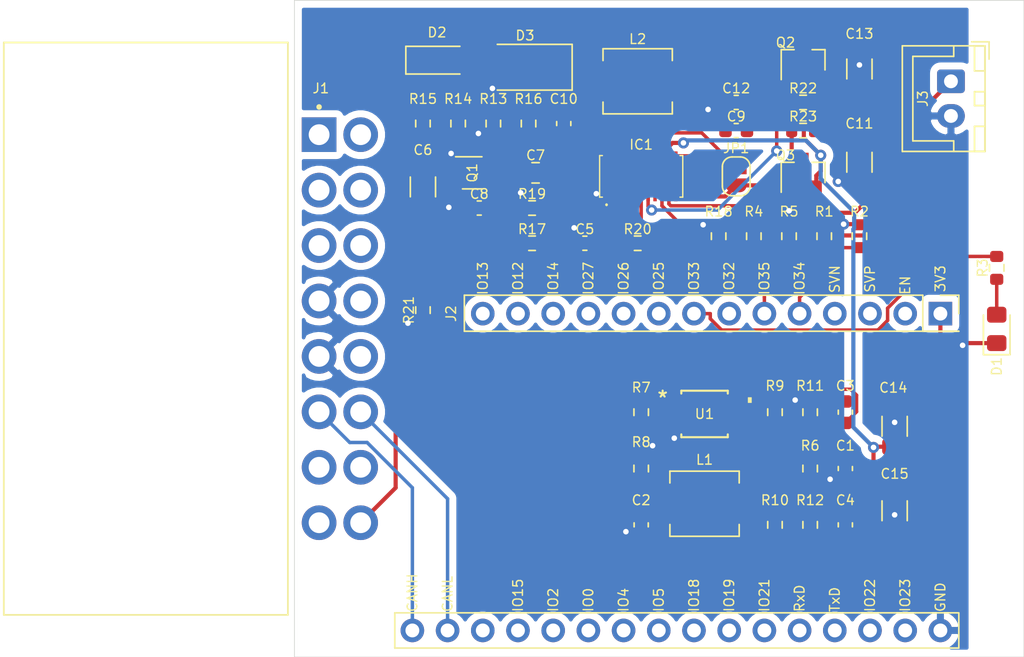
<source format=kicad_pcb>
(kicad_pcb (version 20171130) (host pcbnew "(5.1.10)-1")

  (general
    (thickness 1.6)
    (drawings 4)
    (tracks 345)
    (zones 0)
    (modules 52)
    (nets 76)
  )

  (page A4)
  (layers
    (0 F.Cu signal)
    (31 B.Cu signal)
    (32 B.Adhes user)
    (33 F.Adhes user)
    (34 B.Paste user)
    (35 F.Paste user)
    (36 B.SilkS user)
    (37 F.SilkS user)
    (38 B.Mask user)
    (39 F.Mask user)
    (40 Dwgs.User user)
    (41 Cmts.User user)
    (42 Eco1.User user)
    (43 Eco2.User user)
    (44 Edge.Cuts user)
    (45 Margin user)
    (46 B.CrtYd user)
    (47 F.CrtYd user)
    (48 B.Fab user)
    (49 F.Fab user)
  )

  (setup
    (last_trace_width 0.25)
    (trace_clearance 0.2)
    (zone_clearance 0.508)
    (zone_45_only no)
    (trace_min 0.2)
    (via_size 0.8)
    (via_drill 0.4)
    (via_min_size 0.4)
    (via_min_drill 0.3)
    (uvia_size 0.3)
    (uvia_drill 0.1)
    (uvias_allowed no)
    (uvia_min_size 0.2)
    (uvia_min_drill 0.1)
    (edge_width 0.05)
    (segment_width 0.2)
    (pcb_text_width 0.3)
    (pcb_text_size 1.5 1.5)
    (mod_edge_width 0.12)
    (mod_text_size 1 1)
    (mod_text_width 0.15)
    (pad_size 1.524 1.524)
    (pad_drill 0.762)
    (pad_to_mask_clearance 0)
    (aux_axis_origin 0 0)
    (visible_elements 7FFFFFFF)
    (pcbplotparams
      (layerselection 0x010fc_ffffffff)
      (usegerberextensions true)
      (usegerberattributes false)
      (usegerberadvancedattributes false)
      (creategerberjobfile false)
      (excludeedgelayer true)
      (linewidth 0.100000)
      (plotframeref false)
      (viasonmask false)
      (mode 1)
      (useauxorigin false)
      (hpglpennumber 1)
      (hpglpenspeed 20)
      (hpglpendiameter 15.000000)
      (psnegative false)
      (psa4output false)
      (plotreference true)
      (plotvalue false)
      (plotinvisibletext false)
      (padsonsilk false)
      (subtractmaskfromsilk true)
      (outputformat 1)
      (mirror false)
      (drillshape 0)
      (scaleselection 1)
      (outputdirectory "gerber/"))
  )

  (net 0 "")
  (net 1 +BATT)
  (net 2 GND)
  (net 3 SCL)
  (net 4 SDA)
  (net 5 "Net-(J1-Pad1)")
  (net 6 "Net-(J1-Pad8)")
  (net 7 +12V)
  (net 8 CANL)
  (net 9 CANH)
  (net 10 5VOUT)
  (net 11 +3V3)
  (net 12 5VIN)
  (net 13 EXTPOW)
  (net 14 INT)
  (net 15 "Net-(J1-Pad2)")
  (net 16 "Net-(J1-Pad3)")
  (net 17 "Net-(J1-Pad7)")
  (net 18 "Net-(J1-Pad9)")
  (net 19 "Net-(J1-Pad10)")
  (net 20 "Net-(J1-Pad11)")
  (net 21 "Net-(J1-Pad12)")
  (net 22 "Net-(J1-Pad13)")
  (net 23 "Net-(J1-Pad15)")
  (net 24 "Net-(J2-Pad2)")
  (net 25 "Net-(J2-Pad3)")
  (net 26 "Net-(J2-Pad4)")
  (net 27 BATTVOLT)
  (net 28 "Net-(J2-Pad7)")
  (net 29 "Net-(J2-Pad9)")
  (net 30 "Net-(J2-Pad10)")
  (net 31 "Net-(J2-Pad12)")
  (net 32 "Net-(J2-Pad13)")
  (net 33 "Net-(J2-Pad14)")
  (net 34 "Net-(J2-Pad17)")
  (net 35 "Net-(J2-Pad18)")
  (net 36 "Net-(J2-Pad19)")
  (net 37 "Net-(J2-Pad20)")
  (net 38 "Net-(J2-Pad21)")
  (net 39 "Net-(J2-Pad22)")
  (net 40 "Net-(J2-Pad23)")
  (net 41 "Net-(J2-Pad24)")
  (net 42 "Net-(J2-Pad26)")
  (net 43 "Net-(J2-Pad27)")
  (net 44 "Net-(J2-Pad29)")
  (net 45 "Net-(C1-Pad1)")
  (net 46 "Net-(C4-Pad1)")
  (net 47 "Net-(C5-Pad1)")
  (net 48 "Net-(D2-Pad2)")
  (net 49 LED)
  (net 50 "Net-(C7-Pad1)")
  (net 51 "Net-(C9-Pad1)")
  (net 52 "Net-(C10-Pad1)")
  (net 53 "Net-(C11-Pad1)")
  (net 54 "Net-(C2-Pad1)")
  (net 55 "Net-(C3-Pad2)")
  (net 56 "Net-(C3-Pad1)")
  (net 57 "Net-(C8-Pad1)")
  (net 58 "Net-(C10-Pad2)")
  (net 59 "Net-(D1-Pad2)")
  (net 60 "Net-(IC1-Pad2)")
  (net 61 "Net-(IC1-Pad3)")
  (net 62 "Net-(IC1-Pad5)")
  (net 63 "Net-(IC1-Pad6)")
  (net 64 "Net-(IC1-Pad7)")
  (net 65 "Net-(IC1-Pad8)")
  (net 66 "Net-(IC1-Pad9)")
  (net 67 "Net-(IC1-Pad10)")
  (net 68 "Net-(IC1-Pad14)")
  (net 69 "Net-(IC1-Pad16)")
  (net 70 "Net-(L1-Pad1)")
  (net 71 "Net-(L1-Pad2)")
  (net 72 "Net-(Q1-Pad2)")
  (net 73 "Net-(Q1-Pad5)")
  (net 74 "Net-(R7-Pad1)")
  (net 75 "Net-(R9-Pad2)")

  (net_class Default "This is the default net class."
    (clearance 0.2)
    (trace_width 0.25)
    (via_dia 0.8)
    (via_drill 0.4)
    (uvia_dia 0.3)
    (uvia_drill 0.1)
    (add_net BATTVOLT)
    (add_net CANH)
    (add_net CANL)
    (add_net EXTPOW)
    (add_net INT)
    (add_net LED)
    (add_net "Net-(C1-Pad1)")
    (add_net "Net-(C10-Pad1)")
    (add_net "Net-(C10-Pad2)")
    (add_net "Net-(C11-Pad1)")
    (add_net "Net-(C2-Pad1)")
    (add_net "Net-(C3-Pad1)")
    (add_net "Net-(C3-Pad2)")
    (add_net "Net-(C4-Pad1)")
    (add_net "Net-(C5-Pad1)")
    (add_net "Net-(C7-Pad1)")
    (add_net "Net-(C8-Pad1)")
    (add_net "Net-(C9-Pad1)")
    (add_net "Net-(D1-Pad2)")
    (add_net "Net-(D2-Pad2)")
    (add_net "Net-(IC1-Pad10)")
    (add_net "Net-(IC1-Pad14)")
    (add_net "Net-(IC1-Pad16)")
    (add_net "Net-(IC1-Pad2)")
    (add_net "Net-(IC1-Pad3)")
    (add_net "Net-(IC1-Pad5)")
    (add_net "Net-(IC1-Pad6)")
    (add_net "Net-(IC1-Pad7)")
    (add_net "Net-(IC1-Pad8)")
    (add_net "Net-(IC1-Pad9)")
    (add_net "Net-(J1-Pad1)")
    (add_net "Net-(J1-Pad10)")
    (add_net "Net-(J1-Pad11)")
    (add_net "Net-(J1-Pad12)")
    (add_net "Net-(J1-Pad13)")
    (add_net "Net-(J1-Pad15)")
    (add_net "Net-(J1-Pad2)")
    (add_net "Net-(J1-Pad3)")
    (add_net "Net-(J1-Pad7)")
    (add_net "Net-(J1-Pad8)")
    (add_net "Net-(J1-Pad9)")
    (add_net "Net-(J2-Pad10)")
    (add_net "Net-(J2-Pad12)")
    (add_net "Net-(J2-Pad13)")
    (add_net "Net-(J2-Pad14)")
    (add_net "Net-(J2-Pad17)")
    (add_net "Net-(J2-Pad18)")
    (add_net "Net-(J2-Pad19)")
    (add_net "Net-(J2-Pad2)")
    (add_net "Net-(J2-Pad20)")
    (add_net "Net-(J2-Pad21)")
    (add_net "Net-(J2-Pad22)")
    (add_net "Net-(J2-Pad23)")
    (add_net "Net-(J2-Pad24)")
    (add_net "Net-(J2-Pad26)")
    (add_net "Net-(J2-Pad27)")
    (add_net "Net-(J2-Pad29)")
    (add_net "Net-(J2-Pad3)")
    (add_net "Net-(J2-Pad4)")
    (add_net "Net-(J2-Pad7)")
    (add_net "Net-(J2-Pad9)")
    (add_net "Net-(L1-Pad1)")
    (add_net "Net-(L1-Pad2)")
    (add_net "Net-(Q1-Pad2)")
    (add_net "Net-(Q1-Pad5)")
    (add_net "Net-(R7-Pad1)")
    (add_net "Net-(R9-Pad2)")
    (add_net SCL)
    (add_net SDA)
  )

  (net_class Dick ""
    (clearance 0.2)
    (trace_width 0.3)
    (via_dia 0.8)
    (via_drill 0.4)
    (uvia_dia 0.3)
    (uvia_drill 0.1)
    (add_net +12V)
    (add_net +3V3)
    (add_net +BATT)
    (add_net 5VIN)
    (add_net 5VOUT)
    (add_net GND)
  )

  (net_class Dick2 ""
    (clearance 0.2)
    (trace_width 0.5)
    (via_dia 0.8)
    (via_drill 0.4)
    (uvia_dia 0.3)
    (uvia_drill 0.1)
  )

  (module Connector_JST:JST_XH_B2B-XH-A_1x02_P2.50mm_Vertical (layer F.Cu) (tedit 5C28146C) (tstamp 60F43BB3)
    (at 173.736 92.456 270)
    (descr "JST XH series connector, B2B-XH-A (http://www.jst-mfg.com/product/pdf/eng/eXH.pdf), generated with kicad-footprint-generator")
    (tags "connector JST XH vertical")
    (path /60EFB4F7)
    (fp_text reference J3 (at 1.25 2.032 90) (layer F.SilkS)
      (effects (font (size 0.7 0.7) (thickness 0.1)))
    )
    (fp_text value Conn_01x02 (at 1.25 1.016 90) (layer F.Fab)
      (effects (font (size 0.7 0.7) (thickness 0.1)))
    )
    (fp_line (start -2.85 -2.75) (end -2.85 -1.5) (layer F.SilkS) (width 0.12))
    (fp_line (start -1.6 -2.75) (end -2.85 -2.75) (layer F.SilkS) (width 0.12))
    (fp_line (start 4.3 2.75) (end 1.25 2.75) (layer F.SilkS) (width 0.12))
    (fp_line (start 4.3 -0.2) (end 4.3 2.75) (layer F.SilkS) (width 0.12))
    (fp_line (start 5.05 -0.2) (end 4.3 -0.2) (layer F.SilkS) (width 0.12))
    (fp_line (start -1.8 2.75) (end 1.25 2.75) (layer F.SilkS) (width 0.12))
    (fp_line (start -1.8 -0.2) (end -1.8 2.75) (layer F.SilkS) (width 0.12))
    (fp_line (start -2.55 -0.2) (end -1.8 -0.2) (layer F.SilkS) (width 0.12))
    (fp_line (start 5.05 -2.45) (end 3.25 -2.45) (layer F.SilkS) (width 0.12))
    (fp_line (start 5.05 -1.7) (end 5.05 -2.45) (layer F.SilkS) (width 0.12))
    (fp_line (start 3.25 -1.7) (end 5.05 -1.7) (layer F.SilkS) (width 0.12))
    (fp_line (start 3.25 -2.45) (end 3.25 -1.7) (layer F.SilkS) (width 0.12))
    (fp_line (start -0.75 -2.45) (end -2.55 -2.45) (layer F.SilkS) (width 0.12))
    (fp_line (start -0.75 -1.7) (end -0.75 -2.45) (layer F.SilkS) (width 0.12))
    (fp_line (start -2.55 -1.7) (end -0.75 -1.7) (layer F.SilkS) (width 0.12))
    (fp_line (start -2.55 -2.45) (end -2.55 -1.7) (layer F.SilkS) (width 0.12))
    (fp_line (start 1.75 -2.45) (end 0.75 -2.45) (layer F.SilkS) (width 0.12))
    (fp_line (start 1.75 -1.7) (end 1.75 -2.45) (layer F.SilkS) (width 0.12))
    (fp_line (start 0.75 -1.7) (end 1.75 -1.7) (layer F.SilkS) (width 0.12))
    (fp_line (start 0.75 -2.45) (end 0.75 -1.7) (layer F.SilkS) (width 0.12))
    (fp_line (start 0 -1.35) (end 0.625 -2.35) (layer F.Fab) (width 0.1))
    (fp_line (start -0.625 -2.35) (end 0 -1.35) (layer F.Fab) (width 0.1))
    (fp_line (start 5.45 -2.85) (end -2.95 -2.85) (layer F.CrtYd) (width 0.05))
    (fp_line (start 5.45 3.9) (end 5.45 -2.85) (layer F.CrtYd) (width 0.05))
    (fp_line (start -2.95 3.9) (end 5.45 3.9) (layer F.CrtYd) (width 0.05))
    (fp_line (start -2.95 -2.85) (end -2.95 3.9) (layer F.CrtYd) (width 0.05))
    (fp_line (start 5.06 -2.46) (end -2.56 -2.46) (layer F.SilkS) (width 0.12))
    (fp_line (start 5.06 3.51) (end 5.06 -2.46) (layer F.SilkS) (width 0.12))
    (fp_line (start -2.56 3.51) (end 5.06 3.51) (layer F.SilkS) (width 0.12))
    (fp_line (start -2.56 -2.46) (end -2.56 3.51) (layer F.SilkS) (width 0.12))
    (fp_line (start 4.95 -2.35) (end -2.45 -2.35) (layer F.Fab) (width 0.1))
    (fp_line (start 4.95 3.4) (end 4.95 -2.35) (layer F.Fab) (width 0.1))
    (fp_line (start -2.45 3.4) (end 4.95 3.4) (layer F.Fab) (width 0.1))
    (fp_line (start -2.45 -2.35) (end -2.45 3.4) (layer F.Fab) (width 0.1))
    (fp_text user %R (at 1.25 2.7 90) (layer F.Fab)
      (effects (font (size 0.7 0.7) (thickness 0.1)))
    )
    (pad 1 thru_hole roundrect (at 0 0 270) (size 1.7 2) (drill 1) (layers *.Cu *.Mask) (roundrect_rratio 0.1470588235294118)
      (net 1 +BATT))
    (pad 2 thru_hole oval (at 2.5 0 270) (size 1.7 2) (drill 1) (layers *.Cu *.Mask)
      (net 2 GND))
    (model ${KISYS3DMOD}/Connector_JST.3dshapes/JST_XH_B2B-XH-A_1x02_P2.50mm_Vertical.wrl
      (at (xyz 0 0 0))
      (scale (xyz 1 1 1))
      (rotate (xyz 0 0 0))
    )
  )

  (module esp32bus:PinHeader (layer F.Cu) (tedit 60F5ABA1) (tstamp 60F78C5C)
    (at 172.974 109.22 270)
    (descr "Through hole straight pin header, 2x14, 2.54mm pitch, double rows")
    (tags "Through hole pin header THT 2x14 2.54mm double row")
    (path /60F7276E)
    (fp_text reference J2 (at 0 35.306 90) (layer F.SilkS)
      (effects (font (size 0.7 0.7) (thickness 0.1)))
    )
    (fp_text value Bus_Connector (at 0 29.972 180) (layer F.Fab)
      (effects (font (size 0.7 0.7) (thickness 0.1)))
    )
    (fp_line (start 21.59 -1.8) (end 21.59 40.005) (layer F.CrtYd) (width 0.05))
    (fp_line (start 21.59 40.005) (end 24.66 40.005) (layer F.CrtYd) (width 0.05))
    (fp_line (start 24.66 -1.8) (end 24.66 40.005) (layer F.CrtYd) (width 0.05))
    (fp_line (start 24.66 -1.8) (end 21.59 -1.8) (layer F.CrtYd) (width 0.05))
    (fp_line (start 24.13 -1.27) (end 24.13 39.37) (layer F.SilkS) (width 0.12))
    (fp_line (start 21.59 -1.27) (end 21.59 39.37) (layer F.SilkS) (width 0.12))
    (fp_line (start 21.59 39.37) (end 24.13 39.37) (layer F.SilkS) (width 0.12))
    (fp_line (start 24.13 39.37) (end 21.59 39.37) (layer F.Fab) (width 0.1))
    (fp_line (start 21.59 39.37) (end 21.59 -1.27) (layer F.Fab) (width 0.1))
    (fp_line (start 1.27 -1.27) (end 1.27 34.29) (layer F.Fab) (width 0.1))
    (fp_line (start 24.13 -1.27) (end 24.13 39.37) (layer F.Fab) (width 0.1))
    (fp_line (start 1.27 34.29) (end -1.27 34.29) (layer F.Fab) (width 0.1))
    (fp_line (start -1.27 34.29) (end -1.27 0) (layer F.Fab) (width 0.1))
    (fp_line (start -1.27 0) (end 0 -1.27) (layer F.Fab) (width 0.1))
    (fp_line (start -1.33 34.35) (end 1.27 34.35) (layer F.SilkS) (width 0.12))
    (fp_line (start -1.33 1.27) (end -1.33 34.35) (layer F.SilkS) (width 0.12))
    (fp_line (start 1.27 -1.33) (end 1.27 34.35) (layer F.SilkS) (width 0.12))
    (fp_line (start -1.33 1.27) (end 1.27 1.27) (layer F.SilkS) (width 0.12))
    (fp_line (start 1.27 1.27) (end 1.27 -1.33) (layer F.SilkS) (width 0.12))
    (fp_line (start 21.59 -1.33) (end 24.13 -1.33) (layer F.SilkS) (width 0.12))
    (fp_line (start -1.33 0) (end -1.33 -1.33) (layer F.SilkS) (width 0.12))
    (fp_line (start -1.33 -1.33) (end 0 -1.33) (layer F.SilkS) (width 0.12))
    (fp_line (start -1.8 -1.8) (end -1.8 34.8) (layer F.CrtYd) (width 0.05))
    (fp_line (start -1.8 34.8) (end 1.27 34.8) (layer F.CrtYd) (width 0.05))
    (fp_line (start 1.27 34.8) (end 1.27 -1.8) (layer F.CrtYd) (width 0.05))
    (fp_line (start 1.27 -1.8) (end -1.8 -1.8) (layer F.CrtYd) (width 0.05))
    (fp_text user %R (at 0 16.51) (layer F.Fab)
      (effects (font (size 0.7 0.7) (thickness 0.1)))
    )
    (fp_text user 3V3 (at -3.556 0 270) (layer F.SilkS)
      (effects (font (size 0.7 0.7) (thickness 0.1)) (justify right))
    )
    (fp_text user EN (at -2.794 2.54 90) (layer F.SilkS)
      (effects (font (size 0.7 0.7) (thickness 0.1)) (justify right))
    )
    (fp_text user SVP (at -3.556 5.08 90) (layer F.SilkS)
      (effects (font (size 0.7 0.7) (thickness 0.1)) (justify right))
    )
    (fp_text user SVN (at -3.556 7.62 90) (layer F.SilkS)
      (effects (font (size 0.7 0.7) (thickness 0.1)) (justify right))
    )
    (fp_text user IO34 (at -3.81 10.16 270) (layer F.SilkS)
      (effects (font (size 0.7 0.7) (thickness 0.1)) (justify right))
    )
    (fp_text user IO35 (at -3.81 12.7 90) (layer F.SilkS)
      (effects (font (size 0.7 0.7) (thickness 0.1)) (justify right))
    )
    (fp_text user IO32 (at -3.81 15.24 90) (layer F.SilkS)
      (effects (font (size 0.7 0.7) (thickness 0.1)) (justify right))
    )
    (fp_text user IO33 (at -3.81 17.78 90) (layer F.SilkS)
      (effects (font (size 0.7 0.7) (thickness 0.1)) (justify right))
    )
    (fp_text user IO25 (at -3.81 20.32 90) (layer F.SilkS)
      (effects (font (size 0.7 0.7) (thickness 0.1)) (justify right))
    )
    (fp_text user IO26 (at -3.81 22.86 90) (layer F.SilkS)
      (effects (font (size 0.7 0.7) (thickness 0.1)) (justify right))
    )
    (fp_text user IO27 (at -3.81 25.4 90) (layer F.SilkS)
      (effects (font (size 0.7 0.7) (thickness 0.1)) (justify right))
    )
    (fp_text user IO14 (at -3.81 27.94 90) (layer F.SilkS)
      (effects (font (size 0.7 0.7) (thickness 0.1)) (justify right))
    )
    (fp_text user IO12 (at -3.81 30.48 90) (layer F.SilkS)
      (effects (font (size 0.7 0.7) (thickness 0.1)) (justify right))
    )
    (fp_text user IO13 (at -3.81 33.02 90) (layer F.SilkS)
      (effects (font (size 0.7 0.7) (thickness 0.1)) (justify right))
    )
    (fp_text user GND (at 21.59 0 90) (layer F.SilkS)
      (effects (font (size 0.7 0.7) (thickness 0.1)) (justify left))
    )
    (fp_text user IO23 (at 21.59 2.54 90) (layer F.SilkS)
      (effects (font (size 0.7 0.7) (thickness 0.1)) (justify left))
    )
    (fp_text user IO22 (at 21.59 5.08 90) (layer F.SilkS)
      (effects (font (size 0.7 0.7) (thickness 0.1)) (justify left))
    )
    (fp_text user TxD (at 21.59 7.62 90) (layer F.SilkS)
      (effects (font (size 0.7 0.7) (thickness 0.1)) (justify left))
    )
    (fp_text user RxD (at 21.59 10.16 90) (layer F.SilkS)
      (effects (font (size 0.7 0.7) (thickness 0.1)) (justify left))
    )
    (fp_text user IO21 (at 21.59 12.7 90) (layer F.SilkS)
      (effects (font (size 0.7 0.7) (thickness 0.1)) (justify left))
    )
    (fp_text user IO19 (at 21.59 15.24 90) (layer F.SilkS)
      (effects (font (size 0.7 0.7) (thickness 0.1)) (justify left))
    )
    (fp_text user IO18 (at 21.59 17.78 90) (layer F.SilkS)
      (effects (font (size 0.7 0.7) (thickness 0.1)) (justify left))
    )
    (fp_text user IO5 (at 21.59 20.32 90) (layer F.SilkS)
      (effects (font (size 0.7 0.7) (thickness 0.1)) (justify left))
    )
    (fp_text user IO4 (at 21.59 22.86 90) (layer F.SilkS)
      (effects (font (size 0.7 0.7) (thickness 0.1)) (justify left))
    )
    (fp_text user IO0 (at 21.59 25.4 90) (layer F.SilkS)
      (effects (font (size 0.7 0.7) (thickness 0.1)) (justify left))
    )
    (fp_text user IO2 (at 21.59 27.94 90) (layer F.SilkS)
      (effects (font (size 0.7 0.7) (thickness 0.1)) (justify left))
    )
    (fp_text user IO15 (at 21.59 30.48 90) (layer F.SilkS)
      (effects (font (size 0.7 0.7) (thickness 0.1)) (justify left))
    )
    (fp_text user CANL (at 21.59 35.56 90) (layer F.SilkS)
      (effects (font (size 0.7 0.7) (thickness 0.1)) (justify left))
    )
    (fp_text user CANH (at 21.59 38.1 90) (layer F.SilkS)
      (effects (font (size 0.7 0.7) (thickness 0.1)) (justify left))
    )
    (pad 1 thru_hole rect (at 0 0 270) (size 1.7 1.7) (drill 1) (layers *.Cu *.Mask)
      (net 11 +3V3))
    (pad 2 thru_hole oval (at 0 2.54 270) (size 1.7 1.7) (drill 1) (layers *.Cu *.Mask)
      (net 24 "Net-(J2-Pad2)"))
    (pad 3 thru_hole oval (at 0 5.08 270) (size 1.7 1.7) (drill 1) (layers *.Cu *.Mask)
      (net 25 "Net-(J2-Pad3)"))
    (pad 4 thru_hole oval (at 0 7.62 270) (size 1.7 1.7) (drill 1) (layers *.Cu *.Mask)
      (net 26 "Net-(J2-Pad4)"))
    (pad 5 thru_hole oval (at 0 10.16 270) (size 1.7 1.7) (drill 1) (layers *.Cu *.Mask)
      (net 13 EXTPOW))
    (pad 6 thru_hole oval (at 0 12.7 270) (size 1.7 1.7) (drill 1) (layers *.Cu *.Mask)
      (net 27 BATTVOLT))
    (pad 7 thru_hole oval (at 0 15.24 270) (size 1.7 1.7) (drill 1) (layers *.Cu *.Mask)
      (net 28 "Net-(J2-Pad7)"))
    (pad 8 thru_hole oval (at 0 17.78 270) (size 1.7 1.7) (drill 1) (layers *.Cu *.Mask)
      (net 49 LED))
    (pad 9 thru_hole oval (at 0 20.32 270) (size 1.7 1.7) (drill 1) (layers *.Cu *.Mask)
      (net 29 "Net-(J2-Pad9)"))
    (pad 10 thru_hole oval (at 0 22.86 270) (size 1.7 1.7) (drill 1) (layers *.Cu *.Mask)
      (net 30 "Net-(J2-Pad10)"))
    (pad 11 thru_hole oval (at 0 25.4 270) (size 1.7 1.7) (drill 1) (layers *.Cu *.Mask)
      (net 14 INT))
    (pad 12 thru_hole oval (at 0 27.94 270) (size 1.7 1.7) (drill 1) (layers *.Cu *.Mask)
      (net 31 "Net-(J2-Pad12)"))
    (pad 13 thru_hole oval (at 0 30.48 270) (size 1.7 1.7) (drill 1) (layers *.Cu *.Mask)
      (net 32 "Net-(J2-Pad13)"))
    (pad 14 thru_hole oval (at 0 33.02 270) (size 1.7 1.7) (drill 1) (layers *.Cu *.Mask)
      (net 33 "Net-(J2-Pad14)"))
    (pad 15 thru_hole oval (at 22.86 38.1 270) (size 1.7 1.7) (drill 1) (layers *.Cu *.Mask)
      (net 9 CANH))
    (pad 16 thru_hole oval (at 22.86 35.56 270) (size 1.7 1.7) (drill 1) (layers *.Cu *.Mask)
      (net 8 CANL))
    (pad 17 thru_hole oval (at 22.86 33.02 270) (size 1.7 1.7) (drill 1) (layers *.Cu *.Mask)
      (net 34 "Net-(J2-Pad17)"))
    (pad 18 thru_hole oval (at 22.86 30.48 270) (size 1.7 1.7) (drill 1) (layers *.Cu *.Mask)
      (net 35 "Net-(J2-Pad18)"))
    (pad 19 thru_hole oval (at 22.86 27.94 270) (size 1.7 1.7) (drill 1) (layers *.Cu *.Mask)
      (net 36 "Net-(J2-Pad19)"))
    (pad 20 thru_hole oval (at 22.86 25.4 270) (size 1.7 1.7) (drill 1) (layers *.Cu *.Mask)
      (net 37 "Net-(J2-Pad20)"))
    (pad 21 thru_hole oval (at 22.86 22.86 270) (size 1.7 1.7) (drill 1) (layers *.Cu *.Mask)
      (net 38 "Net-(J2-Pad21)"))
    (pad 22 thru_hole oval (at 22.86 20.32 270) (size 1.7 1.7) (drill 1) (layers *.Cu *.Mask)
      (net 39 "Net-(J2-Pad22)"))
    (pad 23 thru_hole oval (at 22.86 17.78 270) (size 1.7 1.7) (drill 1) (layers *.Cu *.Mask)
      (net 40 "Net-(J2-Pad23)"))
    (pad 24 thru_hole oval (at 22.86 15.24 270) (size 1.7 1.7) (drill 1) (layers *.Cu *.Mask)
      (net 41 "Net-(J2-Pad24)"))
    (pad 25 thru_hole oval (at 22.86 12.7 270) (size 1.7 1.7) (drill 1) (layers *.Cu *.Mask)
      (net 4 SDA))
    (pad 26 thru_hole oval (at 22.86 10.16 270) (size 1.7 1.7) (drill 1) (layers *.Cu *.Mask)
      (net 42 "Net-(J2-Pad26)"))
    (pad 27 thru_hole oval (at 22.86 7.62 270) (size 1.7 1.7) (drill 1) (layers *.Cu *.Mask)
      (net 43 "Net-(J2-Pad27)"))
    (pad 28 thru_hole oval (at 22.86 5.08 270) (size 1.7 1.7) (drill 1) (layers *.Cu *.Mask)
      (net 3 SCL))
    (pad 29 thru_hole oval (at 22.86 2.54 270) (size 1.7 1.7) (drill 1) (layers *.Cu *.Mask)
      (net 44 "Net-(J2-Pad29)"))
    (pad 30 thru_hole oval (at 22.86 0 270) (size 1.7 1.7) (drill 1) (layers *.Cu *.Mask)
      (net 2 GND))
    (model ${KISYS3DMOD}/Connector_PinHeader_2.54mm.3dshapes/PinHeader_1x14_P2.54mm_Vertical.wrl
      (at (xyz 0 0 0))
      (scale (xyz 1 1 1))
      (rotate (xyz 0 0 0))
    )
  )

  (module OBD-II:COMTECH_C-OBD-II-16M (layer F.Cu) (tedit 60FAF11F) (tstamp 60FC06D2)
    (at 128.143 96.307 270)
    (path /6103A977)
    (fp_text reference J1 (at -3.343 -0.127 180) (layer F.SilkS)
      (effects (font (size 0.7 0.7) (thickness 0.1)))
    )
    (fp_text value C-OBD-II-16M (at -0.041 12.319 90) (layer F.Fab)
      (effects (font (size 0.7 0.7) (thickness 0.1)))
    )
    (fp_circle (center -2 0) (end -1.9 0) (layer F.SilkS) (width 0.2))
    (fp_circle (center -2 0) (end -1.9 0) (layer F.Fab) (width 0.2))
    (fp_line (start 29.5 -4.5) (end -1.5 -4.5) (layer F.CrtYd) (width 0.05))
    (fp_line (start 29.5 2) (end 29.5 -4.5) (layer F.CrtYd) (width 0.05))
    (fp_line (start 34.9 2) (end 29.5 2) (layer F.CrtYd) (width 0.05))
    (fp_line (start 34.9 23) (end 34.9 2) (layer F.CrtYd) (width 0.05))
    (fp_line (start -6.9 23) (end 34.9 23) (layer F.CrtYd) (width 0.05))
    (fp_line (start -6.9 2) (end -6.9 23) (layer F.CrtYd) (width 0.05))
    (fp_line (start -1.5 2) (end -6.9 2) (layer F.CrtYd) (width 0.05))
    (fp_line (start -1.5 -4.5) (end -1.5 2) (layer F.CrtYd) (width 0.05))
    (fp_line (start -6.65 22.75) (end -6.65 2.25) (layer F.Fab) (width 0.127))
    (fp_line (start 34.65 22.75) (end -6.65 22.75) (layer F.Fab) (width 0.127))
    (fp_line (start 34.65 2.25) (end 34.65 22.75) (layer F.Fab) (width 0.127))
    (fp_line (start -6.65 2.25) (end 34.65 2.25) (layer F.Fab) (width 0.127))
    (fp_line (start -6.65 22.75) (end -6.65 2.25) (layer F.SilkS) (width 0.127))
    (fp_line (start 34.65 22.75) (end -6.65 22.75) (layer F.SilkS) (width 0.127))
    (fp_line (start 34.65 2.25) (end 34.65 22.75) (layer F.SilkS) (width 0.127))
    (fp_line (start -6.65 2.25) (end 34.65 2.25) (layer F.SilkS) (width 0.127))
    (pad 1 thru_hole rect (at 0 0 270) (size 2.5 2.5) (drill 1.5) (layers *.Cu *.Mask)
      (net 5 "Net-(J1-Pad1)"))
    (pad 2 thru_hole circle (at 4 0 270) (size 2.5 2.5) (drill 1.5) (layers *.Cu *.Mask)
      (net 15 "Net-(J1-Pad2)"))
    (pad 3 thru_hole circle (at 8 0 270) (size 2.5 2.5) (drill 1.5) (layers *.Cu *.Mask)
      (net 16 "Net-(J1-Pad3)"))
    (pad 4 thru_hole circle (at 12 0 270) (size 2.5 2.5) (drill 1.5) (layers *.Cu *.Mask)
      (net 2 GND))
    (pad 5 thru_hole circle (at 16 0 270) (size 2.5 2.5) (drill 1.5) (layers *.Cu *.Mask)
      (net 2 GND))
    (pad 6 thru_hole circle (at 20 0 270) (size 2.5 2.5) (drill 1.5) (layers *.Cu *.Mask)
      (net 9 CANH))
    (pad 7 thru_hole circle (at 24 0 270) (size 2.5 2.5) (drill 1.5) (layers *.Cu *.Mask)
      (net 17 "Net-(J1-Pad7)"))
    (pad 8 thru_hole circle (at 28 0 270) (size 2.5 2.5) (drill 1.5) (layers *.Cu *.Mask)
      (net 6 "Net-(J1-Pad8)"))
    (pad 9 thru_hole circle (at 0 -3 270) (size 2.5 2.5) (drill 1.5) (layers *.Cu *.Mask)
      (net 18 "Net-(J1-Pad9)"))
    (pad 10 thru_hole circle (at 4 -3 270) (size 2.5 2.5) (drill 1.5) (layers *.Cu *.Mask)
      (net 19 "Net-(J1-Pad10)"))
    (pad 11 thru_hole circle (at 8 -3 270) (size 2.5 2.5) (drill 1.5) (layers *.Cu *.Mask)
      (net 20 "Net-(J1-Pad11)"))
    (pad 12 thru_hole circle (at 12 -3 270) (size 2.5 2.5) (drill 1.5) (layers *.Cu *.Mask)
      (net 21 "Net-(J1-Pad12)"))
    (pad 13 thru_hole circle (at 16 -3 270) (size 2.5 2.5) (drill 1.5) (layers *.Cu *.Mask)
      (net 22 "Net-(J1-Pad13)"))
    (pad 14 thru_hole circle (at 20 -3 270) (size 2.5 2.5) (drill 1.5) (layers *.Cu *.Mask)
      (net 8 CANL))
    (pad 15 thru_hole circle (at 24 -3 270) (size 2.5 2.5) (drill 1.5) (layers *.Cu *.Mask)
      (net 23 "Net-(J1-Pad15)"))
    (pad 16 thru_hole circle (at 28 -3 270) (size 2.5 2.5) (drill 1.5) (layers *.Cu *.Mask)
      (net 7 +12V))
  )

  (module ltc3530:MSOP-10_MS (layer F.Cu) (tedit 612F9CB7) (tstamp 61341DA6)
    (at 155.956 116.459)
    (path /613584C2/613012E2)
    (fp_text reference U1 (at 0 0) (layer F.SilkS)
      (effects (font (size 0.7 0.7) (thickness 0.1)))
    )
    (fp_text value LTC3530EMS (at 0 2.032) (layer F.Fab)
      (effects (font (size 0.7 0.7) (thickness 0.1)))
    )
    (fp_line (start -1.5494 -0.8636) (end -1.5494 -1.143) (layer F.Fab) (width 0.1524))
    (fp_line (start -1.5494 -1.143) (end -2.54 -1.143) (layer F.Fab) (width 0.1524))
    (fp_line (start -2.54 -1.143) (end -2.54 -0.8636) (layer F.Fab) (width 0.1524))
    (fp_line (start -2.54 -0.8636) (end -1.5494 -0.8636) (layer F.Fab) (width 0.1524))
    (fp_line (start -1.5494 -0.3556) (end -1.5494 -0.635) (layer F.Fab) (width 0.1524))
    (fp_line (start -1.5494 -0.635) (end -2.54 -0.635) (layer F.Fab) (width 0.1524))
    (fp_line (start -2.54 -0.635) (end -2.54 -0.3556) (layer F.Fab) (width 0.1524))
    (fp_line (start -2.54 -0.3556) (end -1.5494 -0.3556) (layer F.Fab) (width 0.1524))
    (fp_line (start -1.5494 0.1524) (end -1.5494 -0.1524) (layer F.Fab) (width 0.1524))
    (fp_line (start -1.5494 -0.1524) (end -2.54 -0.127) (layer F.Fab) (width 0.1524))
    (fp_line (start -2.54 -0.127) (end -2.54 0.1524) (layer F.Fab) (width 0.1524))
    (fp_line (start -2.54 0.1524) (end -1.5494 0.1524) (layer F.Fab) (width 0.1524))
    (fp_line (start -1.5494 0.635) (end -1.5494 0.3556) (layer F.Fab) (width 0.1524))
    (fp_line (start -1.5494 0.3556) (end -2.54 0.3556) (layer F.Fab) (width 0.1524))
    (fp_line (start -2.54 0.3556) (end -2.54 0.635) (layer F.Fab) (width 0.1524))
    (fp_line (start -2.54 0.635) (end -1.5494 0.635) (layer F.Fab) (width 0.1524))
    (fp_line (start -1.5494 1.143) (end -1.5494 0.8636) (layer F.Fab) (width 0.1524))
    (fp_line (start -1.5494 0.8636) (end -2.54 0.8636) (layer F.Fab) (width 0.1524))
    (fp_line (start -2.54 0.8636) (end -2.54 1.143) (layer F.Fab) (width 0.1524))
    (fp_line (start -2.54 1.143) (end -1.5494 1.143) (layer F.Fab) (width 0.1524))
    (fp_line (start 1.5494 0.8636) (end 1.5494 1.143) (layer F.Fab) (width 0.1524))
    (fp_line (start 1.5494 1.143) (end 2.54 1.143) (layer F.Fab) (width 0.1524))
    (fp_line (start 2.54 1.143) (end 2.54 0.8636) (layer F.Fab) (width 0.1524))
    (fp_line (start 2.54 0.8636) (end 1.5494 0.8636) (layer F.Fab) (width 0.1524))
    (fp_line (start 1.5494 0.3556) (end 1.5494 0.635) (layer F.Fab) (width 0.1524))
    (fp_line (start 1.5494 0.635) (end 2.54 0.635) (layer F.Fab) (width 0.1524))
    (fp_line (start 2.54 0.635) (end 2.54 0.3556) (layer F.Fab) (width 0.1524))
    (fp_line (start 2.54 0.3556) (end 1.5494 0.3556) (layer F.Fab) (width 0.1524))
    (fp_line (start 1.5494 -0.1524) (end 1.5494 0.1524) (layer F.Fab) (width 0.1524))
    (fp_line (start 1.5494 0.1524) (end 2.54 0.127) (layer F.Fab) (width 0.1524))
    (fp_line (start 2.54 0.127) (end 2.54 -0.1524) (layer F.Fab) (width 0.1524))
    (fp_line (start 2.54 -0.1524) (end 1.5494 -0.1524) (layer F.Fab) (width 0.1524))
    (fp_line (start 1.5494 -0.635) (end 1.5494 -0.3556) (layer F.Fab) (width 0.1524))
    (fp_line (start 1.5494 -0.3556) (end 2.54 -0.3556) (layer F.Fab) (width 0.1524))
    (fp_line (start 2.54 -0.3556) (end 2.54 -0.635) (layer F.Fab) (width 0.1524))
    (fp_line (start 2.54 -0.635) (end 1.5494 -0.635) (layer F.Fab) (width 0.1524))
    (fp_line (start 1.5494 -1.143) (end 1.5494 -0.8636) (layer F.Fab) (width 0.1524))
    (fp_line (start 1.5494 -0.8636) (end 2.54 -0.8636) (layer F.Fab) (width 0.1524))
    (fp_line (start 2.54 -0.8636) (end 2.54 -1.143) (layer F.Fab) (width 0.1524))
    (fp_line (start 2.54 -1.143) (end 1.5494 -1.143) (layer F.Fab) (width 0.1524))
    (fp_line (start -1.5494 1.5494) (end 1.5494 1.5494) (layer F.Fab) (width 0.1524))
    (fp_line (start 1.5494 1.5494) (end 1.5494 -1.5494) (layer F.Fab) (width 0.1524))
    (fp_line (start 1.5494 -1.5494) (end 0.3048 -1.5494) (layer F.Fab) (width 0.1524))
    (fp_line (start 0.3048 -1.5494) (end -0.3048 -1.5494) (layer F.Fab) (width 0.1524))
    (fp_line (start -0.3048 -1.5494) (end -1.5494 -1.5494) (layer F.Fab) (width 0.1524))
    (fp_line (start -1.5494 -1.5494) (end -1.5494 1.5494) (layer F.Fab) (width 0.1524))
    (fp_line (start 1.6764 -1.4732) (end 1.6764 -1.6764) (layer F.SilkS) (width 0.1524))
    (fp_line (start -1.6764 1.4732) (end -1.6764 1.6764) (layer F.SilkS) (width 0.1524))
    (fp_line (start -1.6764 1.6764) (end 1.6764 1.6764) (layer F.SilkS) (width 0.1524))
    (fp_line (start 1.6764 1.6764) (end 1.6764 1.4732) (layer F.SilkS) (width 0.1524))
    (fp_line (start 1.6764 -1.6764) (end -1.6764 -1.6764) (layer F.SilkS) (width 0.1524))
    (fp_line (start -1.6764 -1.6764) (end -1.6764 -1.4732) (layer F.SilkS) (width 0.1524))
    (fp_poly (pts (xy 3.3909 -1.19126) (xy 3.3909 -0.810259) (xy 3.1369 -0.810259) (xy 3.1369 -1.19126)) (layer F.SilkS) (width 0.0254))
    (fp_text user * (at -3.0226 -1.143) (layer F.SilkS)
      (effects (font (size 1 1) (thickness 0.15)))
    )
    (fp_text user * (at -1.7526 -0.2032) (layer F.Fab)
      (effects (font (size 1 1) (thickness 0.15)))
    )
    (fp_arc (start 0 -1.5494) (end -0.3048 -1.5494) (angle -180) (layer F.Fab) (width 0.1524))
    (pad 10 smd rect (at 2.1844 -1.00076) (size 1.397 0.2794) (layers F.Cu F.Paste F.Mask)
      (net 75 "Net-(R9-Pad2)"))
    (pad 9 smd rect (at 2.1844 -0.500381) (size 1.397 0.2794) (layers F.Cu F.Paste F.Mask)
      (net 56 "Net-(C3-Pad1)"))
    (pad 8 smd rect (at 2.1844 0) (size 1.397 0.2794) (layers F.Cu F.Paste F.Mask)
      (net 45 "Net-(C1-Pad1)"))
    (pad 7 smd rect (at 2.1844 0.500381) (size 1.397 0.2794) (layers F.Cu F.Paste F.Mask)
      (net 10 5VOUT))
    (pad 6 smd rect (at 2.1844 1.00076) (size 1.397 0.2794) (layers F.Cu F.Paste F.Mask)
      (net 11 +3V3))
    (pad 5 smd rect (at -2.1844 1.00076) (size 1.397 0.2794) (layers F.Cu F.Paste F.Mask)
      (net 2 GND))
    (pad 4 smd rect (at -2.1844 0.500381) (size 1.397 0.2794) (layers F.Cu F.Paste F.Mask)
      (net 70 "Net-(L1-Pad1)"))
    (pad 3 smd rect (at -2.1844 0) (size 1.397 0.2794) (layers F.Cu F.Paste F.Mask)
      (net 71 "Net-(L1-Pad2)"))
    (pad 2 smd rect (at -2.1844 -0.500381) (size 1.397 0.2794) (layers F.Cu F.Paste F.Mask)
      (net 54 "Net-(C2-Pad1)"))
    (pad 1 smd rect (at -2.1844 -1.00076) (size 1.397 0.2794) (layers F.Cu F.Paste F.Mask)
      (net 74 "Net-(R7-Pad1)"))
  )

  (module LED_SMD:LED_0805_2012Metric_Pad1.15x1.40mm_HandSolder (layer F.Cu) (tedit 5F68FEF1) (tstamp 61368AAD)
    (at 177.038 110.322 90)
    (descr "LED SMD 0805 (2012 Metric), square (rectangular) end terminal, IPC_7351 nominal, (Body size source: https://docs.google.com/spreadsheets/d/1BsfQQcO9C6DZCsRaXUlFlo91Tg2WpOkGARC1WS5S8t0/edit?usp=sharing), generated with kicad-footprint-generator")
    (tags "LED handsolder")
    (path /613648CD)
    (attr smd)
    (fp_text reference D1 (at -2.708 0 90) (layer F.SilkS)
      (effects (font (size 0.7 0.7) (thickness 0.1)))
    )
    (fp_text value "LED green" (at 0 -1.27 90) (layer F.Fab)
      (effects (font (size 0.7 0.7) (thickness 0.1)))
    )
    (fp_line (start 1 -0.6) (end -0.7 -0.6) (layer F.Fab) (width 0.1))
    (fp_line (start -0.7 -0.6) (end -1 -0.3) (layer F.Fab) (width 0.1))
    (fp_line (start -1 -0.3) (end -1 0.6) (layer F.Fab) (width 0.1))
    (fp_line (start -1 0.6) (end 1 0.6) (layer F.Fab) (width 0.1))
    (fp_line (start 1 0.6) (end 1 -0.6) (layer F.Fab) (width 0.1))
    (fp_line (start 1 -0.96) (end -1.86 -0.96) (layer F.SilkS) (width 0.12))
    (fp_line (start -1.86 -0.96) (end -1.86 0.96) (layer F.SilkS) (width 0.12))
    (fp_line (start -1.86 0.96) (end 1 0.96) (layer F.SilkS) (width 0.12))
    (fp_line (start -1.85 0.95) (end -1.85 -0.95) (layer F.CrtYd) (width 0.05))
    (fp_line (start -1.85 -0.95) (end 1.85 -0.95) (layer F.CrtYd) (width 0.05))
    (fp_line (start 1.85 -0.95) (end 1.85 0.95) (layer F.CrtYd) (width 0.05))
    (fp_line (start 1.85 0.95) (end -1.85 0.95) (layer F.CrtYd) (width 0.05))
    (fp_text user %R (at 0 0 90) (layer F.Fab)
      (effects (font (size 0.7 0.7) (thickness 0.1)))
    )
    (pad 1 smd roundrect (at -1.025 0 90) (size 1.15 1.4) (layers F.Cu F.Paste F.Mask) (roundrect_rratio 0.217391)
      (net 2 GND))
    (pad 2 smd roundrect (at 1.025 0 90) (size 1.15 1.4) (layers F.Cu F.Paste F.Mask) (roundrect_rratio 0.217391)
      (net 59 "Net-(D1-Pad2)"))
    (model ${KISYS3DMOD}/LED_SMD.3dshapes/LED_0805_2012Metric.wrl
      (at (xyz 0 0 0))
      (scale (xyz 1 1 1))
      (rotate (xyz 0 0 0))
    )
  )

  (module Diode_SMD:D_SOD-123 (layer F.Cu) (tedit 58645DC7) (tstamp 61730FB8)
    (at 136.652 90.932)
    (descr SOD-123)
    (tags SOD-123)
    (path /6172D804/617A59CB)
    (attr smd)
    (fp_text reference D2 (at 0 -2) (layer F.SilkS)
      (effects (font (size 0.7 0.7) (thickness 0.1)))
    )
    (fp_text value 6.8V (at 0 1.524) (layer F.Fab)
      (effects (font (size 0.7 0.7) (thickness 0.1)))
    )
    (fp_line (start -2.25 -1) (end -2.25 1) (layer F.SilkS) (width 0.12))
    (fp_line (start 0.25 0) (end 0.75 0) (layer F.Fab) (width 0.1))
    (fp_line (start 0.25 0.4) (end -0.35 0) (layer F.Fab) (width 0.1))
    (fp_line (start 0.25 -0.4) (end 0.25 0.4) (layer F.Fab) (width 0.1))
    (fp_line (start -0.35 0) (end 0.25 -0.4) (layer F.Fab) (width 0.1))
    (fp_line (start -0.35 0) (end -0.35 0.55) (layer F.Fab) (width 0.1))
    (fp_line (start -0.35 0) (end -0.35 -0.55) (layer F.Fab) (width 0.1))
    (fp_line (start -0.75 0) (end -0.35 0) (layer F.Fab) (width 0.1))
    (fp_line (start -1.4 0.9) (end -1.4 -0.9) (layer F.Fab) (width 0.1))
    (fp_line (start 1.4 0.9) (end -1.4 0.9) (layer F.Fab) (width 0.1))
    (fp_line (start 1.4 -0.9) (end 1.4 0.9) (layer F.Fab) (width 0.1))
    (fp_line (start -1.4 -0.9) (end 1.4 -0.9) (layer F.Fab) (width 0.1))
    (fp_line (start -2.35 -1.15) (end 2.35 -1.15) (layer F.CrtYd) (width 0.05))
    (fp_line (start 2.35 -1.15) (end 2.35 1.15) (layer F.CrtYd) (width 0.05))
    (fp_line (start 2.35 1.15) (end -2.35 1.15) (layer F.CrtYd) (width 0.05))
    (fp_line (start -2.35 -1.15) (end -2.35 1.15) (layer F.CrtYd) (width 0.05))
    (fp_line (start -2.25 1) (end 1.65 1) (layer F.SilkS) (width 0.12))
    (fp_line (start -2.25 -1) (end 1.65 -1) (layer F.SilkS) (width 0.12))
    (fp_text user %R (at 0 -1.524) (layer F.Fab)
      (effects (font (size 0.7 0.7) (thickness 0.1)))
    )
    (pad 1 smd rect (at -1.65 0) (size 0.9 1.2) (layers F.Cu F.Paste F.Mask)
      (net 7 +12V))
    (pad 2 smd rect (at 1.65 0) (size 0.9 1.2) (layers F.Cu F.Paste F.Mask)
      (net 48 "Net-(D2-Pad2)"))
    (model ${KISYS3DMOD}/Diode_SMD.3dshapes/D_SOD-123.wrl
      (at (xyz 0 0 0))
      (scale (xyz 1 1 1))
      (rotate (xyz 0 0 0))
    )
  )

  (module ltc4091:LTC4091EDJCPBF (layer F.Cu) (tedit 0) (tstamp 61731000)
    (at 151.384 99.314)
    (descr LTC4091EDJC#PBF-4)
    (tags "Integrated Circuit")
    (path /6172D804/6172E0D6)
    (attr smd)
    (fp_text reference IC1 (at 0 -2.286) (layer F.SilkS)
      (effects (font (size 0.7 0.7) (thickness 0.1)))
    )
    (fp_text value LTC4091EDJC#PBF (at 0 -2.032) (layer F.Fab) hide
      (effects (font (size 0.7 0.7) (thickness 0.1)))
    )
    (fp_line (start -2.5 2.1) (end -2.5 2.1) (layer F.SilkS) (width 0.1))
    (fp_line (start -2.5 2) (end -2.5 2) (layer F.SilkS) (width 0.1))
    (fp_line (start -3 1.5) (end -2.8 1.5) (layer F.SilkS) (width 0.1))
    (fp_line (start -3 -1.5) (end -3 1.5) (layer F.SilkS) (width 0.1))
    (fp_line (start -2.8 -1.5) (end -3 -1.5) (layer F.SilkS) (width 0.1))
    (fp_line (start 3 1.5) (end 2.8 1.5) (layer F.SilkS) (width 0.1))
    (fp_line (start 3 -1.5) (end 3 1.5) (layer F.SilkS) (width 0.1))
    (fp_line (start 2.8 -1.5) (end 3 -1.5) (layer F.SilkS) (width 0.1))
    (fp_line (start -4 3.1) (end -4 -2.8) (layer F.CrtYd) (width 0.1))
    (fp_line (start 4 3.1) (end -4 3.1) (layer F.CrtYd) (width 0.1))
    (fp_line (start 4 -2.8) (end 4 3.1) (layer F.CrtYd) (width 0.1))
    (fp_line (start -4 -2.8) (end 4 -2.8) (layer F.CrtYd) (width 0.1))
    (fp_line (start -3 1.5) (end -3 -1.5) (layer F.Fab) (width 0.2))
    (fp_line (start 3 1.5) (end -3 1.5) (layer F.Fab) (width 0.2))
    (fp_line (start 3 -1.5) (end 3 1.5) (layer F.Fab) (width 0.2))
    (fp_line (start -3 -1.5) (end 3 -1.5) (layer F.Fab) (width 0.2))
    (fp_text user %R (at 0 0.15) (layer F.Fab)
      (effects (font (size 0.7 0.7) (thickness 0.1)))
    )
    (fp_arc (start -2.5 2.05) (end -2.5 2) (angle -180) (layer F.SilkS) (width 0.1))
    (fp_arc (start -2.5 2.05) (end -2.5 2.1) (angle -180) (layer F.SilkS) (width 0.1))
    (pad 1 smd rect (at -2.5 1.45) (size 0.25 0.7) (layers F.Cu F.Paste F.Mask)
      (net 2 GND))
    (pad 2 smd rect (at -2 1.45) (size 0.25 0.7) (layers F.Cu F.Paste F.Mask)
      (net 60 "Net-(IC1-Pad2)"))
    (pad 3 smd rect (at -1.5 1.45) (size 0.25 0.7) (layers F.Cu F.Paste F.Mask)
      (net 61 "Net-(IC1-Pad3)"))
    (pad 4 smd rect (at -1 1.45) (size 0.25 0.7) (layers F.Cu F.Paste F.Mask)
      (net 47 "Net-(C5-Pad1)"))
    (pad 5 smd rect (at -0.5 1.45) (size 0.25 0.7) (layers F.Cu F.Paste F.Mask)
      (net 62 "Net-(IC1-Pad5)"))
    (pad 6 smd rect (at 0 1.45) (size 0.25 0.7) (layers F.Cu F.Paste F.Mask)
      (net 63 "Net-(IC1-Pad6)"))
    (pad 7 smd rect (at 0.5 1.45) (size 0.25 0.7) (layers F.Cu F.Paste F.Mask)
      (net 64 "Net-(IC1-Pad7)"))
    (pad 8 smd rect (at 1 1.45) (size 0.25 0.7) (layers F.Cu F.Paste F.Mask)
      (net 65 "Net-(IC1-Pad8)"))
    (pad 9 smd rect (at 1.5 1.45) (size 0.25 0.7) (layers F.Cu F.Paste F.Mask)
      (net 66 "Net-(IC1-Pad9)"))
    (pad 10 smd rect (at 2 1.45) (size 0.25 0.7) (layers F.Cu F.Paste F.Mask)
      (net 67 "Net-(IC1-Pad10)"))
    (pad 11 smd rect (at 2.5 1.45) (size 0.25 0.7) (layers F.Cu F.Paste F.Mask)
      (net 1 +BATT))
    (pad 12 smd rect (at 2.5 -1.45) (size 0.25 0.7) (layers F.Cu F.Paste F.Mask)
      (net 1 +BATT))
    (pad 13 smd rect (at 2 -1.45) (size 0.25 0.7) (layers F.Cu F.Paste F.Mask)
      (net 10 5VOUT))
    (pad 14 smd rect (at 1.5 -1.45) (size 0.25 0.7) (layers F.Cu F.Paste F.Mask)
      (net 68 "Net-(IC1-Pad14)"))
    (pad 15 smd rect (at 1 -1.45) (size 0.25 0.7) (layers F.Cu F.Paste F.Mask)
      (net 2 GND))
    (pad 16 smd rect (at 0.5 -1.45) (size 0.25 0.7) (layers F.Cu F.Paste F.Mask)
      (net 69 "Net-(IC1-Pad16)"))
    (pad 17 smd rect (at 0 -1.45) (size 0.25 0.7) (layers F.Cu F.Paste F.Mask)
      (net 51 "Net-(C9-Pad1)"))
    (pad 18 smd rect (at -0.5 -1.45) (size 0.25 0.7) (layers F.Cu F.Paste F.Mask)
      (net 12 5VIN))
    (pad 19 smd rect (at -1 -1.45) (size 0.25 0.7) (layers F.Cu F.Paste F.Mask)
      (net 58 "Net-(C10-Pad2)"))
    (pad 20 smd rect (at -1.5 -1.45) (size 0.25 0.7) (layers F.Cu F.Paste F.Mask)
      (net 52 "Net-(C10-Pad1)"))
    (pad 21 smd rect (at -2 -1.45) (size 0.25 0.7) (layers F.Cu F.Paste F.Mask)
      (net 7 +12V))
    (pad 22 smd rect (at -2.5 -1.45) (size 0.25 0.7) (layers F.Cu F.Paste F.Mask)
      (net 50 "Net-(C7-Pad1)"))
    (pad 23 smd rect (at -1.55 0 90) (size 1.65 2.225) (layers F.Cu F.Paste F.Mask)
      (net 2 GND))
    (pad 24 smd rect (at 0 0) (size 0.865 0.889) (layers F.Cu F.Paste F.Mask)
      (net 2 GND))
    (pad 25 smd rect (at 1.55 0 90) (size 1.65 2.225) (layers F.Cu F.Paste F.Mask)
      (net 2 GND))
    (model C:\Users\Martin.HOME\Documents\SamacSys_PCB_Library\SamacSys_Parts.3dshapes\LTC4091EDJC#PBF.stp
      (at (xyz 0 0 0))
      (scale (xyz 1 1 1))
      (rotate (xyz 0 0 0))
    )
  )

  (module Jumper:SolderJumper-2_P1.3mm_Open_RoundedPad1.0x1.5mm (layer F.Cu) (tedit 5B391E66) (tstamp 61731012)
    (at 158.242 99.314 270)
    (descr "SMD Solder Jumper, 1x1.5mm, rounded Pads, 0.3mm gap, open")
    (tags "solder jumper open")
    (path /6172D804/6173B42E)
    (attr virtual)
    (fp_text reference JP1 (at -2.032 0 180) (layer F.SilkS)
      (effects (font (size 0.7 0.7) (thickness 0.1)))
    )
    (fp_text value "Chrg Volt" (at 0 1.016 90) (layer F.Fab)
      (effects (font (size 0.7 0.7) (thickness 0.1)))
    )
    (fp_line (start -1.4 0.3) (end -1.4 -0.3) (layer F.SilkS) (width 0.12))
    (fp_line (start 0.7 1) (end -0.7 1) (layer F.SilkS) (width 0.12))
    (fp_line (start 1.4 -0.3) (end 1.4 0.3) (layer F.SilkS) (width 0.12))
    (fp_line (start -0.7 -1) (end 0.7 -1) (layer F.SilkS) (width 0.12))
    (fp_line (start -1.65 -1.25) (end 1.65 -1.25) (layer F.CrtYd) (width 0.05))
    (fp_line (start -1.65 -1.25) (end -1.65 1.25) (layer F.CrtYd) (width 0.05))
    (fp_line (start 1.65 1.25) (end 1.65 -1.25) (layer F.CrtYd) (width 0.05))
    (fp_line (start 1.65 1.25) (end -1.65 1.25) (layer F.CrtYd) (width 0.05))
    (fp_arc (start 0.7 -0.3) (end 1.4 -0.3) (angle -90) (layer F.SilkS) (width 0.12))
    (fp_arc (start 0.7 0.3) (end 0.7 1) (angle -90) (layer F.SilkS) (width 0.12))
    (fp_arc (start -0.7 0.3) (end -1.4 0.3) (angle -90) (layer F.SilkS) (width 0.12))
    (fp_arc (start -0.7 -0.3) (end -0.7 -1) (angle -90) (layer F.SilkS) (width 0.12))
    (pad 1 smd custom (at -0.65 0 270) (size 1 0.5) (layers F.Cu F.Mask)
      (net 68 "Net-(IC1-Pad14)") (zone_connect 2)
      (options (clearance outline) (anchor rect))
      (primitives
        (gr_circle (center 0 0.25) (end 0.5 0.25) (width 0))
        (gr_circle (center 0 -0.25) (end 0.5 -0.25) (width 0))
        (gr_poly (pts
           (xy 0 -0.75) (xy 0.5 -0.75) (xy 0.5 0.75) (xy 0 0.75)) (width 0))
      ))
    (pad 2 smd custom (at 0.65 0 270) (size 1 0.5) (layers F.Cu F.Mask)
      (net 1 +BATT) (zone_connect 2)
      (options (clearance outline) (anchor rect))
      (primitives
        (gr_circle (center 0 0.25) (end 0.5 0.25) (width 0))
        (gr_circle (center 0 -0.25) (end 0.5 -0.25) (width 0))
        (gr_poly (pts
           (xy 0 -0.75) (xy -0.5 -0.75) (xy -0.5 0.75) (xy 0 0.75)) (width 0))
      ))
  )

  (module Package_TO_SOT_SMD:SOT-363_SC-70-6 (layer F.Cu) (tedit 5A02FF57) (tstamp 61731039)
    (at 139.192 99.06)
    (descr "SOT-363, SC-70-6")
    (tags "SOT-363 SC-70-6")
    (path /6172D804/6179C4B5)
    (attr smd)
    (fp_text reference Q1 (at 0 0 90) (layer F.SilkS)
      (effects (font (size 0.7 0.7) (thickness 0.1)))
    )
    (fp_text value MMDT5551 (at -0.508 -1.524 180) (layer F.Fab)
      (effects (font (size 0.7 0.7) (thickness 0.1)))
    )
    (fp_line (start 0.7 -1.16) (end -1.2 -1.16) (layer F.SilkS) (width 0.12))
    (fp_line (start -0.7 1.16) (end 0.7 1.16) (layer F.SilkS) (width 0.12))
    (fp_line (start 1.6 1.4) (end 1.6 -1.4) (layer F.CrtYd) (width 0.05))
    (fp_line (start -1.6 -1.4) (end -1.6 1.4) (layer F.CrtYd) (width 0.05))
    (fp_line (start -1.6 -1.4) (end 1.6 -1.4) (layer F.CrtYd) (width 0.05))
    (fp_line (start 0.675 -1.1) (end -0.175 -1.1) (layer F.Fab) (width 0.1))
    (fp_line (start -0.675 -0.6) (end -0.675 1.1) (layer F.Fab) (width 0.1))
    (fp_line (start -1.6 1.4) (end 1.6 1.4) (layer F.CrtYd) (width 0.05))
    (fp_line (start 0.675 -1.1) (end 0.675 1.1) (layer F.Fab) (width 0.1))
    (fp_line (start 0.675 1.1) (end -0.675 1.1) (layer F.Fab) (width 0.1))
    (fp_line (start -0.175 -1.1) (end -0.675 -0.6) (layer F.Fab) (width 0.1))
    (fp_text user %R (at 0 0 90) (layer F.Fab)
      (effects (font (size 0.7 0.7) (thickness 0.1)))
    )
    (pad 1 smd rect (at -0.95 -0.65) (size 0.65 0.4) (layers F.Cu F.Paste F.Mask)
      (net 2 GND))
    (pad 3 smd rect (at -0.95 0.65) (size 0.65 0.4) (layers F.Cu F.Paste F.Mask)
      (net 72 "Net-(Q1-Pad2)"))
    (pad 5 smd rect (at 0.95 0) (size 0.65 0.4) (layers F.Cu F.Paste F.Mask)
      (net 73 "Net-(Q1-Pad5)"))
    (pad 2 smd rect (at -0.95 0) (size 0.65 0.4) (layers F.Cu F.Paste F.Mask)
      (net 72 "Net-(Q1-Pad2)"))
    (pad 4 smd rect (at 0.95 0.65) (size 0.65 0.4) (layers F.Cu F.Paste F.Mask)
      (net 2 GND))
    (pad 6 smd rect (at 0.95 -0.65) (size 0.65 0.4) (layers F.Cu F.Paste F.Mask)
      (net 50 "Net-(C7-Pad1)"))
    (model ${KISYS3DMOD}/Package_TO_SOT_SMD.3dshapes/SOT-363_SC-70-6.wrl
      (at (xyz 0 0 0))
      (scale (xyz 1 1 1))
      (rotate (xyz 0 0 0))
    )
  )

  (module Package_TO_SOT_SMD:SOT-23 (layer F.Cu) (tedit 5A02FF57) (tstamp 6173104E)
    (at 163.068 90.932 90)
    (descr "SOT-23, Standard")
    (tags SOT-23)
    (path /6172D804/6173DFEF)
    (attr smd)
    (fp_text reference Q2 (at 1.27 -1.27 180) (layer F.SilkS)
      (effects (font (size 0.7 0.7) (thickness 0.1)))
    )
    (fp_text value AO3415A (at 1.27 -1.27 180) (layer F.Fab)
      (effects (font (size 0.7 0.7) (thickness 0.1)))
    )
    (fp_line (start -0.7 -0.95) (end -0.7 1.5) (layer F.Fab) (width 0.1))
    (fp_line (start -0.15 -1.52) (end 0.7 -1.52) (layer F.Fab) (width 0.1))
    (fp_line (start -0.7 -0.95) (end -0.15 -1.52) (layer F.Fab) (width 0.1))
    (fp_line (start 0.7 -1.52) (end 0.7 1.52) (layer F.Fab) (width 0.1))
    (fp_line (start -0.7 1.52) (end 0.7 1.52) (layer F.Fab) (width 0.1))
    (fp_line (start 0.76 1.58) (end 0.76 0.65) (layer F.SilkS) (width 0.12))
    (fp_line (start 0.76 -1.58) (end 0.76 -0.65) (layer F.SilkS) (width 0.12))
    (fp_line (start -1.7 -1.75) (end 1.7 -1.75) (layer F.CrtYd) (width 0.05))
    (fp_line (start 1.7 -1.75) (end 1.7 1.75) (layer F.CrtYd) (width 0.05))
    (fp_line (start 1.7 1.75) (end -1.7 1.75) (layer F.CrtYd) (width 0.05))
    (fp_line (start -1.7 1.75) (end -1.7 -1.75) (layer F.CrtYd) (width 0.05))
    (fp_line (start 0.76 -1.58) (end -1.4 -1.58) (layer F.SilkS) (width 0.12))
    (fp_line (start 0.76 1.58) (end -0.7 1.58) (layer F.SilkS) (width 0.12))
    (fp_text user %R (at 0 0) (layer F.Fab)
      (effects (font (size 0.7 0.7) (thickness 0.1)))
    )
    (pad 1 smd rect (at -1 -0.95 90) (size 0.9 0.8) (layers F.Cu F.Paste F.Mask)
      (net 64 "Net-(IC1-Pad7)"))
    (pad 2 smd rect (at -1 0.95 90) (size 0.9 0.8) (layers F.Cu F.Paste F.Mask)
      (net 10 5VOUT))
    (pad 3 smd rect (at 1 0 90) (size 0.9 0.8) (layers F.Cu F.Paste F.Mask)
      (net 12 5VIN))
    (model ${KISYS3DMOD}/Package_TO_SOT_SMD.3dshapes/SOT-23.wrl
      (at (xyz 0 0 0))
      (scale (xyz 1 1 1))
      (rotate (xyz 0 0 0))
    )
  )

  (module Package_TO_SOT_SMD:SOT-23 (layer F.Cu) (tedit 5A02FF57) (tstamp 61731063)
    (at 163.068 99.06 90)
    (descr "SOT-23, Standard")
    (tags SOT-23)
    (path /6172D804/6173EF80)
    (attr smd)
    (fp_text reference Q3 (at 1.27 -1.27 180) (layer F.SilkS)
      (effects (font (size 0.7 0.7) (thickness 0.1)))
    )
    (fp_text value AO3415A (at 1.27 -1.27 180) (layer F.Fab)
      (effects (font (size 0.7 0.7) (thickness 0.1)))
    )
    (fp_line (start 0.76 1.58) (end -0.7 1.58) (layer F.SilkS) (width 0.12))
    (fp_line (start 0.76 -1.58) (end -1.4 -1.58) (layer F.SilkS) (width 0.12))
    (fp_line (start -1.7 1.75) (end -1.7 -1.75) (layer F.CrtYd) (width 0.05))
    (fp_line (start 1.7 1.75) (end -1.7 1.75) (layer F.CrtYd) (width 0.05))
    (fp_line (start 1.7 -1.75) (end 1.7 1.75) (layer F.CrtYd) (width 0.05))
    (fp_line (start -1.7 -1.75) (end 1.7 -1.75) (layer F.CrtYd) (width 0.05))
    (fp_line (start 0.76 -1.58) (end 0.76 -0.65) (layer F.SilkS) (width 0.12))
    (fp_line (start 0.76 1.58) (end 0.76 0.65) (layer F.SilkS) (width 0.12))
    (fp_line (start -0.7 1.52) (end 0.7 1.52) (layer F.Fab) (width 0.1))
    (fp_line (start 0.7 -1.52) (end 0.7 1.52) (layer F.Fab) (width 0.1))
    (fp_line (start -0.7 -0.95) (end -0.15 -1.52) (layer F.Fab) (width 0.1))
    (fp_line (start -0.15 -1.52) (end 0.7 -1.52) (layer F.Fab) (width 0.1))
    (fp_line (start -0.7 -0.95) (end -0.7 1.5) (layer F.Fab) (width 0.1))
    (fp_text user %R (at 0 0) (layer F.Fab)
      (effects (font (size 0.7 0.7) (thickness 0.1)))
    )
    (pad 3 smd rect (at 1 0 90) (size 0.9 0.8) (layers F.Cu F.Paste F.Mask)
      (net 1 +BATT))
    (pad 2 smd rect (at -1 0.95 90) (size 0.9 0.8) (layers F.Cu F.Paste F.Mask)
      (net 10 5VOUT))
    (pad 1 smd rect (at -1 -0.95 90) (size 0.9 0.8) (layers F.Cu F.Paste F.Mask)
      (net 67 "Net-(IC1-Pad10)"))
    (model ${KISYS3DMOD}/Package_TO_SOT_SMD.3dshapes/SOT-23.wrl
      (at (xyz 0 0 0))
      (scale (xyz 1 1 1))
      (rotate (xyz 0 0 0))
    )
  )

  (module Diode_SMD:D_SMA (layer F.Cu) (tedit 586432E5) (tstamp 617BB0C7)
    (at 143.002 91.44 180)
    (descr "Diode SMA (DO-214AC)")
    (tags "Diode SMA (DO-214AC)")
    (path /6172D804/6174CBF0)
    (attr smd)
    (fp_text reference D3 (at 0 2.286) (layer F.SilkS)
      (effects (font (size 0.7 0.7) (thickness 0.1)))
    )
    (fp_text value B360A (at 0 2.032) (layer F.Fab)
      (effects (font (size 0.7 0.7) (thickness 0.1)))
    )
    (fp_line (start -3.4 -1.65) (end -3.4 1.65) (layer F.SilkS) (width 0.12))
    (fp_line (start 2.3 1.5) (end -2.3 1.5) (layer F.Fab) (width 0.1))
    (fp_line (start -2.3 1.5) (end -2.3 -1.5) (layer F.Fab) (width 0.1))
    (fp_line (start 2.3 -1.5) (end 2.3 1.5) (layer F.Fab) (width 0.1))
    (fp_line (start 2.3 -1.5) (end -2.3 -1.5) (layer F.Fab) (width 0.1))
    (fp_line (start -3.5 -1.75) (end 3.5 -1.75) (layer F.CrtYd) (width 0.05))
    (fp_line (start 3.5 -1.75) (end 3.5 1.75) (layer F.CrtYd) (width 0.05))
    (fp_line (start 3.5 1.75) (end -3.5 1.75) (layer F.CrtYd) (width 0.05))
    (fp_line (start -3.5 1.75) (end -3.5 -1.75) (layer F.CrtYd) (width 0.05))
    (fp_line (start -0.64944 0.00102) (end -1.55114 0.00102) (layer F.Fab) (width 0.1))
    (fp_line (start 0.50118 0.00102) (end 1.4994 0.00102) (layer F.Fab) (width 0.1))
    (fp_line (start -0.64944 -0.79908) (end -0.64944 0.80112) (layer F.Fab) (width 0.1))
    (fp_line (start 0.50118 0.75032) (end 0.50118 -0.79908) (layer F.Fab) (width 0.1))
    (fp_line (start -0.64944 0.00102) (end 0.50118 0.75032) (layer F.Fab) (width 0.1))
    (fp_line (start -0.64944 0.00102) (end 0.50118 -0.79908) (layer F.Fab) (width 0.1))
    (fp_line (start -3.4 1.65) (end 2 1.65) (layer F.SilkS) (width 0.12))
    (fp_line (start -3.4 -1.65) (end 2 -1.65) (layer F.SilkS) (width 0.12))
    (fp_text user %R (at 0 -2.032) (layer F.Fab)
      (effects (font (size 0.7 0.7) (thickness 0.1)))
    )
    (pad 1 smd rect (at -2 0 180) (size 2.5 1.8) (layers F.Cu F.Paste F.Mask)
      (net 52 "Net-(C10-Pad1)"))
    (pad 2 smd rect (at 2 0 180) (size 2.5 1.8) (layers F.Cu F.Paste F.Mask)
      (net 2 GND))
    (model ${KISYS3DMOD}/Diode_SMD.3dshapes/D_SMA.wrl
      (at (xyz 0 0 0))
      (scale (xyz 1 1 1))
      (rotate (xyz 0 0 0))
    )
  )

  (module Capacitor_SMD:C_0603_1608Metric (layer F.Cu) (tedit 5F68FEEE) (tstamp 617CA3E7)
    (at 166.116 120.396 270)
    (descr "Capacitor SMD 0603 (1608 Metric), square (rectangular) end terminal, IPC_7351 nominal, (Body size source: IPC-SM-782 page 76, https://www.pcb-3d.com/wordpress/wp-content/uploads/ipc-sm-782a_amendment_1_and_2.pdf), generated with kicad-footprint-generator")
    (tags capacitor)
    (path /613584C2/61302C56)
    (attr smd)
    (fp_text reference C1 (at -1.651 0 180) (layer F.SilkS)
      (effects (font (size 0.7 0.7) (thickness 0.1)))
    )
    (fp_text value 10nF (at 0 1.016 90) (layer F.Fab)
      (effects (font (size 0.7 0.7) (thickness 0.1)))
    )
    (fp_line (start 1.48 0.73) (end -1.48 0.73) (layer F.CrtYd) (width 0.05))
    (fp_line (start 1.48 -0.73) (end 1.48 0.73) (layer F.CrtYd) (width 0.05))
    (fp_line (start -1.48 -0.73) (end 1.48 -0.73) (layer F.CrtYd) (width 0.05))
    (fp_line (start -1.48 0.73) (end -1.48 -0.73) (layer F.CrtYd) (width 0.05))
    (fp_line (start -0.14058 0.51) (end 0.14058 0.51) (layer F.SilkS) (width 0.12))
    (fp_line (start -0.14058 -0.51) (end 0.14058 -0.51) (layer F.SilkS) (width 0.12))
    (fp_line (start 0.8 0.4) (end -0.8 0.4) (layer F.Fab) (width 0.1))
    (fp_line (start 0.8 -0.4) (end 0.8 0.4) (layer F.Fab) (width 0.1))
    (fp_line (start -0.8 -0.4) (end 0.8 -0.4) (layer F.Fab) (width 0.1))
    (fp_line (start -0.8 0.4) (end -0.8 -0.4) (layer F.Fab) (width 0.1))
    (fp_text user %R (at 0 0 90) (layer F.Fab)
      (effects (font (size 0.7 0.7) (thickness 0.1)))
    )
    (pad 2 smd roundrect (at 0.775 0 270) (size 0.9 0.95) (layers F.Cu F.Paste F.Mask) (roundrect_rratio 0.25)
      (net 2 GND))
    (pad 1 smd roundrect (at -0.775 0 270) (size 0.9 0.95) (layers F.Cu F.Paste F.Mask) (roundrect_rratio 0.25)
      (net 45 "Net-(C1-Pad1)"))
    (model ${KISYS3DMOD}/Capacitor_SMD.3dshapes/C_0603_1608Metric.wrl
      (at (xyz 0 0 0))
      (scale (xyz 1 1 1))
      (rotate (xyz 0 0 0))
    )
  )

  (module Capacitor_SMD:C_0603_1608Metric (layer F.Cu) (tedit 5F68FEEE) (tstamp 617CA3F7)
    (at 151.384 124.46 270)
    (descr "Capacitor SMD 0603 (1608 Metric), square (rectangular) end terminal, IPC_7351 nominal, (Body size source: IPC-SM-782 page 76, https://www.pcb-3d.com/wordpress/wp-content/uploads/ipc-sm-782a_amendment_1_and_2.pdf), generated with kicad-footprint-generator")
    (tags capacitor)
    (path /613584C2/6130BDD5)
    (attr smd)
    (fp_text reference C2 (at -1.778 0 180) (layer F.SilkS)
      (effects (font (size 0.7 0.7) (thickness 0.1)))
    )
    (fp_text value 10nF (at -0.127 1.016 90) (layer F.Fab)
      (effects (font (size 0.7 0.7) (thickness 0.1)))
    )
    (fp_line (start -0.8 0.4) (end -0.8 -0.4) (layer F.Fab) (width 0.1))
    (fp_line (start -0.8 -0.4) (end 0.8 -0.4) (layer F.Fab) (width 0.1))
    (fp_line (start 0.8 -0.4) (end 0.8 0.4) (layer F.Fab) (width 0.1))
    (fp_line (start 0.8 0.4) (end -0.8 0.4) (layer F.Fab) (width 0.1))
    (fp_line (start -0.14058 -0.51) (end 0.14058 -0.51) (layer F.SilkS) (width 0.12))
    (fp_line (start -0.14058 0.51) (end 0.14058 0.51) (layer F.SilkS) (width 0.12))
    (fp_line (start -1.48 0.73) (end -1.48 -0.73) (layer F.CrtYd) (width 0.05))
    (fp_line (start -1.48 -0.73) (end 1.48 -0.73) (layer F.CrtYd) (width 0.05))
    (fp_line (start 1.48 -0.73) (end 1.48 0.73) (layer F.CrtYd) (width 0.05))
    (fp_line (start 1.48 0.73) (end -1.48 0.73) (layer F.CrtYd) (width 0.05))
    (fp_text user %R (at 0 0 90) (layer F.Fab)
      (effects (font (size 0.7 0.7) (thickness 0.1)))
    )
    (pad 1 smd roundrect (at -0.775 0 270) (size 0.9 0.95) (layers F.Cu F.Paste F.Mask) (roundrect_rratio 0.25)
      (net 54 "Net-(C2-Pad1)"))
    (pad 2 smd roundrect (at 0.775 0 270) (size 0.9 0.95) (layers F.Cu F.Paste F.Mask) (roundrect_rratio 0.25)
      (net 2 GND))
    (model ${KISYS3DMOD}/Capacitor_SMD.3dshapes/C_0603_1608Metric.wrl
      (at (xyz 0 0 0))
      (scale (xyz 1 1 1))
      (rotate (xyz 0 0 0))
    )
  )

  (module Capacitor_SMD:C_0603_1608Metric (layer F.Cu) (tedit 5F68FEEE) (tstamp 617CA407)
    (at 166.116 116.332 90)
    (descr "Capacitor SMD 0603 (1608 Metric), square (rectangular) end terminal, IPC_7351 nominal, (Body size source: IPC-SM-782 page 76, https://www.pcb-3d.com/wordpress/wp-content/uploads/ipc-sm-782a_amendment_1_and_2.pdf), generated with kicad-footprint-generator")
    (tags capacitor)
    (path /613584C2/61304494)
    (attr smd)
    (fp_text reference C3 (at 1.905 0 180) (layer F.SilkS)
      (effects (font (size 0.7 0.7) (thickness 0.1)))
    )
    (fp_text value 560pF (at 0 -1.016 90) (layer F.Fab)
      (effects (font (size 0.7 0.7) (thickness 0.1)))
    )
    (fp_line (start 1.48 0.73) (end -1.48 0.73) (layer F.CrtYd) (width 0.05))
    (fp_line (start 1.48 -0.73) (end 1.48 0.73) (layer F.CrtYd) (width 0.05))
    (fp_line (start -1.48 -0.73) (end 1.48 -0.73) (layer F.CrtYd) (width 0.05))
    (fp_line (start -1.48 0.73) (end -1.48 -0.73) (layer F.CrtYd) (width 0.05))
    (fp_line (start -0.14058 0.51) (end 0.14058 0.51) (layer F.SilkS) (width 0.12))
    (fp_line (start -0.14058 -0.51) (end 0.14058 -0.51) (layer F.SilkS) (width 0.12))
    (fp_line (start 0.8 0.4) (end -0.8 0.4) (layer F.Fab) (width 0.1))
    (fp_line (start 0.8 -0.4) (end 0.8 0.4) (layer F.Fab) (width 0.1))
    (fp_line (start -0.8 -0.4) (end 0.8 -0.4) (layer F.Fab) (width 0.1))
    (fp_line (start -0.8 0.4) (end -0.8 -0.4) (layer F.Fab) (width 0.1))
    (fp_text user %R (at 0 0 90) (layer F.Fab)
      (effects (font (size 0.7 0.7) (thickness 0.1)))
    )
    (pad 2 smd roundrect (at 0.775 0 90) (size 0.9 0.95) (layers F.Cu F.Paste F.Mask) (roundrect_rratio 0.25)
      (net 55 "Net-(C3-Pad2)"))
    (pad 1 smd roundrect (at -0.775 0 90) (size 0.9 0.95) (layers F.Cu F.Paste F.Mask) (roundrect_rratio 0.25)
      (net 56 "Net-(C3-Pad1)"))
    (model ${KISYS3DMOD}/Capacitor_SMD.3dshapes/C_0603_1608Metric.wrl
      (at (xyz 0 0 0))
      (scale (xyz 1 1 1))
      (rotate (xyz 0 0 0))
    )
  )

  (module Capacitor_SMD:C_0603_1608Metric (layer F.Cu) (tedit 5F68FEEE) (tstamp 617CA417)
    (at 166.116 124.46 90)
    (descr "Capacitor SMD 0603 (1608 Metric), square (rectangular) end terminal, IPC_7351 nominal, (Body size source: IPC-SM-782 page 76, https://www.pcb-3d.com/wordpress/wp-content/uploads/ipc-sm-782a_amendment_1_and_2.pdf), generated with kicad-footprint-generator")
    (tags capacitor)
    (path /613584C2/61305E16)
    (attr smd)
    (fp_text reference C4 (at 1.778 0 180) (layer F.SilkS)
      (effects (font (size 0.7 0.7) (thickness 0.1)))
    )
    (fp_text value 33pF (at 0 -0.889 90) (layer F.Fab)
      (effects (font (size 0.7 0.7) (thickness 0.1)))
    )
    (fp_line (start -0.8 0.4) (end -0.8 -0.4) (layer F.Fab) (width 0.1))
    (fp_line (start -0.8 -0.4) (end 0.8 -0.4) (layer F.Fab) (width 0.1))
    (fp_line (start 0.8 -0.4) (end 0.8 0.4) (layer F.Fab) (width 0.1))
    (fp_line (start 0.8 0.4) (end -0.8 0.4) (layer F.Fab) (width 0.1))
    (fp_line (start -0.14058 -0.51) (end 0.14058 -0.51) (layer F.SilkS) (width 0.12))
    (fp_line (start -0.14058 0.51) (end 0.14058 0.51) (layer F.SilkS) (width 0.12))
    (fp_line (start -1.48 0.73) (end -1.48 -0.73) (layer F.CrtYd) (width 0.05))
    (fp_line (start -1.48 -0.73) (end 1.48 -0.73) (layer F.CrtYd) (width 0.05))
    (fp_line (start 1.48 -0.73) (end 1.48 0.73) (layer F.CrtYd) (width 0.05))
    (fp_line (start 1.48 0.73) (end -1.48 0.73) (layer F.CrtYd) (width 0.05))
    (fp_text user %R (at 0 0 90) (layer F.Fab)
      (effects (font (size 0.7 0.7) (thickness 0.1)))
    )
    (pad 1 smd roundrect (at -0.775 0 90) (size 0.9 0.95) (layers F.Cu F.Paste F.Mask) (roundrect_rratio 0.25)
      (net 46 "Net-(C4-Pad1)"))
    (pad 2 smd roundrect (at 0.775 0 90) (size 0.9 0.95) (layers F.Cu F.Paste F.Mask) (roundrect_rratio 0.25)
      (net 56 "Net-(C3-Pad1)"))
    (model ${KISYS3DMOD}/Capacitor_SMD.3dshapes/C_0603_1608Metric.wrl
      (at (xyz 0 0 0))
      (scale (xyz 1 1 1))
      (rotate (xyz 0 0 0))
    )
  )

  (module Capacitor_SMD:C_0603_1608Metric (layer F.Cu) (tedit 5F68FEEE) (tstamp 617CA427)
    (at 147.32 104.14 180)
    (descr "Capacitor SMD 0603 (1608 Metric), square (rectangular) end terminal, IPC_7351 nominal, (Body size source: IPC-SM-782 page 76, https://www.pcb-3d.com/wordpress/wp-content/uploads/ipc-sm-782a_amendment_1_and_2.pdf), generated with kicad-footprint-generator")
    (tags capacitor)
    (path /6172D804/6177D4B8)
    (attr smd)
    (fp_text reference C5 (at 0 1.016) (layer F.SilkS)
      (effects (font (size 0.7 0.7) (thickness 0.1)))
    )
    (fp_text value 10pF (at 0 1.016) (layer F.Fab)
      (effects (font (size 0.7 0.7) (thickness 0.1)))
    )
    (fp_line (start -0.8 0.4) (end -0.8 -0.4) (layer F.Fab) (width 0.1))
    (fp_line (start -0.8 -0.4) (end 0.8 -0.4) (layer F.Fab) (width 0.1))
    (fp_line (start 0.8 -0.4) (end 0.8 0.4) (layer F.Fab) (width 0.1))
    (fp_line (start 0.8 0.4) (end -0.8 0.4) (layer F.Fab) (width 0.1))
    (fp_line (start -0.14058 -0.51) (end 0.14058 -0.51) (layer F.SilkS) (width 0.12))
    (fp_line (start -0.14058 0.51) (end 0.14058 0.51) (layer F.SilkS) (width 0.12))
    (fp_line (start -1.48 0.73) (end -1.48 -0.73) (layer F.CrtYd) (width 0.05))
    (fp_line (start -1.48 -0.73) (end 1.48 -0.73) (layer F.CrtYd) (width 0.05))
    (fp_line (start 1.48 -0.73) (end 1.48 0.73) (layer F.CrtYd) (width 0.05))
    (fp_line (start 1.48 0.73) (end -1.48 0.73) (layer F.CrtYd) (width 0.05))
    (fp_text user %R (at 0 0) (layer F.Fab)
      (effects (font (size 0.7 0.7) (thickness 0.1)))
    )
    (pad 1 smd roundrect (at -0.775 0 180) (size 0.9 0.95) (layers F.Cu F.Paste F.Mask) (roundrect_rratio 0.25)
      (net 47 "Net-(C5-Pad1)"))
    (pad 2 smd roundrect (at 0.775 0 180) (size 0.9 0.95) (layers F.Cu F.Paste F.Mask) (roundrect_rratio 0.25)
      (net 2 GND))
    (model ${KISYS3DMOD}/Capacitor_SMD.3dshapes/C_0603_1608Metric.wrl
      (at (xyz 0 0 0))
      (scale (xyz 1 1 1))
      (rotate (xyz 0 0 0))
    )
  )

  (module Capacitor_SMD:C_1206_3216Metric (layer F.Cu) (tedit 5F68FEEE) (tstamp 617CA437)
    (at 135.636 100.076 270)
    (descr "Capacitor SMD 1206 (3216 Metric), square (rectangular) end terminal, IPC_7351 nominal, (Body size source: IPC-SM-782 page 76, https://www.pcb-3d.com/wordpress/wp-content/uploads/ipc-sm-782a_amendment_1_and_2.pdf), generated with kicad-footprint-generator")
    (tags capacitor)
    (path /6172D804/617A2C34)
    (attr smd)
    (fp_text reference C6 (at -2.667 0 180) (layer F.SilkS)
      (effects (font (size 0.7 0.7) (thickness 0.1)))
    )
    (fp_text value 4.7uF (at 0 1.27 90) (layer F.Fab)
      (effects (font (size 0.7 0.7) (thickness 0.1)))
    )
    (fp_line (start 2.3 1.15) (end -2.3 1.15) (layer F.CrtYd) (width 0.05))
    (fp_line (start 2.3 -1.15) (end 2.3 1.15) (layer F.CrtYd) (width 0.05))
    (fp_line (start -2.3 -1.15) (end 2.3 -1.15) (layer F.CrtYd) (width 0.05))
    (fp_line (start -2.3 1.15) (end -2.3 -1.15) (layer F.CrtYd) (width 0.05))
    (fp_line (start -0.711252 0.91) (end 0.711252 0.91) (layer F.SilkS) (width 0.12))
    (fp_line (start -0.711252 -0.91) (end 0.711252 -0.91) (layer F.SilkS) (width 0.12))
    (fp_line (start 1.6 0.8) (end -1.6 0.8) (layer F.Fab) (width 0.1))
    (fp_line (start 1.6 -0.8) (end 1.6 0.8) (layer F.Fab) (width 0.1))
    (fp_line (start -1.6 -0.8) (end 1.6 -0.8) (layer F.Fab) (width 0.1))
    (fp_line (start -1.6 0.8) (end -1.6 -0.8) (layer F.Fab) (width 0.1))
    (fp_text user %R (at 0 0 90) (layer F.Fab)
      (effects (font (size 0.7 0.7) (thickness 0.1)))
    )
    (pad 2 smd roundrect (at 1.475 0 270) (size 1.15 1.8) (layers F.Cu F.Paste F.Mask) (roundrect_rratio 0.217391)
      (net 2 GND))
    (pad 1 smd roundrect (at -1.475 0 270) (size 1.15 1.8) (layers F.Cu F.Paste F.Mask) (roundrect_rratio 0.217391)
      (net 7 +12V))
    (model ${KISYS3DMOD}/Capacitor_SMD.3dshapes/C_1206_3216Metric.wrl
      (at (xyz 0 0 0))
      (scale (xyz 1 1 1))
      (rotate (xyz 0 0 0))
    )
  )

  (module Capacitor_SMD:C_0805_2012Metric (layer F.Cu) (tedit 5F68FEEE) (tstamp 617CA447)
    (at 143.764 99.06 180)
    (descr "Capacitor SMD 0805 (2012 Metric), square (rectangular) end terminal, IPC_7351 nominal, (Body size source: IPC-SM-782 page 76, https://www.pcb-3d.com/wordpress/wp-content/uploads/ipc-sm-782a_amendment_1_and_2.pdf, https://docs.google.com/spreadsheets/d/1BsfQQcO9C6DZCsRaXUlFlo91Tg2WpOkGARC1WS5S8t0/edit?usp=sharing), generated with kicad-footprint-generator")
    (tags capacitor)
    (path /6172D804/617A40B1)
    (attr smd)
    (fp_text reference C7 (at 0 1.27) (layer F.SilkS)
      (effects (font (size 0.7 0.7) (thickness 0.1)))
    )
    (fp_text value 330nF (at 0 1.27) (layer F.Fab)
      (effects (font (size 0.7 0.7) (thickness 0.1)))
    )
    (fp_line (start -1 0.625) (end -1 -0.625) (layer F.Fab) (width 0.1))
    (fp_line (start -1 -0.625) (end 1 -0.625) (layer F.Fab) (width 0.1))
    (fp_line (start 1 -0.625) (end 1 0.625) (layer F.Fab) (width 0.1))
    (fp_line (start 1 0.625) (end -1 0.625) (layer F.Fab) (width 0.1))
    (fp_line (start -0.261252 -0.735) (end 0.261252 -0.735) (layer F.SilkS) (width 0.12))
    (fp_line (start -0.261252 0.735) (end 0.261252 0.735) (layer F.SilkS) (width 0.12))
    (fp_line (start -1.7 0.98) (end -1.7 -0.98) (layer F.CrtYd) (width 0.05))
    (fp_line (start -1.7 -0.98) (end 1.7 -0.98) (layer F.CrtYd) (width 0.05))
    (fp_line (start 1.7 -0.98) (end 1.7 0.98) (layer F.CrtYd) (width 0.05))
    (fp_line (start 1.7 0.98) (end -1.7 0.98) (layer F.CrtYd) (width 0.05))
    (fp_text user %R (at 0 0) (layer F.Fab)
      (effects (font (size 0.7 0.7) (thickness 0.1)))
    )
    (pad 1 smd roundrect (at -0.95 0 180) (size 1 1.45) (layers F.Cu F.Paste F.Mask) (roundrect_rratio 0.25)
      (net 50 "Net-(C7-Pad1)"))
    (pad 2 smd roundrect (at 0.95 0 180) (size 1 1.45) (layers F.Cu F.Paste F.Mask) (roundrect_rratio 0.25)
      (net 2 GND))
    (model ${KISYS3DMOD}/Capacitor_SMD.3dshapes/C_0805_2012Metric.wrl
      (at (xyz 0 0 0))
      (scale (xyz 1 1 1))
      (rotate (xyz 0 0 0))
    )
  )

  (module Capacitor_SMD:C_0603_1608Metric (layer F.Cu) (tedit 5F68FEEE) (tstamp 617CA457)
    (at 139.7 101.6 180)
    (descr "Capacitor SMD 0603 (1608 Metric), square (rectangular) end terminal, IPC_7351 nominal, (Body size source: IPC-SM-782 page 76, https://www.pcb-3d.com/wordpress/wp-content/uploads/ipc-sm-782a_amendment_1_and_2.pdf), generated with kicad-footprint-generator")
    (tags capacitor)
    (path /6172D804/6177D128)
    (attr smd)
    (fp_text reference C8 (at 0 1.016) (layer F.SilkS)
      (effects (font (size 0.7 0.7) (thickness 0.1)))
    )
    (fp_text value 220pF (at 0 1.016) (layer F.Fab)
      (effects (font (size 0.7 0.7) (thickness 0.1)))
    )
    (fp_line (start -0.8 0.4) (end -0.8 -0.4) (layer F.Fab) (width 0.1))
    (fp_line (start -0.8 -0.4) (end 0.8 -0.4) (layer F.Fab) (width 0.1))
    (fp_line (start 0.8 -0.4) (end 0.8 0.4) (layer F.Fab) (width 0.1))
    (fp_line (start 0.8 0.4) (end -0.8 0.4) (layer F.Fab) (width 0.1))
    (fp_line (start -0.14058 -0.51) (end 0.14058 -0.51) (layer F.SilkS) (width 0.12))
    (fp_line (start -0.14058 0.51) (end 0.14058 0.51) (layer F.SilkS) (width 0.12))
    (fp_line (start -1.48 0.73) (end -1.48 -0.73) (layer F.CrtYd) (width 0.05))
    (fp_line (start -1.48 -0.73) (end 1.48 -0.73) (layer F.CrtYd) (width 0.05))
    (fp_line (start 1.48 -0.73) (end 1.48 0.73) (layer F.CrtYd) (width 0.05))
    (fp_line (start 1.48 0.73) (end -1.48 0.73) (layer F.CrtYd) (width 0.05))
    (fp_text user %R (at 0 0) (layer F.Fab)
      (effects (font (size 0.7 0.7) (thickness 0.1)))
    )
    (pad 1 smd roundrect (at -0.775 0 180) (size 0.9 0.95) (layers F.Cu F.Paste F.Mask) (roundrect_rratio 0.25)
      (net 57 "Net-(C8-Pad1)"))
    (pad 2 smd roundrect (at 0.775 0 180) (size 0.9 0.95) (layers F.Cu F.Paste F.Mask) (roundrect_rratio 0.25)
      (net 2 GND))
    (model ${KISYS3DMOD}/Capacitor_SMD.3dshapes/C_0603_1608Metric.wrl
      (at (xyz 0 0 0))
      (scale (xyz 1 1 1))
      (rotate (xyz 0 0 0))
    )
  )

  (module Capacitor_SMD:C_0603_1608Metric (layer F.Cu) (tedit 5F68FEEE) (tstamp 617CA467)
    (at 158.242 96.012)
    (descr "Capacitor SMD 0603 (1608 Metric), square (rectangular) end terminal, IPC_7351 nominal, (Body size source: IPC-SM-782 page 76, https://www.pcb-3d.com/wordpress/wp-content/uploads/ipc-sm-782a_amendment_1_and_2.pdf), generated with kicad-footprint-generator")
    (tags capacitor)
    (path /6172D804/6177C88F)
    (attr smd)
    (fp_text reference C9 (at 0 -1.016 180) (layer F.SilkS)
      (effects (font (size 0.7 0.7) (thickness 0.1)))
    )
    (fp_text value 0.1uF (at 0 -1.016) (layer F.Fab)
      (effects (font (size 0.7 0.7) (thickness 0.1)))
    )
    (fp_line (start -0.8 0.4) (end -0.8 -0.4) (layer F.Fab) (width 0.1))
    (fp_line (start -0.8 -0.4) (end 0.8 -0.4) (layer F.Fab) (width 0.1))
    (fp_line (start 0.8 -0.4) (end 0.8 0.4) (layer F.Fab) (width 0.1))
    (fp_line (start 0.8 0.4) (end -0.8 0.4) (layer F.Fab) (width 0.1))
    (fp_line (start -0.14058 -0.51) (end 0.14058 -0.51) (layer F.SilkS) (width 0.12))
    (fp_line (start -0.14058 0.51) (end 0.14058 0.51) (layer F.SilkS) (width 0.12))
    (fp_line (start -1.48 0.73) (end -1.48 -0.73) (layer F.CrtYd) (width 0.05))
    (fp_line (start -1.48 -0.73) (end 1.48 -0.73) (layer F.CrtYd) (width 0.05))
    (fp_line (start 1.48 -0.73) (end 1.48 0.73) (layer F.CrtYd) (width 0.05))
    (fp_line (start 1.48 0.73) (end -1.48 0.73) (layer F.CrtYd) (width 0.05))
    (fp_text user %R (at 0 0) (layer F.Fab)
      (effects (font (size 0.7 0.7) (thickness 0.1)))
    )
    (pad 1 smd roundrect (at -0.775 0) (size 0.9 0.95) (layers F.Cu F.Paste F.Mask) (roundrect_rratio 0.25)
      (net 51 "Net-(C9-Pad1)"))
    (pad 2 smd roundrect (at 0.775 0) (size 0.9 0.95) (layers F.Cu F.Paste F.Mask) (roundrect_rratio 0.25)
      (net 2 GND))
    (model ${KISYS3DMOD}/Capacitor_SMD.3dshapes/C_0603_1608Metric.wrl
      (at (xyz 0 0 0))
      (scale (xyz 1 1 1))
      (rotate (xyz 0 0 0))
    )
  )

  (module Capacitor_SMD:C_0603_1608Metric (layer F.Cu) (tedit 5F68FEEE) (tstamp 617CA477)
    (at 145.796 95.504 90)
    (descr "Capacitor SMD 0603 (1608 Metric), square (rectangular) end terminal, IPC_7351 nominal, (Body size source: IPC-SM-782 page 76, https://www.pcb-3d.com/wordpress/wp-content/uploads/ipc-sm-782a_amendment_1_and_2.pdf), generated with kicad-footprint-generator")
    (tags capacitor)
    (path /6172D804/6173BF79)
    (attr smd)
    (fp_text reference C10 (at 1.778 0 180) (layer F.SilkS)
      (effects (font (size 0.7 0.7) (thickness 0.1)))
    )
    (fp_text value 0.47uF (at 0.254 -1.016 90) (layer F.Fab)
      (effects (font (size 0.7 0.7) (thickness 0.1)))
    )
    (fp_line (start 1.48 0.73) (end -1.48 0.73) (layer F.CrtYd) (width 0.05))
    (fp_line (start 1.48 -0.73) (end 1.48 0.73) (layer F.CrtYd) (width 0.05))
    (fp_line (start -1.48 -0.73) (end 1.48 -0.73) (layer F.CrtYd) (width 0.05))
    (fp_line (start -1.48 0.73) (end -1.48 -0.73) (layer F.CrtYd) (width 0.05))
    (fp_line (start -0.14058 0.51) (end 0.14058 0.51) (layer F.SilkS) (width 0.12))
    (fp_line (start -0.14058 -0.51) (end 0.14058 -0.51) (layer F.SilkS) (width 0.12))
    (fp_line (start 0.8 0.4) (end -0.8 0.4) (layer F.Fab) (width 0.1))
    (fp_line (start 0.8 -0.4) (end 0.8 0.4) (layer F.Fab) (width 0.1))
    (fp_line (start -0.8 -0.4) (end 0.8 -0.4) (layer F.Fab) (width 0.1))
    (fp_line (start -0.8 0.4) (end -0.8 -0.4) (layer F.Fab) (width 0.1))
    (fp_text user %R (at 0 0 90) (layer F.Fab)
      (effects (font (size 0.7 0.7) (thickness 0.1)))
    )
    (pad 2 smd roundrect (at 0.775 0 90) (size 0.9 0.95) (layers F.Cu F.Paste F.Mask) (roundrect_rratio 0.25)
      (net 58 "Net-(C10-Pad2)"))
    (pad 1 smd roundrect (at -0.775 0 90) (size 0.9 0.95) (layers F.Cu F.Paste F.Mask) (roundrect_rratio 0.25)
      (net 52 "Net-(C10-Pad1)"))
    (model ${KISYS3DMOD}/Capacitor_SMD.3dshapes/C_0603_1608Metric.wrl
      (at (xyz 0 0 0))
      (scale (xyz 1 1 1))
      (rotate (xyz 0 0 0))
    )
  )

  (module Capacitor_SMD:C_0603_1608Metric (layer F.Cu) (tedit 5F68FEEE) (tstamp 617CA497)
    (at 158.242 93.98 180)
    (descr "Capacitor SMD 0603 (1608 Metric), square (rectangular) end terminal, IPC_7351 nominal, (Body size source: IPC-SM-782 page 76, https://www.pcb-3d.com/wordpress/wp-content/uploads/ipc-sm-782a_amendment_1_and_2.pdf), generated with kicad-footprint-generator")
    (tags capacitor)
    (path /6172D804/61744E93)
    (attr smd)
    (fp_text reference C12 (at 0 1.016 180) (layer F.SilkS)
      (effects (font (size 0.7 0.7) (thickness 0.1)))
    )
    (fp_text value 3.3uF (at 0 1.016) (layer F.Fab)
      (effects (font (size 0.7 0.7) (thickness 0.1)))
    )
    (fp_line (start -0.8 0.4) (end -0.8 -0.4) (layer F.Fab) (width 0.1))
    (fp_line (start -0.8 -0.4) (end 0.8 -0.4) (layer F.Fab) (width 0.1))
    (fp_line (start 0.8 -0.4) (end 0.8 0.4) (layer F.Fab) (width 0.1))
    (fp_line (start 0.8 0.4) (end -0.8 0.4) (layer F.Fab) (width 0.1))
    (fp_line (start -0.14058 -0.51) (end 0.14058 -0.51) (layer F.SilkS) (width 0.12))
    (fp_line (start -0.14058 0.51) (end 0.14058 0.51) (layer F.SilkS) (width 0.12))
    (fp_line (start -1.48 0.73) (end -1.48 -0.73) (layer F.CrtYd) (width 0.05))
    (fp_line (start -1.48 -0.73) (end 1.48 -0.73) (layer F.CrtYd) (width 0.05))
    (fp_line (start 1.48 -0.73) (end 1.48 0.73) (layer F.CrtYd) (width 0.05))
    (fp_line (start 1.48 0.73) (end -1.48 0.73) (layer F.CrtYd) (width 0.05))
    (fp_text user %R (at 0 0) (layer F.Fab)
      (effects (font (size 0.7 0.7) (thickness 0.1)))
    )
    (pad 1 smd roundrect (at -0.775 0 180) (size 0.9 0.95) (layers F.Cu F.Paste F.Mask) (roundrect_rratio 0.25)
      (net 12 5VIN))
    (pad 2 smd roundrect (at 0.775 0 180) (size 0.9 0.95) (layers F.Cu F.Paste F.Mask) (roundrect_rratio 0.25)
      (net 2 GND))
    (model ${KISYS3DMOD}/Capacitor_SMD.3dshapes/C_0603_1608Metric.wrl
      (at (xyz 0 0 0))
      (scale (xyz 1 1 1))
      (rotate (xyz 0 0 0))
    )
  )

  (module Capacitor_SMD:C_1206_3216Metric (layer F.Cu) (tedit 5F68FEEE) (tstamp 617CA4A7)
    (at 167.132 91.567 90)
    (descr "Capacitor SMD 1206 (3216 Metric), square (rectangular) end terminal, IPC_7351 nominal, (Body size source: IPC-SM-782 page 76, https://www.pcb-3d.com/wordpress/wp-content/uploads/ipc-sm-782a_amendment_1_and_2.pdf), generated with kicad-footprint-generator")
    (tags capacitor)
    (path /6172D804/61741BF5)
    (attr smd)
    (fp_text reference C13 (at 2.54 0) (layer F.SilkS)
      (effects (font (size 0.7 0.7) (thickness 0.1)))
    )
    (fp_text value 68uF (at 0 -1.27 90) (layer F.Fab)
      (effects (font (size 0.7 0.7) (thickness 0.1)))
    )
    (fp_line (start -1.6 0.8) (end -1.6 -0.8) (layer F.Fab) (width 0.1))
    (fp_line (start -1.6 -0.8) (end 1.6 -0.8) (layer F.Fab) (width 0.1))
    (fp_line (start 1.6 -0.8) (end 1.6 0.8) (layer F.Fab) (width 0.1))
    (fp_line (start 1.6 0.8) (end -1.6 0.8) (layer F.Fab) (width 0.1))
    (fp_line (start -0.711252 -0.91) (end 0.711252 -0.91) (layer F.SilkS) (width 0.12))
    (fp_line (start -0.711252 0.91) (end 0.711252 0.91) (layer F.SilkS) (width 0.12))
    (fp_line (start -2.3 1.15) (end -2.3 -1.15) (layer F.CrtYd) (width 0.05))
    (fp_line (start -2.3 -1.15) (end 2.3 -1.15) (layer F.CrtYd) (width 0.05))
    (fp_line (start 2.3 -1.15) (end 2.3 1.15) (layer F.CrtYd) (width 0.05))
    (fp_line (start 2.3 1.15) (end -2.3 1.15) (layer F.CrtYd) (width 0.05))
    (fp_text user %R (at 0 0 90) (layer F.Fab)
      (effects (font (size 0.7 0.7) (thickness 0.1)))
    )
    (pad 1 smd roundrect (at -1.475 0 90) (size 1.15 1.8) (layers F.Cu F.Paste F.Mask) (roundrect_rratio 0.217391)
      (net 10 5VOUT))
    (pad 2 smd roundrect (at 1.475 0 90) (size 1.15 1.8) (layers F.Cu F.Paste F.Mask) (roundrect_rratio 0.217391)
      (net 2 GND))
    (model ${KISYS3DMOD}/Capacitor_SMD.3dshapes/C_1206_3216Metric.wrl
      (at (xyz 0 0 0))
      (scale (xyz 1 1 1))
      (rotate (xyz 0 0 0))
    )
  )

  (module Resistor_SMD:R_0603_1608Metric (layer F.Cu) (tedit 5F68FEEE) (tstamp 617CA4DB)
    (at 164.592 103.632 270)
    (descr "Resistor SMD 0603 (1608 Metric), square (rectangular) end terminal, IPC_7351 nominal, (Body size source: IPC-SM-782 page 72, https://www.pcb-3d.com/wordpress/wp-content/uploads/ipc-sm-782a_amendment_1_and_2.pdf), generated with kicad-footprint-generator")
    (tags resistor)
    (path /60F6141D)
    (attr smd)
    (fp_text reference R1 (at -1.778 0 180) (layer F.SilkS)
      (effects (font (size 0.7 0.7) (thickness 0.1)))
    )
    (fp_text value 200k (at 0 1.016 90) (layer F.Fab)
      (effects (font (size 0.7 0.7) (thickness 0.1)))
    )
    (fp_line (start -0.8 0.4125) (end -0.8 -0.4125) (layer F.Fab) (width 0.1))
    (fp_line (start -0.8 -0.4125) (end 0.8 -0.4125) (layer F.Fab) (width 0.1))
    (fp_line (start 0.8 -0.4125) (end 0.8 0.4125) (layer F.Fab) (width 0.1))
    (fp_line (start 0.8 0.4125) (end -0.8 0.4125) (layer F.Fab) (width 0.1))
    (fp_line (start -0.237258 -0.5225) (end 0.237258 -0.5225) (layer F.SilkS) (width 0.12))
    (fp_line (start -0.237258 0.5225) (end 0.237258 0.5225) (layer F.SilkS) (width 0.12))
    (fp_line (start -1.48 0.73) (end -1.48 -0.73) (layer F.CrtYd) (width 0.05))
    (fp_line (start -1.48 -0.73) (end 1.48 -0.73) (layer F.CrtYd) (width 0.05))
    (fp_line (start 1.48 -0.73) (end 1.48 0.73) (layer F.CrtYd) (width 0.05))
    (fp_line (start 1.48 0.73) (end -1.48 0.73) (layer F.CrtYd) (width 0.05))
    (fp_text user %R (at 0 0 90) (layer F.Fab)
      (effects (font (size 0.7 0.7) (thickness 0.1)))
    )
    (pad 1 smd roundrect (at -0.825 0 270) (size 0.8 0.95) (layers F.Cu F.Paste F.Mask) (roundrect_rratio 0.25)
      (net 12 5VIN))
    (pad 2 smd roundrect (at 0.825 0 270) (size 0.8 0.95) (layers F.Cu F.Paste F.Mask) (roundrect_rratio 0.25)
      (net 13 EXTPOW))
    (model ${KISYS3DMOD}/Resistor_SMD.3dshapes/R_0603_1608Metric.wrl
      (at (xyz 0 0 0))
      (scale (xyz 1 1 1))
      (rotate (xyz 0 0 0))
    )
  )

  (module Resistor_SMD:R_0603_1608Metric (layer F.Cu) (tedit 5F68FEEE) (tstamp 617CA4EB)
    (at 167.132 103.632 90)
    (descr "Resistor SMD 0603 (1608 Metric), square (rectangular) end terminal, IPC_7351 nominal, (Body size source: IPC-SM-782 page 72, https://www.pcb-3d.com/wordpress/wp-content/uploads/ipc-sm-782a_amendment_1_and_2.pdf), generated with kicad-footprint-generator")
    (tags resistor)
    (path /60F61A44)
    (attr smd)
    (fp_text reference R2 (at 1.778 0 180) (layer F.SilkS)
      (effects (font (size 0.7 0.7) (thickness 0.1)))
    )
    (fp_text value 390k (at 0 -1.016 90) (layer F.Fab)
      (effects (font (size 0.7 0.7) (thickness 0.1)))
    )
    (fp_line (start -0.8 0.4125) (end -0.8 -0.4125) (layer F.Fab) (width 0.1))
    (fp_line (start -0.8 -0.4125) (end 0.8 -0.4125) (layer F.Fab) (width 0.1))
    (fp_line (start 0.8 -0.4125) (end 0.8 0.4125) (layer F.Fab) (width 0.1))
    (fp_line (start 0.8 0.4125) (end -0.8 0.4125) (layer F.Fab) (width 0.1))
    (fp_line (start -0.237258 -0.5225) (end 0.237258 -0.5225) (layer F.SilkS) (width 0.12))
    (fp_line (start -0.237258 0.5225) (end 0.237258 0.5225) (layer F.SilkS) (width 0.12))
    (fp_line (start -1.48 0.73) (end -1.48 -0.73) (layer F.CrtYd) (width 0.05))
    (fp_line (start -1.48 -0.73) (end 1.48 -0.73) (layer F.CrtYd) (width 0.05))
    (fp_line (start 1.48 -0.73) (end 1.48 0.73) (layer F.CrtYd) (width 0.05))
    (fp_line (start 1.48 0.73) (end -1.48 0.73) (layer F.CrtYd) (width 0.05))
    (fp_text user %R (at 0 0 90) (layer F.Fab)
      (effects (font (size 0.7 0.7) (thickness 0.1)))
    )
    (pad 1 smd roundrect (at -0.825 0 90) (size 0.8 0.95) (layers F.Cu F.Paste F.Mask) (roundrect_rratio 0.25)
      (net 13 EXTPOW))
    (pad 2 smd roundrect (at 0.825 0 90) (size 0.8 0.95) (layers F.Cu F.Paste F.Mask) (roundrect_rratio 0.25)
      (net 2 GND))
    (model ${KISYS3DMOD}/Resistor_SMD.3dshapes/R_0603_1608Metric.wrl
      (at (xyz 0 0 0))
      (scale (xyz 1 1 1))
      (rotate (xyz 0 0 0))
    )
  )

  (module Resistor_SMD:R_0603_1608Metric (layer F.Cu) (tedit 5F68FEEE) (tstamp 617CA4FB)
    (at 159.512 103.632 270)
    (descr "Resistor SMD 0603 (1608 Metric), square (rectangular) end terminal, IPC_7351 nominal, (Body size source: IPC-SM-782 page 72, https://www.pcb-3d.com/wordpress/wp-content/uploads/ipc-sm-782a_amendment_1_and_2.pdf), generated with kicad-footprint-generator")
    (tags resistor)
    (path /6131E154)
    (attr smd)
    (fp_text reference R4 (at -1.778 0 180) (layer F.SilkS)
      (effects (font (size 0.7 0.7) (thickness 0.1)))
    )
    (fp_text value 470k (at 0 1.016 90) (layer F.Fab)
      (effects (font (size 0.7 0.7) (thickness 0.1)))
    )
    (fp_line (start -0.8 0.4125) (end -0.8 -0.4125) (layer F.Fab) (width 0.1))
    (fp_line (start -0.8 -0.4125) (end 0.8 -0.4125) (layer F.Fab) (width 0.1))
    (fp_line (start 0.8 -0.4125) (end 0.8 0.4125) (layer F.Fab) (width 0.1))
    (fp_line (start 0.8 0.4125) (end -0.8 0.4125) (layer F.Fab) (width 0.1))
    (fp_line (start -0.237258 -0.5225) (end 0.237258 -0.5225) (layer F.SilkS) (width 0.12))
    (fp_line (start -0.237258 0.5225) (end 0.237258 0.5225) (layer F.SilkS) (width 0.12))
    (fp_line (start -1.48 0.73) (end -1.48 -0.73) (layer F.CrtYd) (width 0.05))
    (fp_line (start -1.48 -0.73) (end 1.48 -0.73) (layer F.CrtYd) (width 0.05))
    (fp_line (start 1.48 -0.73) (end 1.48 0.73) (layer F.CrtYd) (width 0.05))
    (fp_line (start 1.48 0.73) (end -1.48 0.73) (layer F.CrtYd) (width 0.05))
    (fp_text user %R (at 0 0 90) (layer F.Fab)
      (effects (font (size 0.7 0.7) (thickness 0.1)))
    )
    (pad 1 smd roundrect (at -0.825 0 270) (size 0.8 0.95) (layers F.Cu F.Paste F.Mask) (roundrect_rratio 0.25)
      (net 1 +BATT))
    (pad 2 smd roundrect (at 0.825 0 270) (size 0.8 0.95) (layers F.Cu F.Paste F.Mask) (roundrect_rratio 0.25)
      (net 27 BATTVOLT))
    (model ${KISYS3DMOD}/Resistor_SMD.3dshapes/R_0603_1608Metric.wrl
      (at (xyz 0 0 0))
      (scale (xyz 1 1 1))
      (rotate (xyz 0 0 0))
    )
  )

  (module Resistor_SMD:R_0603_1608Metric (layer F.Cu) (tedit 5F68FEEE) (tstamp 617CA50B)
    (at 162.052 103.632 90)
    (descr "Resistor SMD 0603 (1608 Metric), square (rectangular) end terminal, IPC_7351 nominal, (Body size source: IPC-SM-782 page 72, https://www.pcb-3d.com/wordpress/wp-content/uploads/ipc-sm-782a_amendment_1_and_2.pdf), generated with kicad-footprint-generator")
    (tags resistor)
    (path /6131E8A9)
    (attr smd)
    (fp_text reference R5 (at 1.778 0 180) (layer F.SilkS)
      (effects (font (size 0.7 0.7) (thickness 0.1)))
    )
    (fp_text value 470k (at 0 -1.016 90) (layer F.Fab)
      (effects (font (size 0.7 0.7) (thickness 0.1)))
    )
    (fp_line (start 1.48 0.73) (end -1.48 0.73) (layer F.CrtYd) (width 0.05))
    (fp_line (start 1.48 -0.73) (end 1.48 0.73) (layer F.CrtYd) (width 0.05))
    (fp_line (start -1.48 -0.73) (end 1.48 -0.73) (layer F.CrtYd) (width 0.05))
    (fp_line (start -1.48 0.73) (end -1.48 -0.73) (layer F.CrtYd) (width 0.05))
    (fp_line (start -0.237258 0.5225) (end 0.237258 0.5225) (layer F.SilkS) (width 0.12))
    (fp_line (start -0.237258 -0.5225) (end 0.237258 -0.5225) (layer F.SilkS) (width 0.12))
    (fp_line (start 0.8 0.4125) (end -0.8 0.4125) (layer F.Fab) (width 0.1))
    (fp_line (start 0.8 -0.4125) (end 0.8 0.4125) (layer F.Fab) (width 0.1))
    (fp_line (start -0.8 -0.4125) (end 0.8 -0.4125) (layer F.Fab) (width 0.1))
    (fp_line (start -0.8 0.4125) (end -0.8 -0.4125) (layer F.Fab) (width 0.1))
    (fp_text user %R (at 0 0 90) (layer F.Fab)
      (effects (font (size 0.7 0.7) (thickness 0.1)))
    )
    (pad 2 smd roundrect (at 0.825 0 90) (size 0.8 0.95) (layers F.Cu F.Paste F.Mask) (roundrect_rratio 0.25)
      (net 2 GND))
    (pad 1 smd roundrect (at -0.825 0 90) (size 0.8 0.95) (layers F.Cu F.Paste F.Mask) (roundrect_rratio 0.25)
      (net 27 BATTVOLT))
    (model ${KISYS3DMOD}/Resistor_SMD.3dshapes/R_0603_1608Metric.wrl
      (at (xyz 0 0 0))
      (scale (xyz 1 1 1))
      (rotate (xyz 0 0 0))
    )
  )

  (module Resistor_SMD:R_0603_1608Metric (layer F.Cu) (tedit 5F68FEEE) (tstamp 617CEA73)
    (at 135.636 108.966 270)
    (descr "Resistor SMD 0603 (1608 Metric), square (rectangular) end terminal, IPC_7351 nominal, (Body size source: IPC-SM-782 page 72, https://www.pcb-3d.com/wordpress/wp-content/uploads/ipc-sm-782a_amendment_1_and_2.pdf), generated with kicad-footprint-generator")
    (tags resistor)
    (path /6172D804/6183E6D7)
    (attr smd)
    (fp_text reference R21 (at 0 1.016 90) (layer F.SilkS)
      (effects (font (size 0.7 0.7) (thickness 0.1)))
    )
    (fp_text value "10k B3450" (at 0 -1.016 90) (layer F.Fab)
      (effects (font (size 0.7 0.7) (thickness 0.1)))
    )
    (fp_line (start -0.8 0.4125) (end -0.8 -0.4125) (layer F.Fab) (width 0.1))
    (fp_line (start -0.8 -0.4125) (end 0.8 -0.4125) (layer F.Fab) (width 0.1))
    (fp_line (start 0.8 -0.4125) (end 0.8 0.4125) (layer F.Fab) (width 0.1))
    (fp_line (start 0.8 0.4125) (end -0.8 0.4125) (layer F.Fab) (width 0.1))
    (fp_line (start -0.237258 -0.5225) (end 0.237258 -0.5225) (layer F.SilkS) (width 0.12))
    (fp_line (start -0.237258 0.5225) (end 0.237258 0.5225) (layer F.SilkS) (width 0.12))
    (fp_line (start -1.48 0.73) (end -1.48 -0.73) (layer F.CrtYd) (width 0.05))
    (fp_line (start -1.48 -0.73) (end 1.48 -0.73) (layer F.CrtYd) (width 0.05))
    (fp_line (start 1.48 -0.73) (end 1.48 0.73) (layer F.CrtYd) (width 0.05))
    (fp_line (start 1.48 0.73) (end -1.48 0.73) (layer F.CrtYd) (width 0.05))
    (fp_text user %R (at 0 0 90) (layer F.Fab)
      (effects (font (size 0.7 0.7) (thickness 0.1)))
    )
    (pad 1 smd roundrect (at -0.825 0 270) (size 0.8 0.95) (layers F.Cu F.Paste F.Mask) (roundrect_rratio 0.25)
      (net 62 "Net-(IC1-Pad5)"))
    (pad 2 smd roundrect (at 0.825 0 270) (size 0.8 0.95) (layers F.Cu F.Paste F.Mask) (roundrect_rratio 0.25)
      (net 2 GND))
    (model ${KISYS3DMOD}/Resistor_SMD.3dshapes/R_0603_1608Metric.wrl
      (at (xyz 0 0 0))
      (scale (xyz 1 1 1))
      (rotate (xyz 0 0 0))
    )
  )

  (module Resistor_SMD:R_0603_1608Metric (layer F.Cu) (tedit 5F68FEEE) (tstamp 617CA52B)
    (at 163.576 120.396 90)
    (descr "Resistor SMD 0603 (1608 Metric), square (rectangular) end terminal, IPC_7351 nominal, (Body size source: IPC-SM-782 page 72, https://www.pcb-3d.com/wordpress/wp-content/uploads/ipc-sm-782a_amendment_1_and_2.pdf), generated with kicad-footprint-generator")
    (tags resistor)
    (path /613584C2/6130270E)
    (attr smd)
    (fp_text reference R6 (at 1.651 0 180) (layer F.SilkS)
      (effects (font (size 0.7 0.7) (thickness 0.1)))
    )
    (fp_text value 1M (at 0 -1.016 90) (layer F.Fab)
      (effects (font (size 0.7 0.7) (thickness 0.1)))
    )
    (fp_line (start 1.48 0.73) (end -1.48 0.73) (layer F.CrtYd) (width 0.05))
    (fp_line (start 1.48 -0.73) (end 1.48 0.73) (layer F.CrtYd) (width 0.05))
    (fp_line (start -1.48 -0.73) (end 1.48 -0.73) (layer F.CrtYd) (width 0.05))
    (fp_line (start -1.48 0.73) (end -1.48 -0.73) (layer F.CrtYd) (width 0.05))
    (fp_line (start -0.237258 0.5225) (end 0.237258 0.5225) (layer F.SilkS) (width 0.12))
    (fp_line (start -0.237258 -0.5225) (end 0.237258 -0.5225) (layer F.SilkS) (width 0.12))
    (fp_line (start 0.8 0.4125) (end -0.8 0.4125) (layer F.Fab) (width 0.1))
    (fp_line (start 0.8 -0.4125) (end 0.8 0.4125) (layer F.Fab) (width 0.1))
    (fp_line (start -0.8 -0.4125) (end 0.8 -0.4125) (layer F.Fab) (width 0.1))
    (fp_line (start -0.8 0.4125) (end -0.8 -0.4125) (layer F.Fab) (width 0.1))
    (fp_text user %R (at 0 0 90) (layer F.Fab)
      (effects (font (size 0.7 0.7) (thickness 0.1)))
    )
    (pad 2 smd roundrect (at 0.825 0 90) (size 0.8 0.95) (layers F.Cu F.Paste F.Mask) (roundrect_rratio 0.25)
      (net 45 "Net-(C1-Pad1)"))
    (pad 1 smd roundrect (at -0.825 0 90) (size 0.8 0.95) (layers F.Cu F.Paste F.Mask) (roundrect_rratio 0.25)
      (net 10 5VOUT))
    (model ${KISYS3DMOD}/Resistor_SMD.3dshapes/R_0603_1608Metric.wrl
      (at (xyz 0 0 0))
      (scale (xyz 1 1 1))
      (rotate (xyz 0 0 0))
    )
  )

  (module Resistor_SMD:R_0603_1608Metric (layer F.Cu) (tedit 5F68FEEE) (tstamp 617CA53B)
    (at 151.384 116.332 270)
    (descr "Resistor SMD 0603 (1608 Metric), square (rectangular) end terminal, IPC_7351 nominal, (Body size source: IPC-SM-782 page 72, https://www.pcb-3d.com/wordpress/wp-content/uploads/ipc-sm-782a_amendment_1_and_2.pdf), generated with kicad-footprint-generator")
    (tags resistor)
    (path /613584C2/61303686)
    (attr smd)
    (fp_text reference R7 (at -1.778 0 180) (layer F.SilkS)
      (effects (font (size 0.7 0.7) (thickness 0.1)))
    )
    (fp_text value 33.2k (at 0 1.016 90) (layer F.Fab)
      (effects (font (size 0.7 0.7) (thickness 0.1)))
    )
    (fp_line (start 1.48 0.73) (end -1.48 0.73) (layer F.CrtYd) (width 0.05))
    (fp_line (start 1.48 -0.73) (end 1.48 0.73) (layer F.CrtYd) (width 0.05))
    (fp_line (start -1.48 -0.73) (end 1.48 -0.73) (layer F.CrtYd) (width 0.05))
    (fp_line (start -1.48 0.73) (end -1.48 -0.73) (layer F.CrtYd) (width 0.05))
    (fp_line (start -0.237258 0.5225) (end 0.237258 0.5225) (layer F.SilkS) (width 0.12))
    (fp_line (start -0.237258 -0.5225) (end 0.237258 -0.5225) (layer F.SilkS) (width 0.12))
    (fp_line (start 0.8 0.4125) (end -0.8 0.4125) (layer F.Fab) (width 0.1))
    (fp_line (start 0.8 -0.4125) (end 0.8 0.4125) (layer F.Fab) (width 0.1))
    (fp_line (start -0.8 -0.4125) (end 0.8 -0.4125) (layer F.Fab) (width 0.1))
    (fp_line (start -0.8 0.4125) (end -0.8 -0.4125) (layer F.Fab) (width 0.1))
    (fp_text user %R (at 0 0 90) (layer F.Fab)
      (effects (font (size 0.7 0.7) (thickness 0.1)))
    )
    (pad 2 smd roundrect (at 0.825 0 270) (size 0.8 0.95) (layers F.Cu F.Paste F.Mask) (roundrect_rratio 0.25)
      (net 2 GND))
    (pad 1 smd roundrect (at -0.825 0 270) (size 0.8 0.95) (layers F.Cu F.Paste F.Mask) (roundrect_rratio 0.25)
      (net 74 "Net-(R7-Pad1)"))
    (model ${KISYS3DMOD}/Resistor_SMD.3dshapes/R_0603_1608Metric.wrl
      (at (xyz 0 0 0))
      (scale (xyz 1 1 1))
      (rotate (xyz 0 0 0))
    )
  )

  (module Resistor_SMD:R_0603_1608Metric (layer F.Cu) (tedit 5F68FEEE) (tstamp 617CA54B)
    (at 151.384 120.396 90)
    (descr "Resistor SMD 0603 (1608 Metric), square (rectangular) end terminal, IPC_7351 nominal, (Body size source: IPC-SM-782 page 72, https://www.pcb-3d.com/wordpress/wp-content/uploads/ipc-sm-782a_amendment_1_and_2.pdf), generated with kicad-footprint-generator")
    (tags resistor)
    (path /613584C2/6130B57F)
    (attr smd)
    (fp_text reference R8 (at 1.905 0 180) (layer F.SilkS)
      (effects (font (size 0.7 0.7) (thickness 0.1)))
    )
    (fp_text value 200k (at 0 -1.016 90) (layer F.Fab)
      (effects (font (size 0.7 0.7) (thickness 0.1)))
    )
    (fp_line (start -0.8 0.4125) (end -0.8 -0.4125) (layer F.Fab) (width 0.1))
    (fp_line (start -0.8 -0.4125) (end 0.8 -0.4125) (layer F.Fab) (width 0.1))
    (fp_line (start 0.8 -0.4125) (end 0.8 0.4125) (layer F.Fab) (width 0.1))
    (fp_line (start 0.8 0.4125) (end -0.8 0.4125) (layer F.Fab) (width 0.1))
    (fp_line (start -0.237258 -0.5225) (end 0.237258 -0.5225) (layer F.SilkS) (width 0.12))
    (fp_line (start -0.237258 0.5225) (end 0.237258 0.5225) (layer F.SilkS) (width 0.12))
    (fp_line (start -1.48 0.73) (end -1.48 -0.73) (layer F.CrtYd) (width 0.05))
    (fp_line (start -1.48 -0.73) (end 1.48 -0.73) (layer F.CrtYd) (width 0.05))
    (fp_line (start 1.48 -0.73) (end 1.48 0.73) (layer F.CrtYd) (width 0.05))
    (fp_line (start 1.48 0.73) (end -1.48 0.73) (layer F.CrtYd) (width 0.05))
    (fp_text user %R (at 0 0 90) (layer F.Fab)
      (effects (font (size 0.7 0.7) (thickness 0.1)))
    )
    (pad 1 smd roundrect (at -0.825 0 90) (size 0.8 0.95) (layers F.Cu F.Paste F.Mask) (roundrect_rratio 0.25)
      (net 54 "Net-(C2-Pad1)"))
    (pad 2 smd roundrect (at 0.825 0 90) (size 0.8 0.95) (layers F.Cu F.Paste F.Mask) (roundrect_rratio 0.25)
      (net 2 GND))
    (model ${KISYS3DMOD}/Resistor_SMD.3dshapes/R_0603_1608Metric.wrl
      (at (xyz 0 0 0))
      (scale (xyz 1 1 1))
      (rotate (xyz 0 0 0))
    )
  )

  (module Resistor_SMD:R_0603_1608Metric (layer F.Cu) (tedit 5F68FEEE) (tstamp 617CA55B)
    (at 161.036 116.332 270)
    (descr "Resistor SMD 0603 (1608 Metric), square (rectangular) end terminal, IPC_7351 nominal, (Body size source: IPC-SM-782 page 72, https://www.pcb-3d.com/wordpress/wp-content/uploads/ipc-sm-782a_amendment_1_and_2.pdf), generated with kicad-footprint-generator")
    (tags resistor)
    (path /613584C2/61303D9F)
    (attr smd)
    (fp_text reference R9 (at -1.905 0 180) (layer F.SilkS)
      (effects (font (size 0.7 0.7) (thickness 0.1)))
    )
    (fp_text value 10k (at 0 1.016 90) (layer F.Fab)
      (effects (font (size 0.7 0.7) (thickness 0.1)))
    )
    (fp_line (start 1.48 0.73) (end -1.48 0.73) (layer F.CrtYd) (width 0.05))
    (fp_line (start 1.48 -0.73) (end 1.48 0.73) (layer F.CrtYd) (width 0.05))
    (fp_line (start -1.48 -0.73) (end 1.48 -0.73) (layer F.CrtYd) (width 0.05))
    (fp_line (start -1.48 0.73) (end -1.48 -0.73) (layer F.CrtYd) (width 0.05))
    (fp_line (start -0.237258 0.5225) (end 0.237258 0.5225) (layer F.SilkS) (width 0.12))
    (fp_line (start -0.237258 -0.5225) (end 0.237258 -0.5225) (layer F.SilkS) (width 0.12))
    (fp_line (start 0.8 0.4125) (end -0.8 0.4125) (layer F.Fab) (width 0.1))
    (fp_line (start 0.8 -0.4125) (end 0.8 0.4125) (layer F.Fab) (width 0.1))
    (fp_line (start -0.8 -0.4125) (end 0.8 -0.4125) (layer F.Fab) (width 0.1))
    (fp_line (start -0.8 0.4125) (end -0.8 -0.4125) (layer F.Fab) (width 0.1))
    (fp_text user %R (at 0 0 90) (layer F.Fab)
      (effects (font (size 0.7 0.7) (thickness 0.1)))
    )
    (pad 2 smd roundrect (at 0.825 0 270) (size 0.8 0.95) (layers F.Cu F.Paste F.Mask) (roundrect_rratio 0.25)
      (net 75 "Net-(R9-Pad2)"))
    (pad 1 smd roundrect (at -0.825 0 270) (size 0.8 0.95) (layers F.Cu F.Paste F.Mask) (roundrect_rratio 0.25)
      (net 55 "Net-(C3-Pad2)"))
    (model ${KISYS3DMOD}/Resistor_SMD.3dshapes/R_0603_1608Metric.wrl
      (at (xyz 0 0 0))
      (scale (xyz 1 1 1))
      (rotate (xyz 0 0 0))
    )
  )

  (module Resistor_SMD:R_0603_1608Metric (layer F.Cu) (tedit 5F68FEEE) (tstamp 617CA56B)
    (at 161.036 124.46 270)
    (descr "Resistor SMD 0603 (1608 Metric), square (rectangular) end terminal, IPC_7351 nominal, (Body size source: IPC-SM-782 page 72, https://www.pcb-3d.com/wordpress/wp-content/uploads/ipc-sm-782a_amendment_1_and_2.pdf), generated with kicad-footprint-generator")
    (tags resistor)
    (path /613584C2/613049F2)
    (attr smd)
    (fp_text reference R10 (at -1.778 0 180) (layer F.SilkS)
      (effects (font (size 0.7 0.7) (thickness 0.1)))
    )
    (fp_text value 1M (at 0 0.889 90) (layer F.Fab)
      (effects (font (size 0.7 0.7) (thickness 0.1)))
    )
    (fp_line (start 1.48 0.73) (end -1.48 0.73) (layer F.CrtYd) (width 0.05))
    (fp_line (start 1.48 -0.73) (end 1.48 0.73) (layer F.CrtYd) (width 0.05))
    (fp_line (start -1.48 -0.73) (end 1.48 -0.73) (layer F.CrtYd) (width 0.05))
    (fp_line (start -1.48 0.73) (end -1.48 -0.73) (layer F.CrtYd) (width 0.05))
    (fp_line (start -0.237258 0.5225) (end 0.237258 0.5225) (layer F.SilkS) (width 0.12))
    (fp_line (start -0.237258 -0.5225) (end 0.237258 -0.5225) (layer F.SilkS) (width 0.12))
    (fp_line (start 0.8 0.4125) (end -0.8 0.4125) (layer F.Fab) (width 0.1))
    (fp_line (start 0.8 -0.4125) (end 0.8 0.4125) (layer F.Fab) (width 0.1))
    (fp_line (start -0.8 -0.4125) (end 0.8 -0.4125) (layer F.Fab) (width 0.1))
    (fp_line (start -0.8 0.4125) (end -0.8 -0.4125) (layer F.Fab) (width 0.1))
    (fp_text user %R (at 0 0 90) (layer F.Fab)
      (effects (font (size 0.7 0.7) (thickness 0.1)))
    )
    (pad 2 smd roundrect (at 0.825 0 270) (size 0.8 0.95) (layers F.Cu F.Paste F.Mask) (roundrect_rratio 0.25)
      (net 56 "Net-(C3-Pad1)"))
    (pad 1 smd roundrect (at -0.825 0 270) (size 0.8 0.95) (layers F.Cu F.Paste F.Mask) (roundrect_rratio 0.25)
      (net 11 +3V3))
    (model ${KISYS3DMOD}/Resistor_SMD.3dshapes/R_0603_1608Metric.wrl
      (at (xyz 0 0 0))
      (scale (xyz 1 1 1))
      (rotate (xyz 0 0 0))
    )
  )

  (module Resistor_SMD:R_0603_1608Metric (layer F.Cu) (tedit 5F68FEEE) (tstamp 617CA57B)
    (at 163.576 116.332 90)
    (descr "Resistor SMD 0603 (1608 Metric), square (rectangular) end terminal, IPC_7351 nominal, (Body size source: IPC-SM-782 page 72, https://www.pcb-3d.com/wordpress/wp-content/uploads/ipc-sm-782a_amendment_1_and_2.pdf), generated with kicad-footprint-generator")
    (tags resistor)
    (path /613584C2/613052CB)
    (attr smd)
    (fp_text reference R11 (at 1.905 0 180) (layer F.SilkS)
      (effects (font (size 0.7 0.7) (thickness 0.1)))
    )
    (fp_text value 576k (at 0 -1.016 90) (layer F.Fab)
      (effects (font (size 0.7 0.7) (thickness 0.1)))
    )
    (fp_line (start -0.8 0.4125) (end -0.8 -0.4125) (layer F.Fab) (width 0.1))
    (fp_line (start -0.8 -0.4125) (end 0.8 -0.4125) (layer F.Fab) (width 0.1))
    (fp_line (start 0.8 -0.4125) (end 0.8 0.4125) (layer F.Fab) (width 0.1))
    (fp_line (start 0.8 0.4125) (end -0.8 0.4125) (layer F.Fab) (width 0.1))
    (fp_line (start -0.237258 -0.5225) (end 0.237258 -0.5225) (layer F.SilkS) (width 0.12))
    (fp_line (start -0.237258 0.5225) (end 0.237258 0.5225) (layer F.SilkS) (width 0.12))
    (fp_line (start -1.48 0.73) (end -1.48 -0.73) (layer F.CrtYd) (width 0.05))
    (fp_line (start -1.48 -0.73) (end 1.48 -0.73) (layer F.CrtYd) (width 0.05))
    (fp_line (start 1.48 -0.73) (end 1.48 0.73) (layer F.CrtYd) (width 0.05))
    (fp_line (start 1.48 0.73) (end -1.48 0.73) (layer F.CrtYd) (width 0.05))
    (fp_text user %R (at 0 0 90) (layer F.Fab)
      (effects (font (size 0.7 0.7) (thickness 0.1)))
    )
    (pad 1 smd roundrect (at -0.825 0 90) (size 0.8 0.95) (layers F.Cu F.Paste F.Mask) (roundrect_rratio 0.25)
      (net 56 "Net-(C3-Pad1)"))
    (pad 2 smd roundrect (at 0.825 0 90) (size 0.8 0.95) (layers F.Cu F.Paste F.Mask) (roundrect_rratio 0.25)
      (net 2 GND))
    (model ${KISYS3DMOD}/Resistor_SMD.3dshapes/R_0603_1608Metric.wrl
      (at (xyz 0 0 0))
      (scale (xyz 1 1 1))
      (rotate (xyz 0 0 0))
    )
  )

  (module Resistor_SMD:R_0603_1608Metric (layer F.Cu) (tedit 5F68FEEE) (tstamp 617CA58B)
    (at 163.576 124.46 270)
    (descr "Resistor SMD 0603 (1608 Metric), square (rectangular) end terminal, IPC_7351 nominal, (Body size source: IPC-SM-782 page 72, https://www.pcb-3d.com/wordpress/wp-content/uploads/ipc-sm-782a_amendment_1_and_2.pdf), generated with kicad-footprint-generator")
    (tags resistor)
    (path /613584C2/61305837)
    (attr smd)
    (fp_text reference R12 (at -1.778 0 180) (layer F.SilkS)
      (effects (font (size 0.7 0.7) (thickness 0.1)))
    )
    (fp_text value 15k (at 0 0.889 90) (layer F.Fab)
      (effects (font (size 0.7 0.7) (thickness 0.1)))
    )
    (fp_line (start 1.48 0.73) (end -1.48 0.73) (layer F.CrtYd) (width 0.05))
    (fp_line (start 1.48 -0.73) (end 1.48 0.73) (layer F.CrtYd) (width 0.05))
    (fp_line (start -1.48 -0.73) (end 1.48 -0.73) (layer F.CrtYd) (width 0.05))
    (fp_line (start -1.48 0.73) (end -1.48 -0.73) (layer F.CrtYd) (width 0.05))
    (fp_line (start -0.237258 0.5225) (end 0.237258 0.5225) (layer F.SilkS) (width 0.12))
    (fp_line (start -0.237258 -0.5225) (end 0.237258 -0.5225) (layer F.SilkS) (width 0.12))
    (fp_line (start 0.8 0.4125) (end -0.8 0.4125) (layer F.Fab) (width 0.1))
    (fp_line (start 0.8 -0.4125) (end 0.8 0.4125) (layer F.Fab) (width 0.1))
    (fp_line (start -0.8 -0.4125) (end 0.8 -0.4125) (layer F.Fab) (width 0.1))
    (fp_line (start -0.8 0.4125) (end -0.8 -0.4125) (layer F.Fab) (width 0.1))
    (fp_text user %R (at 0 0 90) (layer F.Fab)
      (effects (font (size 0.7 0.7) (thickness 0.1)))
    )
    (pad 2 smd roundrect (at 0.825 0 270) (size 0.8 0.95) (layers F.Cu F.Paste F.Mask) (roundrect_rratio 0.25)
      (net 46 "Net-(C4-Pad1)"))
    (pad 1 smd roundrect (at -0.825 0 270) (size 0.8 0.95) (layers F.Cu F.Paste F.Mask) (roundrect_rratio 0.25)
      (net 11 +3V3))
    (model ${KISYS3DMOD}/Resistor_SMD.3dshapes/R_0603_1608Metric.wrl
      (at (xyz 0 0 0))
      (scale (xyz 1 1 1))
      (rotate (xyz 0 0 0))
    )
  )

  (module Resistor_SMD:R_0603_1608Metric (layer F.Cu) (tedit 5F68FEEE) (tstamp 617CA59B)
    (at 177.038 105.918 270)
    (descr "Resistor SMD 0603 (1608 Metric), square (rectangular) end terminal, IPC_7351 nominal, (Body size source: IPC-SM-782 page 72, https://www.pcb-3d.com/wordpress/wp-content/uploads/ipc-sm-782a_amendment_1_and_2.pdf), generated with kicad-footprint-generator")
    (tags resistor)
    (path /61363F18)
    (attr smd)
    (fp_text reference R3 (at 0 1.016 90) (layer F.SilkS)
      (effects (font (size 0.7 0.7) (thickness 0.1)))
    )
    (fp_text value 1K (at 0 1.016 90) (layer F.Fab)
      (effects (font (size 0.7 0.7) (thickness 0.1)))
    )
    (fp_line (start -0.8 0.4125) (end -0.8 -0.4125) (layer F.Fab) (width 0.1))
    (fp_line (start -0.8 -0.4125) (end 0.8 -0.4125) (layer F.Fab) (width 0.1))
    (fp_line (start 0.8 -0.4125) (end 0.8 0.4125) (layer F.Fab) (width 0.1))
    (fp_line (start 0.8 0.4125) (end -0.8 0.4125) (layer F.Fab) (width 0.1))
    (fp_line (start -0.237258 -0.5225) (end 0.237258 -0.5225) (layer F.SilkS) (width 0.12))
    (fp_line (start -0.237258 0.5225) (end 0.237258 0.5225) (layer F.SilkS) (width 0.12))
    (fp_line (start -1.48 0.73) (end -1.48 -0.73) (layer F.CrtYd) (width 0.05))
    (fp_line (start -1.48 -0.73) (end 1.48 -0.73) (layer F.CrtYd) (width 0.05))
    (fp_line (start 1.48 -0.73) (end 1.48 0.73) (layer F.CrtYd) (width 0.05))
    (fp_line (start 1.48 0.73) (end -1.48 0.73) (layer F.CrtYd) (width 0.05))
    (fp_text user %R (at 0 0 90) (layer F.Fab)
      (effects (font (size 0.7 0.7) (thickness 0.1)))
    )
    (pad 1 smd roundrect (at -0.825 0 270) (size 0.8 0.95) (layers F.Cu F.Paste F.Mask) (roundrect_rratio 0.25)
      (net 49 LED))
    (pad 2 smd roundrect (at 0.825 0 270) (size 0.8 0.95) (layers F.Cu F.Paste F.Mask) (roundrect_rratio 0.25)
      (net 59 "Net-(D1-Pad2)"))
    (model ${KISYS3DMOD}/Resistor_SMD.3dshapes/R_0603_1608Metric.wrl
      (at (xyz 0 0 0))
      (scale (xyz 1 1 1))
      (rotate (xyz 0 0 0))
    )
  )

  (module Resistor_SMD:R_0603_1608Metric (layer F.Cu) (tedit 5F68FEEE) (tstamp 617CA5AB)
    (at 140.716 95.504 270)
    (descr "Resistor SMD 0603 (1608 Metric), square (rectangular) end terminal, IPC_7351 nominal, (Body size source: IPC-SM-782 page 72, https://www.pcb-3d.com/wordpress/wp-content/uploads/ipc-sm-782a_amendment_1_and_2.pdf), generated with kicad-footprint-generator")
    (tags resistor)
    (path /6172D804/617A50FF)
    (attr smd)
    (fp_text reference R13 (at -1.778 0 180) (layer F.SilkS)
      (effects (font (size 0.7 0.7) (thickness 0.1)))
    )
    (fp_text value 49.9k (at 0 1.016 90) (layer F.Fab)
      (effects (font (size 0.7 0.7) (thickness 0.1)))
    )
    (fp_line (start -0.8 0.4125) (end -0.8 -0.4125) (layer F.Fab) (width 0.1))
    (fp_line (start -0.8 -0.4125) (end 0.8 -0.4125) (layer F.Fab) (width 0.1))
    (fp_line (start 0.8 -0.4125) (end 0.8 0.4125) (layer F.Fab) (width 0.1))
    (fp_line (start 0.8 0.4125) (end -0.8 0.4125) (layer F.Fab) (width 0.1))
    (fp_line (start -0.237258 -0.5225) (end 0.237258 -0.5225) (layer F.SilkS) (width 0.12))
    (fp_line (start -0.237258 0.5225) (end 0.237258 0.5225) (layer F.SilkS) (width 0.12))
    (fp_line (start -1.48 0.73) (end -1.48 -0.73) (layer F.CrtYd) (width 0.05))
    (fp_line (start -1.48 -0.73) (end 1.48 -0.73) (layer F.CrtYd) (width 0.05))
    (fp_line (start 1.48 -0.73) (end 1.48 0.73) (layer F.CrtYd) (width 0.05))
    (fp_line (start 1.48 0.73) (end -1.48 0.73) (layer F.CrtYd) (width 0.05))
    (fp_text user %R (at 0 0 90) (layer F.Fab)
      (effects (font (size 0.7 0.7) (thickness 0.1)))
    )
    (pad 1 smd roundrect (at -0.825 0 270) (size 0.8 0.95) (layers F.Cu F.Paste F.Mask) (roundrect_rratio 0.25)
      (net 48 "Net-(D2-Pad2)"))
    (pad 2 smd roundrect (at 0.825 0 270) (size 0.8 0.95) (layers F.Cu F.Paste F.Mask) (roundrect_rratio 0.25)
      (net 2 GND))
    (model ${KISYS3DMOD}/Resistor_SMD.3dshapes/R_0603_1608Metric.wrl
      (at (xyz 0 0 0))
      (scale (xyz 1 1 1))
      (rotate (xyz 0 0 0))
    )
  )

  (module Resistor_SMD:R_0603_1608Metric (layer F.Cu) (tedit 5F68FEEE) (tstamp 617CA5BB)
    (at 138.176 95.504 270)
    (descr "Resistor SMD 0603 (1608 Metric), square (rectangular) end terminal, IPC_7351 nominal, (Body size source: IPC-SM-782 page 72, https://www.pcb-3d.com/wordpress/wp-content/uploads/ipc-sm-782a_amendment_1_and_2.pdf), generated with kicad-footprint-generator")
    (tags resistor)
    (path /6172D804/617A475E)
    (attr smd)
    (fp_text reference R14 (at -1.778 0 180) (layer F.SilkS)
      (effects (font (size 0.7 0.7) (thickness 0.1)))
    )
    (fp_text value 100k (at 0 1.016 90) (layer F.Fab)
      (effects (font (size 0.7 0.7) (thickness 0.1)))
    )
    (fp_line (start 1.48 0.73) (end -1.48 0.73) (layer F.CrtYd) (width 0.05))
    (fp_line (start 1.48 -0.73) (end 1.48 0.73) (layer F.CrtYd) (width 0.05))
    (fp_line (start -1.48 -0.73) (end 1.48 -0.73) (layer F.CrtYd) (width 0.05))
    (fp_line (start -1.48 0.73) (end -1.48 -0.73) (layer F.CrtYd) (width 0.05))
    (fp_line (start -0.237258 0.5225) (end 0.237258 0.5225) (layer F.SilkS) (width 0.12))
    (fp_line (start -0.237258 -0.5225) (end 0.237258 -0.5225) (layer F.SilkS) (width 0.12))
    (fp_line (start 0.8 0.4125) (end -0.8 0.4125) (layer F.Fab) (width 0.1))
    (fp_line (start 0.8 -0.4125) (end 0.8 0.4125) (layer F.Fab) (width 0.1))
    (fp_line (start -0.8 -0.4125) (end 0.8 -0.4125) (layer F.Fab) (width 0.1))
    (fp_line (start -0.8 0.4125) (end -0.8 -0.4125) (layer F.Fab) (width 0.1))
    (fp_text user %R (at 0 0 90) (layer F.Fab)
      (effects (font (size 0.7 0.7) (thickness 0.1)))
    )
    (pad 2 smd roundrect (at 0.825 0 270) (size 0.8 0.95) (layers F.Cu F.Paste F.Mask) (roundrect_rratio 0.25)
      (net 48 "Net-(D2-Pad2)"))
    (pad 1 smd roundrect (at -0.825 0 270) (size 0.8 0.95) (layers F.Cu F.Paste F.Mask) (roundrect_rratio 0.25)
      (net 73 "Net-(Q1-Pad5)"))
    (model ${KISYS3DMOD}/Resistor_SMD.3dshapes/R_0603_1608Metric.wrl
      (at (xyz 0 0 0))
      (scale (xyz 1 1 1))
      (rotate (xyz 0 0 0))
    )
  )

  (module Resistor_SMD:R_0603_1608Metric (layer F.Cu) (tedit 5F68FEEE) (tstamp 617CA5CB)
    (at 135.636 95.504 270)
    (descr "Resistor SMD 0603 (1608 Metric), square (rectangular) end terminal, IPC_7351 nominal, (Body size source: IPC-SM-782 page 72, https://www.pcb-3d.com/wordpress/wp-content/uploads/ipc-sm-782a_amendment_1_and_2.pdf), generated with kicad-footprint-generator")
    (tags resistor)
    (path /6172D804/617A3AC2)
    (attr smd)
    (fp_text reference R15 (at -1.778 0 180) (layer F.SilkS)
      (effects (font (size 0.7 0.7) (thickness 0.1)))
    )
    (fp_text value 100k (at 0 1.016 90) (layer F.Fab)
      (effects (font (size 0.7 0.7) (thickness 0.1)))
    )
    (fp_line (start -0.8 0.4125) (end -0.8 -0.4125) (layer F.Fab) (width 0.1))
    (fp_line (start -0.8 -0.4125) (end 0.8 -0.4125) (layer F.Fab) (width 0.1))
    (fp_line (start 0.8 -0.4125) (end 0.8 0.4125) (layer F.Fab) (width 0.1))
    (fp_line (start 0.8 0.4125) (end -0.8 0.4125) (layer F.Fab) (width 0.1))
    (fp_line (start -0.237258 -0.5225) (end 0.237258 -0.5225) (layer F.SilkS) (width 0.12))
    (fp_line (start -0.237258 0.5225) (end 0.237258 0.5225) (layer F.SilkS) (width 0.12))
    (fp_line (start -1.48 0.73) (end -1.48 -0.73) (layer F.CrtYd) (width 0.05))
    (fp_line (start -1.48 -0.73) (end 1.48 -0.73) (layer F.CrtYd) (width 0.05))
    (fp_line (start 1.48 -0.73) (end 1.48 0.73) (layer F.CrtYd) (width 0.05))
    (fp_line (start 1.48 0.73) (end -1.48 0.73) (layer F.CrtYd) (width 0.05))
    (fp_text user %R (at 0 0 90) (layer F.Fab)
      (effects (font (size 0.7 0.7) (thickness 0.1)))
    )
    (pad 1 smd roundrect (at -0.825 0 270) (size 0.8 0.95) (layers F.Cu F.Paste F.Mask) (roundrect_rratio 0.25)
      (net 7 +12V))
    (pad 2 smd roundrect (at 0.825 0 270) (size 0.8 0.95) (layers F.Cu F.Paste F.Mask) (roundrect_rratio 0.25)
      (net 72 "Net-(Q1-Pad2)"))
    (model ${KISYS3DMOD}/Resistor_SMD.3dshapes/R_0603_1608Metric.wrl
      (at (xyz 0 0 0))
      (scale (xyz 1 1 1))
      (rotate (xyz 0 0 0))
    )
  )

  (module Resistor_SMD:R_0603_1608Metric (layer F.Cu) (tedit 5F68FEEE) (tstamp 617CA5DB)
    (at 143.256 95.504 270)
    (descr "Resistor SMD 0603 (1608 Metric), square (rectangular) end terminal, IPC_7351 nominal, (Body size source: IPC-SM-782 page 72, https://www.pcb-3d.com/wordpress/wp-content/uploads/ipc-sm-782a_amendment_1_and_2.pdf), generated with kicad-footprint-generator")
    (tags resistor)
    (path /6172D804/617A33AD)
    (attr smd)
    (fp_text reference R16 (at -1.778 0 180) (layer F.SilkS)
      (effects (font (size 0.7 0.7) (thickness 0.1)))
    )
    (fp_text value 140k (at 0 1.016 90) (layer F.Fab)
      (effects (font (size 0.7 0.7) (thickness 0.1)))
    )
    (fp_line (start 1.48 0.73) (end -1.48 0.73) (layer F.CrtYd) (width 0.05))
    (fp_line (start 1.48 -0.73) (end 1.48 0.73) (layer F.CrtYd) (width 0.05))
    (fp_line (start -1.48 -0.73) (end 1.48 -0.73) (layer F.CrtYd) (width 0.05))
    (fp_line (start -1.48 0.73) (end -1.48 -0.73) (layer F.CrtYd) (width 0.05))
    (fp_line (start -0.237258 0.5225) (end 0.237258 0.5225) (layer F.SilkS) (width 0.12))
    (fp_line (start -0.237258 -0.5225) (end 0.237258 -0.5225) (layer F.SilkS) (width 0.12))
    (fp_line (start 0.8 0.4125) (end -0.8 0.4125) (layer F.Fab) (width 0.1))
    (fp_line (start 0.8 -0.4125) (end 0.8 0.4125) (layer F.Fab) (width 0.1))
    (fp_line (start -0.8 -0.4125) (end 0.8 -0.4125) (layer F.Fab) (width 0.1))
    (fp_line (start -0.8 0.4125) (end -0.8 -0.4125) (layer F.Fab) (width 0.1))
    (fp_text user %R (at 0 0 90) (layer F.Fab)
      (effects (font (size 0.7 0.7) (thickness 0.1)))
    )
    (pad 2 smd roundrect (at 0.825 0 270) (size 0.8 0.95) (layers F.Cu F.Paste F.Mask) (roundrect_rratio 0.25)
      (net 50 "Net-(C7-Pad1)"))
    (pad 1 smd roundrect (at -0.825 0 270) (size 0.8 0.95) (layers F.Cu F.Paste F.Mask) (roundrect_rratio 0.25)
      (net 7 +12V))
    (model ${KISYS3DMOD}/Resistor_SMD.3dshapes/R_0603_1608Metric.wrl
      (at (xyz 0 0 0))
      (scale (xyz 1 1 1))
      (rotate (xyz 0 0 0))
    )
  )

  (module Resistor_SMD:R_0603_1608Metric (layer F.Cu) (tedit 5F68FEEE) (tstamp 617CA5EB)
    (at 143.51 104.14 180)
    (descr "Resistor SMD 0603 (1608 Metric), square (rectangular) end terminal, IPC_7351 nominal, (Body size source: IPC-SM-782 page 72, https://www.pcb-3d.com/wordpress/wp-content/uploads/ipc-sm-782a_amendment_1_and_2.pdf), generated with kicad-footprint-generator")
    (tags resistor)
    (path /6172D804/6177CCA7)
    (attr smd)
    (fp_text reference R17 (at 0 1.016) (layer F.SilkS)
      (effects (font (size 0.7 0.7) (thickness 0.1)))
    )
    (fp_text value 15k (at 0 1.016) (layer F.Fab)
      (effects (font (size 0.7 0.7) (thickness 0.1)))
    )
    (fp_line (start 1.48 0.73) (end -1.48 0.73) (layer F.CrtYd) (width 0.05))
    (fp_line (start 1.48 -0.73) (end 1.48 0.73) (layer F.CrtYd) (width 0.05))
    (fp_line (start -1.48 -0.73) (end 1.48 -0.73) (layer F.CrtYd) (width 0.05))
    (fp_line (start -1.48 0.73) (end -1.48 -0.73) (layer F.CrtYd) (width 0.05))
    (fp_line (start -0.237258 0.5225) (end 0.237258 0.5225) (layer F.SilkS) (width 0.12))
    (fp_line (start -0.237258 -0.5225) (end 0.237258 -0.5225) (layer F.SilkS) (width 0.12))
    (fp_line (start 0.8 0.4125) (end -0.8 0.4125) (layer F.Fab) (width 0.1))
    (fp_line (start 0.8 -0.4125) (end 0.8 0.4125) (layer F.Fab) (width 0.1))
    (fp_line (start -0.8 -0.4125) (end 0.8 -0.4125) (layer F.Fab) (width 0.1))
    (fp_line (start -0.8 0.4125) (end -0.8 -0.4125) (layer F.Fab) (width 0.1))
    (fp_text user %R (at 0 0) (layer F.Fab)
      (effects (font (size 0.7 0.7) (thickness 0.1)))
    )
    (pad 2 smd roundrect (at 0.825 0 180) (size 0.8 0.95) (layers F.Cu F.Paste F.Mask) (roundrect_rratio 0.25)
      (net 57 "Net-(C8-Pad1)"))
    (pad 1 smd roundrect (at -0.825 0 180) (size 0.8 0.95) (layers F.Cu F.Paste F.Mask) (roundrect_rratio 0.25)
      (net 47 "Net-(C5-Pad1)"))
    (model ${KISYS3DMOD}/Resistor_SMD.3dshapes/R_0603_1608Metric.wrl
      (at (xyz 0 0 0))
      (scale (xyz 1 1 1))
      (rotate (xyz 0 0 0))
    )
  )

  (module Resistor_SMD:R_0603_1608Metric (layer F.Cu) (tedit 5F68FEEE) (tstamp 617CA5FB)
    (at 156.972 103.632 90)
    (descr "Resistor SMD 0603 (1608 Metric), square (rectangular) end terminal, IPC_7351 nominal, (Body size source: IPC-SM-782 page 72, https://www.pcb-3d.com/wordpress/wp-content/uploads/ipc-sm-782a_amendment_1_and_2.pdf), generated with kicad-footprint-generator")
    (tags resistor)
    (path /6172D804/6177C07B)
    (attr smd)
    (fp_text reference R18 (at 1.778 0 180) (layer F.SilkS)
      (effects (font (size 0.7 0.7) (thickness 0.1)))
    )
    (fp_text value 200k (at 0 -1.016 90) (layer F.Fab)
      (effects (font (size 0.7 0.7) (thickness 0.1)))
    )
    (fp_line (start 1.48 0.73) (end -1.48 0.73) (layer F.CrtYd) (width 0.05))
    (fp_line (start 1.48 -0.73) (end 1.48 0.73) (layer F.CrtYd) (width 0.05))
    (fp_line (start -1.48 -0.73) (end 1.48 -0.73) (layer F.CrtYd) (width 0.05))
    (fp_line (start -1.48 0.73) (end -1.48 -0.73) (layer F.CrtYd) (width 0.05))
    (fp_line (start -0.237258 0.5225) (end 0.237258 0.5225) (layer F.SilkS) (width 0.12))
    (fp_line (start -0.237258 -0.5225) (end 0.237258 -0.5225) (layer F.SilkS) (width 0.12))
    (fp_line (start 0.8 0.4125) (end -0.8 0.4125) (layer F.Fab) (width 0.1))
    (fp_line (start 0.8 -0.4125) (end 0.8 0.4125) (layer F.Fab) (width 0.1))
    (fp_line (start -0.8 -0.4125) (end 0.8 -0.4125) (layer F.Fab) (width 0.1))
    (fp_line (start -0.8 0.4125) (end -0.8 -0.4125) (layer F.Fab) (width 0.1))
    (fp_text user %R (at 0 0 90) (layer F.Fab)
      (effects (font (size 0.7 0.7) (thickness 0.1)))
    )
    (pad 2 smd roundrect (at 0.825 0 90) (size 0.8 0.95) (layers F.Cu F.Paste F.Mask) (roundrect_rratio 0.25)
      (net 2 GND))
    (pad 1 smd roundrect (at -0.825 0 90) (size 0.8 0.95) (layers F.Cu F.Paste F.Mask) (roundrect_rratio 0.25)
      (net 66 "Net-(IC1-Pad9)"))
    (model ${KISYS3DMOD}/Resistor_SMD.3dshapes/R_0603_1608Metric.wrl
      (at (xyz 0 0 0))
      (scale (xyz 1 1 1))
      (rotate (xyz 0 0 0))
    )
  )

  (module Resistor_SMD:R_0603_1608Metric (layer F.Cu) (tedit 5F68FEEE) (tstamp 617CA60B)
    (at 143.51 101.6 180)
    (descr "Resistor SMD 0603 (1608 Metric), square (rectangular) end terminal, IPC_7351 nominal, (Body size source: IPC-SM-782 page 72, https://www.pcb-3d.com/wordpress/wp-content/uploads/ipc-sm-782a_amendment_1_and_2.pdf), generated with kicad-footprint-generator")
    (tags resistor)
    (path /6172D804/6177B8F0)
    (attr smd)
    (fp_text reference R19 (at 0 1.016) (layer F.SilkS)
      (effects (font (size 0.7 0.7) (thickness 0.1)))
    )
    (fp_text value 40.2k (at 0 1.016) (layer F.Fab)
      (effects (font (size 0.7 0.7) (thickness 0.1)))
    )
    (fp_line (start -0.8 0.4125) (end -0.8 -0.4125) (layer F.Fab) (width 0.1))
    (fp_line (start -0.8 -0.4125) (end 0.8 -0.4125) (layer F.Fab) (width 0.1))
    (fp_line (start 0.8 -0.4125) (end 0.8 0.4125) (layer F.Fab) (width 0.1))
    (fp_line (start 0.8 0.4125) (end -0.8 0.4125) (layer F.Fab) (width 0.1))
    (fp_line (start -0.237258 -0.5225) (end 0.237258 -0.5225) (layer F.SilkS) (width 0.12))
    (fp_line (start -0.237258 0.5225) (end 0.237258 0.5225) (layer F.SilkS) (width 0.12))
    (fp_line (start -1.48 0.73) (end -1.48 -0.73) (layer F.CrtYd) (width 0.05))
    (fp_line (start -1.48 -0.73) (end 1.48 -0.73) (layer F.CrtYd) (width 0.05))
    (fp_line (start 1.48 -0.73) (end 1.48 0.73) (layer F.CrtYd) (width 0.05))
    (fp_line (start 1.48 0.73) (end -1.48 0.73) (layer F.CrtYd) (width 0.05))
    (fp_text user %R (at 0 0) (layer F.Fab)
      (effects (font (size 0.7 0.7) (thickness 0.1)))
    )
    (pad 1 smd roundrect (at -0.825 0 180) (size 0.8 0.95) (layers F.Cu F.Paste F.Mask) (roundrect_rratio 0.25)
      (net 61 "Net-(IC1-Pad3)"))
    (pad 2 smd roundrect (at 0.825 0 180) (size 0.8 0.95) (layers F.Cu F.Paste F.Mask) (roundrect_rratio 0.25)
      (net 2 GND))
    (model ${KISYS3DMOD}/Resistor_SMD.3dshapes/R_0603_1608Metric.wrl
      (at (xyz 0 0 0))
      (scale (xyz 1 1 1))
      (rotate (xyz 0 0 0))
    )
  )

  (module Resistor_SMD:R_0603_1608Metric (layer F.Cu) (tedit 5F68FEEE) (tstamp 617CEAA3)
    (at 151.13 104.14 180)
    (descr "Resistor SMD 0603 (1608 Metric), square (rectangular) end terminal, IPC_7351 nominal, (Body size source: IPC-SM-782 page 72, https://www.pcb-3d.com/wordpress/wp-content/uploads/ipc-sm-782a_amendment_1_and_2.pdf), generated with kicad-footprint-generator")
    (tags resistor)
    (path /6172D804/6176B25D)
    (attr smd)
    (fp_text reference R20 (at 0 1.016) (layer F.SilkS)
      (effects (font (size 0.7 0.7) (thickness 0.1)))
    )
    (fp_text value 10k (at 0 1.016) (layer F.Fab)
      (effects (font (size 0.7 0.7) (thickness 0.1)))
    )
    (fp_line (start 1.48 0.73) (end -1.48 0.73) (layer F.CrtYd) (width 0.05))
    (fp_line (start 1.48 -0.73) (end 1.48 0.73) (layer F.CrtYd) (width 0.05))
    (fp_line (start -1.48 -0.73) (end 1.48 -0.73) (layer F.CrtYd) (width 0.05))
    (fp_line (start -1.48 0.73) (end -1.48 -0.73) (layer F.CrtYd) (width 0.05))
    (fp_line (start -0.237258 0.5225) (end 0.237258 0.5225) (layer F.SilkS) (width 0.12))
    (fp_line (start -0.237258 -0.5225) (end 0.237258 -0.5225) (layer F.SilkS) (width 0.12))
    (fp_line (start 0.8 0.4125) (end -0.8 0.4125) (layer F.Fab) (width 0.1))
    (fp_line (start 0.8 -0.4125) (end 0.8 0.4125) (layer F.Fab) (width 0.1))
    (fp_line (start -0.8 -0.4125) (end 0.8 -0.4125) (layer F.Fab) (width 0.1))
    (fp_line (start -0.8 0.4125) (end -0.8 -0.4125) (layer F.Fab) (width 0.1))
    (fp_text user %R (at 0 0) (layer F.Fab)
      (effects (font (size 0.7 0.7) (thickness 0.1)))
    )
    (pad 2 smd roundrect (at 0.825 0 180) (size 0.8 0.95) (layers F.Cu F.Paste F.Mask) (roundrect_rratio 0.25)
      (net 62 "Net-(IC1-Pad5)"))
    (pad 1 smd roundrect (at -0.825 0 180) (size 0.8 0.95) (layers F.Cu F.Paste F.Mask) (roundrect_rratio 0.25)
      (net 63 "Net-(IC1-Pad6)"))
    (model ${KISYS3DMOD}/Resistor_SMD.3dshapes/R_0603_1608Metric.wrl
      (at (xyz 0 0 0))
      (scale (xyz 1 1 1))
      (rotate (xyz 0 0 0))
    )
  )

  (module Resistor_SMD:R_0603_1608Metric (layer F.Cu) (tedit 5F68FEEE) (tstamp 617CA62B)
    (at 163.068 93.98)
    (descr "Resistor SMD 0603 (1608 Metric), square (rectangular) end terminal, IPC_7351 nominal, (Body size source: IPC-SM-782 page 72, https://www.pcb-3d.com/wordpress/wp-content/uploads/ipc-sm-782a_amendment_1_and_2.pdf), generated with kicad-footprint-generator")
    (tags resistor)
    (path /6172D804/61743717)
    (attr smd)
    (fp_text reference R22 (at 0 -1.016) (layer F.SilkS)
      (effects (font (size 0.7 0.7) (thickness 0.1)))
    )
    (fp_text value 10k (at 0 -1.016) (layer F.Fab)
      (effects (font (size 0.7 0.7) (thickness 0.1)))
    )
    (fp_line (start 1.48 0.73) (end -1.48 0.73) (layer F.CrtYd) (width 0.05))
    (fp_line (start 1.48 -0.73) (end 1.48 0.73) (layer F.CrtYd) (width 0.05))
    (fp_line (start -1.48 -0.73) (end 1.48 -0.73) (layer F.CrtYd) (width 0.05))
    (fp_line (start -1.48 0.73) (end -1.48 -0.73) (layer F.CrtYd) (width 0.05))
    (fp_line (start -0.237258 0.5225) (end 0.237258 0.5225) (layer F.SilkS) (width 0.12))
    (fp_line (start -0.237258 -0.5225) (end 0.237258 -0.5225) (layer F.SilkS) (width 0.12))
    (fp_line (start 0.8 0.4125) (end -0.8 0.4125) (layer F.Fab) (width 0.1))
    (fp_line (start 0.8 -0.4125) (end 0.8 0.4125) (layer F.Fab) (width 0.1))
    (fp_line (start -0.8 -0.4125) (end 0.8 -0.4125) (layer F.Fab) (width 0.1))
    (fp_line (start -0.8 0.4125) (end -0.8 -0.4125) (layer F.Fab) (width 0.1))
    (fp_text user %R (at 0 0) (layer F.Fab)
      (effects (font (size 0.7 0.7) (thickness 0.1)))
    )
    (pad 2 smd roundrect (at 0.825 0) (size 0.8 0.95) (layers F.Cu F.Paste F.Mask) (roundrect_rratio 0.25)
      (net 10 5VOUT))
    (pad 1 smd roundrect (at -0.825 0) (size 0.8 0.95) (layers F.Cu F.Paste F.Mask) (roundrect_rratio 0.25)
      (net 64 "Net-(IC1-Pad7)"))
    (model ${KISYS3DMOD}/Resistor_SMD.3dshapes/R_0603_1608Metric.wrl
      (at (xyz 0 0 0))
      (scale (xyz 1 1 1))
      (rotate (xyz 0 0 0))
    )
  )

  (module Resistor_SMD:R_0603_1608Metric (layer F.Cu) (tedit 5F68FEEE) (tstamp 617CA63B)
    (at 163.068 96.012)
    (descr "Resistor SMD 0603 (1608 Metric), square (rectangular) end terminal, IPC_7351 nominal, (Body size source: IPC-SM-782 page 72, https://www.pcb-3d.com/wordpress/wp-content/uploads/ipc-sm-782a_amendment_1_and_2.pdf), generated with kicad-footprint-generator")
    (tags resistor)
    (path /6172D804/61747103)
    (attr smd)
    (fp_text reference R23 (at 0 -1.016) (layer F.SilkS)
      (effects (font (size 0.7 0.7) (thickness 0.1)))
    )
    (fp_text value 0.05R (at 0 -0.762) (layer F.Fab)
      (effects (font (size 0.7 0.7) (thickness 0.1)))
    )
    (fp_line (start -0.8 0.4125) (end -0.8 -0.4125) (layer F.Fab) (width 0.1))
    (fp_line (start -0.8 -0.4125) (end 0.8 -0.4125) (layer F.Fab) (width 0.1))
    (fp_line (start 0.8 -0.4125) (end 0.8 0.4125) (layer F.Fab) (width 0.1))
    (fp_line (start 0.8 0.4125) (end -0.8 0.4125) (layer F.Fab) (width 0.1))
    (fp_line (start -0.237258 -0.5225) (end 0.237258 -0.5225) (layer F.SilkS) (width 0.12))
    (fp_line (start -0.237258 0.5225) (end 0.237258 0.5225) (layer F.SilkS) (width 0.12))
    (fp_line (start -1.48 0.73) (end -1.48 -0.73) (layer F.CrtYd) (width 0.05))
    (fp_line (start -1.48 -0.73) (end 1.48 -0.73) (layer F.CrtYd) (width 0.05))
    (fp_line (start 1.48 -0.73) (end 1.48 0.73) (layer F.CrtYd) (width 0.05))
    (fp_line (start 1.48 0.73) (end -1.48 0.73) (layer F.CrtYd) (width 0.05))
    (fp_text user %R (at 0 0) (layer F.Fab)
      (effects (font (size 0.7 0.7) (thickness 0.1)))
    )
    (pad 1 smd roundrect (at -0.825 0) (size 0.8 0.95) (layers F.Cu F.Paste F.Mask) (roundrect_rratio 0.25)
      (net 1 +BATT))
    (pad 2 smd roundrect (at 0.825 0) (size 0.8 0.95) (layers F.Cu F.Paste F.Mask) (roundrect_rratio 0.25)
      (net 53 "Net-(C11-Pad1)"))
    (model ${KISYS3DMOD}/Resistor_SMD.3dshapes/R_0603_1608Metric.wrl
      (at (xyz 0 0 0))
      (scale (xyz 1 1 1))
      (rotate (xyz 0 0 0))
    )
  )

  (module Capacitor_SMD:C_1206_3216Metric (layer F.Cu) (tedit 5F68FEEE) (tstamp 61853814)
    (at 167.132 98.298 270)
    (descr "Capacitor SMD 1206 (3216 Metric), square (rectangular) end terminal, IPC_7351 nominal, (Body size source: IPC-SM-782 page 76, https://www.pcb-3d.com/wordpress/wp-content/uploads/ipc-sm-782a_amendment_1_and_2.pdf), generated with kicad-footprint-generator")
    (tags capacitor)
    (path /6172D804/61747C2C)
    (attr smd)
    (fp_text reference C11 (at -2.794 0 180) (layer F.SilkS)
      (effects (font (size 0.7 0.7) (thickness 0.1)))
    )
    (fp_text value 100uF (at -0.254 1.27 90) (layer F.Fab)
      (effects (font (size 0.7 0.7) (thickness 0.1)))
    )
    (fp_line (start -1.6 0.8) (end -1.6 -0.8) (layer F.Fab) (width 0.1))
    (fp_line (start -1.6 -0.8) (end 1.6 -0.8) (layer F.Fab) (width 0.1))
    (fp_line (start 1.6 -0.8) (end 1.6 0.8) (layer F.Fab) (width 0.1))
    (fp_line (start 1.6 0.8) (end -1.6 0.8) (layer F.Fab) (width 0.1))
    (fp_line (start -0.711252 -0.91) (end 0.711252 -0.91) (layer F.SilkS) (width 0.12))
    (fp_line (start -0.711252 0.91) (end 0.711252 0.91) (layer F.SilkS) (width 0.12))
    (fp_line (start -2.3 1.15) (end -2.3 -1.15) (layer F.CrtYd) (width 0.05))
    (fp_line (start -2.3 -1.15) (end 2.3 -1.15) (layer F.CrtYd) (width 0.05))
    (fp_line (start 2.3 -1.15) (end 2.3 1.15) (layer F.CrtYd) (width 0.05))
    (fp_line (start 2.3 1.15) (end -2.3 1.15) (layer F.CrtYd) (width 0.05))
    (fp_text user %R (at 0 0 90) (layer F.Fab)
      (effects (font (size 0.7 0.7) (thickness 0.1)))
    )
    (pad 1 smd roundrect (at -1.475 0 270) (size 1.15 1.8) (layers F.Cu F.Paste F.Mask) (roundrect_rratio 0.217391)
      (net 53 "Net-(C11-Pad1)"))
    (pad 2 smd roundrect (at 1.475 0 270) (size 1.15 1.8) (layers F.Cu F.Paste F.Mask) (roundrect_rratio 0.217391)
      (net 2 GND))
    (model ${KISYS3DMOD}/Capacitor_SMD.3dshapes/C_1206_3216Metric.wrl
      (at (xyz 0 0 0))
      (scale (xyz 1 1 1))
      (rotate (xyz 0 0 0))
    )
  )

  (module Capacitor_SMD:C_1206_3216Metric (layer F.Cu) (tedit 5F68FEEE) (tstamp 618550AC)
    (at 169.672 117.348 90)
    (descr "Capacitor SMD 1206 (3216 Metric), square (rectangular) end terminal, IPC_7351 nominal, (Body size source: IPC-SM-782 page 76, https://www.pcb-3d.com/wordpress/wp-content/uploads/ipc-sm-782a_amendment_1_and_2.pdf), generated with kicad-footprint-generator")
    (tags capacitor)
    (path /613584C2/6185D154)
    (attr smd)
    (fp_text reference C14 (at 2.783999 -0.097001 180) (layer F.SilkS)
      (effects (font (size 0.7 0.7) (thickness 0.1)))
    )
    (fp_text value 10uF (at 0 -1.367001 90) (layer F.Fab)
      (effects (font (size 0.7 0.7) (thickness 0.1)))
    )
    (fp_line (start 2.3 1.15) (end -2.3 1.15) (layer F.CrtYd) (width 0.05))
    (fp_line (start 2.3 -1.15) (end 2.3 1.15) (layer F.CrtYd) (width 0.05))
    (fp_line (start -2.3 -1.15) (end 2.3 -1.15) (layer F.CrtYd) (width 0.05))
    (fp_line (start -2.3 1.15) (end -2.3 -1.15) (layer F.CrtYd) (width 0.05))
    (fp_line (start -0.711252 0.91) (end 0.711252 0.91) (layer F.SilkS) (width 0.12))
    (fp_line (start -0.711252 -0.91) (end 0.711252 -0.91) (layer F.SilkS) (width 0.12))
    (fp_line (start 1.6 0.8) (end -1.6 0.8) (layer F.Fab) (width 0.1))
    (fp_line (start 1.6 -0.8) (end 1.6 0.8) (layer F.Fab) (width 0.1))
    (fp_line (start -1.6 -0.8) (end 1.6 -0.8) (layer F.Fab) (width 0.1))
    (fp_line (start -1.6 0.8) (end -1.6 -0.8) (layer F.Fab) (width 0.1))
    (fp_text user %R (at 0 0 90) (layer F.Fab)
      (effects (font (size 0.7 0.7) (thickness 0.1)))
    )
    (pad 1 smd roundrect (at -1.475 0 90) (size 1.15 1.8) (layers F.Cu F.Paste F.Mask) (roundrect_rratio 0.217391)
      (net 10 5VOUT))
    (pad 2 smd roundrect (at 1.475 0 90) (size 1.15 1.8) (layers F.Cu F.Paste F.Mask) (roundrect_rratio 0.217391)
      (net 2 GND))
    (model ${KISYS3DMOD}/Capacitor_SMD.3dshapes/C_1206_3216Metric.wrl
      (at (xyz 0 0 0))
      (scale (xyz 1 1 1))
      (rotate (xyz 0 0 0))
    )
  )

  (module Capacitor_SMD:C_1206_3216Metric (layer F.Cu) (tedit 5F68FEEE) (tstamp 618550BC)
    (at 169.672 123.444 270)
    (descr "Capacitor SMD 1206 (3216 Metric), square (rectangular) end terminal, IPC_7351 nominal, (Body size source: IPC-SM-782 page 76, https://www.pcb-3d.com/wordpress/wp-content/uploads/ipc-sm-782a_amendment_1_and_2.pdf), generated with kicad-footprint-generator")
    (tags capacitor)
    (path /613584C2/6185D147)
    (attr smd)
    (fp_text reference C15 (at -2.667 0 180) (layer F.SilkS)
      (effects (font (size 0.7 0.7) (thickness 0.1)))
    )
    (fp_text value 22uF (at 0 1.27 90) (layer F.Fab)
      (effects (font (size 0.7 0.7) (thickness 0.1)))
    )
    (fp_line (start -1.6 0.8) (end -1.6 -0.8) (layer F.Fab) (width 0.1))
    (fp_line (start -1.6 -0.8) (end 1.6 -0.8) (layer F.Fab) (width 0.1))
    (fp_line (start 1.6 -0.8) (end 1.6 0.8) (layer F.Fab) (width 0.1))
    (fp_line (start 1.6 0.8) (end -1.6 0.8) (layer F.Fab) (width 0.1))
    (fp_line (start -0.711252 -0.91) (end 0.711252 -0.91) (layer F.SilkS) (width 0.12))
    (fp_line (start -0.711252 0.91) (end 0.711252 0.91) (layer F.SilkS) (width 0.12))
    (fp_line (start -2.3 1.15) (end -2.3 -1.15) (layer F.CrtYd) (width 0.05))
    (fp_line (start -2.3 -1.15) (end 2.3 -1.15) (layer F.CrtYd) (width 0.05))
    (fp_line (start 2.3 -1.15) (end 2.3 1.15) (layer F.CrtYd) (width 0.05))
    (fp_line (start 2.3 1.15) (end -2.3 1.15) (layer F.CrtYd) (width 0.05))
    (fp_text user %R (at 0 0 90) (layer F.Fab)
      (effects (font (size 0.7 0.7) (thickness 0.1)))
    )
    (pad 2 smd roundrect (at 1.475 0 270) (size 1.15 1.8) (layers F.Cu F.Paste F.Mask) (roundrect_rratio 0.217391)
      (net 2 GND))
    (pad 1 smd roundrect (at -1.475 0 270) (size 1.15 1.8) (layers F.Cu F.Paste F.Mask) (roundrect_rratio 0.217391)
      (net 11 +3V3))
    (model ${KISYS3DMOD}/Capacitor_SMD.3dshapes/C_1206_3216Metric.wrl
      (at (xyz 0 0 0))
      (scale (xyz 1 1 1))
      (rotate (xyz 0 0 0))
    )
  )

  (module ltc4091:CKST0503 (layer F.Cu) (tedit 618507EB) (tstamp 61857EDD)
    (at 151.13 92.456)
    (descr "Choke, SMD, 6.3x6.3mm 3mm height")
    (tags "Choke SMD")
    (path /6172D804/6173C7A6)
    (attr smd)
    (fp_text reference L2 (at 0 -3.048) (layer F.SilkS)
      (effects (font (size 0.7 0.7) (thickness 0.1)))
    )
    (fp_text value 6.8uH (at 0 -3.175) (layer F.Fab)
      (effects (font (size 0.7 0.7) (thickness 0.1)))
    )
    (fp_line (start -2.7 2.6) (end 2.7 2.6) (layer F.Fab) (width 0.1))
    (fp_line (start -2.75 -2.6) (end 2.7 -2.6) (layer F.Fab) (width 0.1))
    (fp_line (start -2.75 -2.6) (end -2.75 -1.5) (layer F.Fab) (width 0.1))
    (fp_line (start -2.75 2.6) (end -2.75 1.5) (layer F.Fab) (width 0.1))
    (fp_line (start 2.7 -2.6) (end 2.7 -1.5) (layer F.Fab) (width 0.1))
    (fp_line (start 2.7 2.6) (end 2.7 1.5) (layer F.Fab) (width 0.1))
    (fp_line (start 3 -2.85) (end -3 -2.85) (layer F.CrtYd) (width 0.05))
    (fp_line (start 3 2.85) (end 3 -2.85) (layer F.CrtYd) (width 0.05))
    (fp_line (start -3 2.85) (end 3 2.85) (layer F.CrtYd) (width 0.05))
    (fp_line (start -3 -2.85) (end -3 2.85) (layer F.CrtYd) (width 0.05))
    (fp_line (start 2.5 -2.35) (end 2.5 -1.5) (layer F.SilkS) (width 0.12))
    (fp_line (start -2.5 -2.35) (end 2.5 -2.35) (layer F.SilkS) (width 0.12))
    (fp_line (start -2.5 -1.5) (end -2.5 -2.35) (layer F.SilkS) (width 0.12))
    (fp_line (start -2.5 2.35) (end -2.5 1.5) (layer F.SilkS) (width 0.12))
    (fp_line (start 2.5 2.35) (end -2.5 2.35) (layer F.SilkS) (width 0.12))
    (fp_line (start 2.5 1.5) (end 2.5 2.35) (layer F.SilkS) (width 0.12))
    (fp_text user %R (at 0 0) (layer F.Fab)
      (effects (font (size 0.7 0.7) (thickness 0.1)))
    )
    (pad 1 smd rect (at -2.145 0) (size 1.2 2.3) (layers F.Cu F.Paste F.Mask)
      (net 52 "Net-(C10-Pad1)"))
    (pad 2 smd rect (at 2.145 0) (size 1.2 2.3) (layers F.Cu F.Paste F.Mask)
      (net 12 5VIN))
    (model ${KISYS3DMOD}/Inductor_SMD.3dshapes/L_6.3x6.3_H3.wrl
      (at (xyz 0 0 0))
      (scale (xyz 1 1 1))
      (rotate (xyz 0 0 0))
    )
  )

  (module ltc3530:CKST0503 (layer F.Cu) (tedit 618507EB) (tstamp 618581A2)
    (at 155.956 122.936 180)
    (descr "Choke, SMD, 6.3x6.3mm 3mm height")
    (tags "Choke SMD")
    (path /613584C2/61306C4F)
    (attr smd)
    (fp_text reference L1 (at 0 3.175) (layer F.SilkS)
      (effects (font (size 0.7 0.7) (thickness 0.1)))
    )
    (fp_text value 4.7uH (at 0 -1.778) (layer F.Fab)
      (effects (font (size 0.7 0.7) (thickness 0.1)))
    )
    (fp_line (start -2.7 2.6) (end 2.7 2.6) (layer F.Fab) (width 0.1))
    (fp_line (start -2.75 -2.6) (end 2.7 -2.6) (layer F.Fab) (width 0.1))
    (fp_line (start -2.75 -2.6) (end -2.75 -1.5) (layer F.Fab) (width 0.1))
    (fp_line (start -2.75 2.6) (end -2.75 1.5) (layer F.Fab) (width 0.1))
    (fp_line (start 2.7 -2.6) (end 2.7 -1.5) (layer F.Fab) (width 0.1))
    (fp_line (start 2.7 2.6) (end 2.7 1.5) (layer F.Fab) (width 0.1))
    (fp_line (start 3 -2.85) (end -3 -2.85) (layer F.CrtYd) (width 0.05))
    (fp_line (start 3 2.85) (end 3 -2.85) (layer F.CrtYd) (width 0.05))
    (fp_line (start -3 2.85) (end 3 2.85) (layer F.CrtYd) (width 0.05))
    (fp_line (start -3 -2.85) (end -3 2.85) (layer F.CrtYd) (width 0.05))
    (fp_line (start 2.5 -2.35) (end 2.5 -1.5) (layer F.SilkS) (width 0.12))
    (fp_line (start -2.5 -2.35) (end 2.5 -2.35) (layer F.SilkS) (width 0.12))
    (fp_line (start -2.5 -1.5) (end -2.5 -2.35) (layer F.SilkS) (width 0.12))
    (fp_line (start -2.5 2.35) (end -2.5 1.5) (layer F.SilkS) (width 0.12))
    (fp_line (start 2.5 2.35) (end -2.5 2.35) (layer F.SilkS) (width 0.12))
    (fp_line (start 2.5 1.5) (end 2.5 2.35) (layer F.SilkS) (width 0.12))
    (fp_text user %R (at 0 0) (layer F.Fab)
      (effects (font (size 0.7 0.7) (thickness 0.1)))
    )
    (pad 1 smd rect (at -2.145 0 180) (size 1.2 2.3) (layers F.Cu F.Paste F.Mask)
      (net 70 "Net-(L1-Pad1)"))
    (pad 2 smd rect (at 2.145 0 180) (size 1.2 2.3) (layers F.Cu F.Paste F.Mask)
      (net 71 "Net-(L1-Pad2)"))
    (model ${KISYS3DMOD}/Inductor_SMD.3dshapes/L_6.3x6.3_H3.wrl
      (at (xyz 0 0 0))
      (scale (xyz 1 1 1))
      (rotate (xyz 0 0 0))
    )
  )

  (gr_line (start 126.365 134) (end 126.365 86.614) (layer Edge.Cuts) (width 0.05) (tstamp 60D6BEE3))
  (gr_line (start 179 86.614) (end 126.365 86.614) (layer Edge.Cuts) (width 0.05) (tstamp 60F4352F))
  (gr_line (start 179 86.614) (end 179 134) (layer Edge.Cuts) (width 0.05) (tstamp 60F43532))
  (gr_line (start 126.365 134) (end 179 134) (layer Edge.Cuts) (width 0.05) (tstamp 60F43535))

  (segment (start 163.068 98.06) (end 163.068 98.8603) (width 0.3) (layer F.Cu) (net 1) (status 10))
  (segment (start 163.1181 103.3921) (end 163.1181 98.9104) (width 0.3) (layer F.Cu) (net 1))
  (segment (start 163.1181 98.9104) (end 163.068 98.8603) (width 0.3) (layer F.Cu) (net 1))
  (segment (start 163.1181 103.3921) (end 162.9315 103.5787) (width 0.3) (layer F.Cu) (net 1))
  (segment (start 162.9315 103.5787) (end 160.2837 103.5787) (width 0.3) (layer F.Cu) (net 1))
  (segment (start 160.2837 103.5787) (end 159.512 102.807) (width 0.3) (layer F.Cu) (net 1) (status 20))
  (segment (start 173.736 92.456) (end 170.9146 95.2774) (width 0.3) (layer F.Cu) (net 1) (status 10))
  (segment (start 170.9146 95.2774) (end 170.9146 100.3442) (width 0.3) (layer F.Cu) (net 1))
  (segment (start 170.9146 100.3442) (end 167.6801 103.5787) (width 0.3) (layer F.Cu) (net 1))
  (segment (start 167.6801 103.5787) (end 163.3047 103.5787) (width 0.3) (layer F.Cu) (net 1))
  (segment (start 163.3047 103.5787) (end 163.1181 103.3921) (width 0.3) (layer F.Cu) (net 1))
  (segment (start 162.243 96.012) (end 162.243 97.9853) (width 0.3) (layer F.Cu) (net 1) (status 10))
  (segment (start 162.243 97.9853) (end 162.3177 98.06) (width 0.3) (layer F.Cu) (net 1))
  (segment (start 163.068 98.06) (end 162.3177 98.06) (width 0.3) (layer F.Cu) (net 1) (status 10))
  (segment (start 157.442 100.764) (end 158.242 99.964) (width 0.3) (layer F.Cu) (net 1))
  (segment (start 153.884 100.764) (end 157.442 100.764) (width 0.3) (layer F.Cu) (net 1))
  (segment (start 157.797008 99.964) (end 158.242 99.964) (width 0.3) (layer F.Cu) (net 1))
  (segment (start 155.697008 97.864) (end 157.797008 99.964) (width 0.3) (layer F.Cu) (net 1))
  (segment (start 153.884 97.864) (end 155.697008 97.864) (width 0.3) (layer F.Cu) (net 1))
  (segment (start 162.243 98.537936) (end 162.243 97.9853) (width 0.3) (layer F.Cu) (net 1))
  (segment (start 160.816936 99.964) (end 162.243 98.537936) (width 0.3) (layer F.Cu) (net 1))
  (segment (start 158.242 99.964) (end 160.816936 99.964) (width 0.3) (layer F.Cu) (net 1))
  (segment (start 166.116 121.171) (end 165.0163 121.171) (width 0.3) (layer F.Cu) (net 2) (status 10))
  (segment (start 167.132 102.807) (end 167.0882 102.7632) (width 0.3) (layer F.Cu) (net 2) (status 30))
  (segment (start 167.0882 102.7632) (end 165.9902 102.7632) (width 0.3) (layer F.Cu) (net 2) (status 10))
  (segment (start 162.052 102.807) (end 162.052 101.7995) (width 0.3) (layer F.Cu) (net 2) (status 10))
  (segment (start 163.5248 115.4558) (end 163.576 115.507) (width 0.3) (layer F.Cu) (net 2) (status 30))
  (segment (start 148.1483 100.5642) (end 148.884 100.5642) (width 0.3) (layer F.Cu) (net 2) (status 20))
  (segment (start 148.884 100.5642) (end 148.884 100.0637) (width 0.3) (layer F.Cu) (net 2) (status 30))
  (segment (start 148.884 100.764) (end 148.884 100.5642) (width 0.3) (layer F.Cu) (net 2) (status 30))
  (segment (start 137.5033 101.551) (end 137.5523 101.6) (width 0.3) (layer F.Cu) (net 2))
  (segment (start 137.5523 101.6) (end 138.925 101.6) (width 0.3) (layer F.Cu) (net 2) (status 20))
  (segment (start 137.5033 101.551) (end 135.636 101.551) (width 0.3) (layer F.Cu) (net 2) (status 20))
  (segment (start 149.834 99.314) (end 150.6012 99.314) (width 0.3) (layer F.Cu) (net 2) (status 30))
  (segment (start 148.884 100.0637) (end 149.0843 100.0637) (width 0.3) (layer F.Cu) (net 2) (status 30))
  (segment (start 149.0843 100.0637) (end 149.834 99.314) (width 0.3) (layer F.Cu) (net 2) (status 30))
  (segment (start 151.384 99.314) (end 150.6012 99.314) (width 0.3) (layer F.Cu) (net 2) (status 30))
  (segment (start 167.132 90.092) (end 167.132 91.275) (width 0.3) (layer F.Cu) (net 2) (status 10))
  (segment (start 153.7716 118.2062) (end 153.7716 117.4598) (width 0.3) (layer F.Cu) (net 2) (status 20))
  (segment (start 152.2064 118.7486) (end 151.384 117.9262) (width 0.3) (layer F.Cu) (net 2))
  (segment (start 151.384 117.9262) (end 151.384 117.157) (width 0.3) (layer F.Cu) (net 2) (status 20))
  (segment (start 152.2064 118.7486) (end 151.384 119.571) (width 0.3) (layer F.Cu) (net 2) (status 20))
  (segment (start 146.545 103.0275) (end 146.545 104.14) (width 0.3) (layer F.Cu) (net 2) (status 20))
  (segment (start 139.6377 96.2196) (end 140.6066 96.2196) (width 0.3) (layer F.Cu) (net 2) (status 20))
  (segment (start 140.6066 96.2196) (end 140.716 96.329) (width 0.3) (layer F.Cu) (net 2) (status 30))
  (segment (start 152.384 99.314) (end 152.934 99.314) (width 0.3) (layer F.Cu) (net 2) (status 30))
  (segment (start 151.384 99.314) (end 152.384 99.314) (width 0.3) (layer F.Cu) (net 2) (status 30))
  (segment (start 152.384 97.864) (end 152.384 99.314) (width 0.3) (layer F.Cu) (net 2) (status 30))
  (segment (start 137.668 97.663) (end 138.242 98.237) (width 0.3) (layer F.Cu) (net 2) (status 20))
  (segment (start 138.242 98.237) (end 138.242 98.41) (width 0.3) (layer F.Cu) (net 2) (status 30))
  (segment (start 142.685 99.8648) (end 140.9721 99.8648) (width 0.3) (layer F.Cu) (net 2))
  (segment (start 140.9721 99.8648) (end 140.8173 99.71) (width 0.3) (layer F.Cu) (net 2))
  (segment (start 142.814 99.06) (end 142.814 99.7358) (width 0.3) (layer F.Cu) (net 2) (status 30))
  (segment (start 142.814 99.7358) (end 142.685 99.8648) (width 0.3) (layer F.Cu) (net 2) (status 10))
  (segment (start 142.685 100.4985) (end 142.685 99.8648) (width 0.3) (layer F.Cu) (net 2))
  (segment (start 140.142 99.71) (end 140.8173 99.71) (width 0.3) (layer F.Cu) (net 2) (status 10))
  (segment (start 140.6491 92.9679) (end 140.9267 92.6903) (width 0.3) (layer F.Cu) (net 2))
  (segment (start 140.9267 92.6903) (end 141.002 92.6903) (width 0.3) (layer F.Cu) (net 2))
  (segment (start 141.002 91.44) (end 141.002 92.6903) (width 0.3) (layer F.Cu) (net 2) (status 10))
  (segment (start 150.2815 124.9529) (end 151.1019 124.9529) (width 0.3) (layer F.Cu) (net 2) (status 20))
  (segment (start 151.1019 124.9529) (end 151.384 125.235) (width 0.3) (layer F.Cu) (net 2) (status 30))
  (segment (start 142.685 101.6) (end 142.685 100.4985) (width 0.3) (layer F.Cu) (net 2) (status 10))
  (segment (start 165.6005 99.6841) (end 167.0431 99.6841) (width 0.3) (layer F.Cu) (net 2) (status 20))
  (segment (start 167.0431 99.6841) (end 167.132 99.773) (width 0.3) (layer F.Cu) (net 2) (status 30))
  (segment (start 134.5511 109.908) (end 135.519 109.908) (width 0.3) (layer F.Cu) (net 2) (status 20))
  (segment (start 135.519 109.908) (end 135.636 109.791) (width 0.3) (layer F.Cu) (net 2) (status 30))
  (segment (start 155.8539 102.807) (end 156.972 102.807) (width 0.3) (layer F.Cu) (net 2) (status 20))
  (segment (start 169.672 117.0629) (end 169.672 115.873) (width 0.3) (layer F.Cu) (net 2) (status 20))
  (segment (start 169.672 123.7388) (end 169.672 124.919) (width 0.3) (layer F.Cu) (net 2) (status 20))
  (via (at 165.0163 121.171) (size 0.8) (layers F.Cu B.Cu) (net 2))
  (via (at 162.052 101.7995) (size 0.8) (layers F.Cu B.Cu) (net 2))
  (via (at 162.4941 115.4558) (size 0.8) (layers F.Cu B.Cu) (net 2))
  (via (at 148.1483 100.5642) (size 0.8) (layers F.Cu B.Cu) (net 2))
  (via (at 137.5033 101.551) (size 0.8) (layers F.Cu B.Cu) (net 2))
  (via (at 174.5755 111.506) (size 0.8) (layers F.Cu B.Cu) (net 2))
  (via (at 167.132 91.275) (size 0.8) (layers F.Cu B.Cu) (net 2))
  (via (at 156.21 94.488) (size 0.8) (layers F.Cu B.Cu) (net 2))
  (via (at 153.7716 118.2062) (size 0.8) (layers F.Cu B.Cu) (net 2))
  (via (at 146.545 103.0275) (size 0.8) (layers F.Cu B.Cu) (net 2))
  (via (at 139.6377 96.2196) (size 0.8) (layers F.Cu B.Cu) (net 2))
  (via (at 140.6491 92.9679) (size 0.8) (layers F.Cu B.Cu) (net 2))
  (via (at 150.2815 124.9529) (size 0.8) (layers F.Cu B.Cu) (net 2))
  (via (at 165.6005 99.6841) (size 0.8) (layers F.Cu B.Cu) (net 2))
  (via (at 165.9902 102.7632) (size 0.8) (layers F.Cu B.Cu) (net 2))
  (via (at 134.5511 109.908) (size 0.8) (layers F.Cu B.Cu) (net 2))
  (via (at 152.2064 118.7486) (size 0.8) (layers F.Cu B.Cu) (net 2))
  (via (at 142.685 100.4985) (size 0.8) (layers F.Cu B.Cu) (net 2))
  (via (at 155.8539 102.807) (size 0.8) (layers F.Cu B.Cu) (net 2))
  (via (at 169.672 117.0629) (size 0.8) (layers F.Cu B.Cu) (net 2))
  (via (at 169.672 123.7388) (size 0.8) (layers F.Cu B.Cu) (net 2))
  (via (at 137.668 97.663) (size 0.8) (drill 0.4) (layers F.Cu B.Cu) (net 2) (status 40000))
  (segment (start 162.4941 115.4558) (end 163.5248 115.4558) (width 0.3) (layer F.Cu) (net 2) (status 20))
  (segment (start 174.7345 111.347) (end 174.5755 111.506) (width 0.3) (layer F.Cu) (net 2))
  (segment (start 177.038 111.347) (end 174.7345 111.347) (width 0.3) (layer F.Cu) (net 2))
  (segment (start 156.959 94.488) (end 157.467 93.98) (width 0.3) (layer F.Cu) (net 2))
  (segment (start 156.21 94.488) (end 156.959 94.488) (width 0.3) (layer F.Cu) (net 2))
  (segment (start 157.467 94.462) (end 159.017 96.012) (width 0.3) (layer F.Cu) (net 2))
  (segment (start 157.467 93.98) (end 157.467 94.462) (width 0.3) (layer F.Cu) (net 2))
  (segment (start 135.636 98.601) (end 134.7934 97.7584) (width 0.3) (layer F.Cu) (net 7) (status 10))
  (segment (start 134.7934 97.7584) (end 134.7934 95.5216) (width 0.3) (layer F.Cu) (net 7))
  (segment (start 134.7934 95.5216) (end 135.636 94.679) (width 0.3) (layer F.Cu) (net 7) (status 20))
  (segment (start 135.6577 90.932) (end 135.8023 90.932) (width 0.3) (layer F.Cu) (net 7))
  (segment (start 135.002 90.932) (end 135.6577 90.932) (width 0.3) (layer F.Cu) (net 7) (status 10))
  (segment (start 135.636 94.679) (end 135.6577 94.6573) (width 0.3) (layer F.Cu) (net 7) (status 30))
  (segment (start 135.6577 94.6573) (end 135.6577 90.932) (width 0.3) (layer F.Cu) (net 7) (status 10))
  (segment (start 143.256 94.679) (end 143.256 91.0334) (width 0.3) (layer F.Cu) (net 7) (status 10))
  (segment (start 143.256 91.0334) (end 142.1946 89.972) (width 0.3) (layer F.Cu) (net 7))
  (segment (start 142.1946 89.972) (end 136.7623 89.972) (width 0.3) (layer F.Cu) (net 7))
  (segment (start 136.7623 89.972) (end 135.8023 90.932) (width 0.3) (layer F.Cu) (net 7))
  (segment (start 149.384 97.864) (end 149.384 97.361) (width 0.3) (layer F.Cu) (net 7) (status 10))
  (segment (start 149.384 97.361) (end 149.1867 97.1637) (width 0.3) (layer F.Cu) (net 7))
  (segment (start 149.1867 97.1637) (end 145.3441 97.1637) (width 0.3) (layer F.Cu) (net 7))
  (segment (start 145.3441 97.1637) (end 143.256 95.0756) (width 0.3) (layer F.Cu) (net 7) (status 20))
  (segment (start 143.256 95.0756) (end 143.256 94.679) (width 0.3) (layer F.Cu) (net 7) (status 30))
  (segment (start 131.143 124.307) (end 133.6664 121.7836) (width 0.3) (layer F.Cu) (net 7) (status 10))
  (segment (start 133.6664 121.7836) (end 133.6664 100.5706) (width 0.3) (layer F.Cu) (net 7))
  (segment (start 133.6664 100.5706) (end 135.636 98.601) (width 0.3) (layer F.Cu) (net 7) (status 20))
  (segment (start 131.143 116.307) (end 137.414 122.578) (width 0.25) (layer B.Cu) (net 8) (status 10))
  (segment (start 137.414 122.578) (end 137.414 132.08) (width 0.25) (layer B.Cu) (net 8) (status 20))
  (segment (start 128.143 116.307) (end 130.3553 118.5193) (width 0.25) (layer B.Cu) (net 9) (status 10))
  (segment (start 130.3553 118.5193) (end 131.6108 118.5193) (width 0.25) (layer B.Cu) (net 9))
  (segment (start 131.6108 118.5193) (end 134.874 121.7825) (width 0.25) (layer B.Cu) (net 9))
  (segment (start 134.874 121.7825) (end 134.874 132.08) (width 0.25) (layer B.Cu) (net 9) (status 20))
  (segment (start 168.148 118.872) (end 168.148 120.4316) (width 0.3) (layer F.Cu) (net 10))
  (segment (start 168.148 120.4316) (end 166.6033 121.9763) (width 0.3) (layer F.Cu) (net 10))
  (segment (start 166.6033 121.9763) (end 164.3313 121.9763) (width 0.3) (layer F.Cu) (net 10))
  (segment (start 164.3313 121.9763) (end 163.576 121.221) (width 0.3) (layer F.Cu) (net 10) (status 20))
  (segment (start 169.672 118.823) (end 168.197 118.823) (width 0.3) (layer F.Cu) (net 10) (status 10))
  (segment (start 168.197 118.823) (end 168.148 118.872) (width 0.3) (layer F.Cu) (net 10))
  (segment (start 164.338 97.79) (end 164.338 99.4826) (width 0.3) (layer B.Cu) (net 10))
  (segment (start 164.338 99.4826) (end 166.7516 101.8962) (width 0.3) (layer B.Cu) (net 10))
  (segment (start 166.7516 101.8962) (end 166.7516 103.063) (width 0.3) (layer B.Cu) (net 10))
  (segment (start 166.7516 103.063) (end 166.6936 103.121) (width 0.3) (layer B.Cu) (net 10))
  (segment (start 166.6936 103.121) (end 166.6936 117.4176) (width 0.3) (layer B.Cu) (net 10))
  (segment (start 166.6936 117.4176) (end 168.148 118.872) (width 0.3) (layer B.Cu) (net 10))
  (segment (start 164.338 97.79) (end 163.2673 96.7193) (width 0.3) (layer B.Cu) (net 10))
  (segment (start 163.2673 96.7193) (end 154.6137 96.7193) (width 0.3) (layer B.Cu) (net 10))
  (segment (start 154.6137 96.7193) (end 154.432 96.901) (width 0.3) (layer B.Cu) (net 10))
  (segment (start 163.576 121.221) (end 163.1545 121.221) (width 0.3) (layer F.Cu) (net 10) (status 30))
  (segment (start 163.1545 121.221) (end 159.1892 117.2557) (width 0.3) (layer F.Cu) (net 10) (status 10))
  (segment (start 159.1892 117.2557) (end 159.1892 117.175) (width 0.3) (layer F.Cu) (net 10))
  (segment (start 159.1892 117.175) (end 158.9737 116.9595) (width 0.3) (layer F.Cu) (net 10))
  (segment (start 158.9737 116.9595) (end 158.1404 116.9595) (width 0.3) (layer F.Cu) (net 10) (status 20))
  (segment (start 158.1404 116.9595) (end 158.1404 116.9594) (width 0.3) (layer F.Cu) (net 10) (status 30))
  (segment (start 167.132 93.042) (end 164.3277 93.042) (width 0.3) (layer F.Cu) (net 10) (status 10))
  (segment (start 164.3277 93.042) (end 164.018 92.7323) (width 0.3) (layer F.Cu) (net 10))
  (segment (start 163.893 93.98) (end 163.893 92.8573) (width 0.3) (layer F.Cu) (net 10) (status 10))
  (segment (start 163.893 92.8573) (end 164.018 92.7323) (width 0.3) (layer F.Cu) (net 10))
  (segment (start 164.338 97.79) (end 163.1196 96.5716) (width 0.3) (layer F.Cu) (net 10))
  (segment (start 163.1196 96.5716) (end 163.1196 94.7534) (width 0.3) (layer F.Cu) (net 10))
  (segment (start 163.1196 94.7534) (end 163.893 93.98) (width 0.3) (layer F.Cu) (net 10) (status 20))
  (segment (start 164.018 91.932) (end 164.018 92.7323) (width 0.3) (layer F.Cu) (net 10) (status 10))
  (segment (start 164.338 97.79) (end 164.338 98.9397) (width 0.3) (layer F.Cu) (net 10))
  (segment (start 164.338 98.9397) (end 164.018 99.2597) (width 0.3) (layer F.Cu) (net 10))
  (segment (start 153.384 97.864) (end 153.384 97.1637) (width 0.3) (layer F.Cu) (net 10) (status 10))
  (segment (start 154.432 96.901) (end 153.6467 96.901) (width 0.3) (layer F.Cu) (net 10))
  (segment (start 153.6467 96.901) (end 153.384 97.1637) (width 0.3) (layer F.Cu) (net 10))
  (segment (start 164.018 100.06) (end 164.018 99.2597) (width 0.3) (layer F.Cu) (net 10) (status 10))
  (via (at 164.338 97.79) (size 0.8) (drill 0.4) (layers F.Cu B.Cu) (net 10) (status 40000))
  (via (at 154.432 96.901) (size 0.8) (drill 0.4) (layers F.Cu B.Cu) (net 10) (status 40000))
  (via (at 168.148 118.872) (size 0.8) (drill 0.4) (layers F.Cu B.Cu) (net 10) (status 40000))
  (segment (start 169.672 121.969) (end 169.1378 122.5032) (width 0.3) (layer F.Cu) (net 11) (status 30))
  (segment (start 169.1378 122.5032) (end 164.7078 122.5032) (width 0.3) (layer F.Cu) (net 11) (status 10))
  (segment (start 164.7078 122.5032) (end 163.576 123.635) (width 0.3) (layer F.Cu) (net 11) (status 20))
  (segment (start 172.974 110.4203) (end 172.974 118.667) (width 0.3) (layer F.Cu) (net 11))
  (segment (start 172.974 118.667) (end 169.672 121.969) (width 0.3) (layer F.Cu) (net 11) (status 20))
  (segment (start 163.576 123.635) (end 161.036 123.635) (width 0.3) (layer F.Cu) (net 11) (status 30))
  (segment (start 161.036 123.635) (end 161.036 120.3554) (width 0.3) (layer F.Cu) (net 11) (status 10))
  (segment (start 161.036 120.3554) (end 158.1404 117.4598) (width 0.3) (layer F.Cu) (net 11) (status 20))
  (segment (start 172.974 109.22) (end 172.974 110.4203) (width 0.3) (layer F.Cu) (net 11) (status 10))
  (segment (start 163.068 89.932) (end 163.8183 89.932) (width 0.3) (layer F.Cu) (net 12) (status 10))
  (segment (start 163.8183 89.932) (end 166.0018 92.1155) (width 0.3) (layer F.Cu) (net 12))
  (segment (start 166.0018 92.1155) (end 168.0676 92.1155) (width 0.3) (layer F.Cu) (net 12))
  (segment (start 168.0676 92.1155) (end 168.3867 92.4346) (width 0.3) (layer F.Cu) (net 12))
  (segment (start 168.3867 92.4346) (end 168.3867 100.3599) (width 0.3) (layer F.Cu) (net 12))
  (segment (start 168.3867 100.3599) (end 166.8032 101.9434) (width 0.3) (layer F.Cu) (net 12))
  (segment (start 166.8032 101.9434) (end 165.4556 101.9434) (width 0.3) (layer F.Cu) (net 12))
  (segment (start 165.4556 101.9434) (end 164.592 102.807) (width 0.3) (layer F.Cu) (net 12) (status 20))
  (segment (start 150.90899 94.82201) (end 153.275 92.456) (width 0.3) (layer F.Cu) (net 12))
  (segment (start 150.90899 97.50301) (end 150.90899 94.82201) (width 0.3) (layer F.Cu) (net 12))
  (segment (start 150.884 97.528) (end 150.90899 97.50301) (width 0.3) (layer F.Cu) (net 12))
  (segment (start 150.884 97.864) (end 150.884 97.528) (width 0.3) (layer F.Cu) (net 12))
  (segment (start 157.493 92.456) (end 159.017 93.98) (width 0.3) (layer F.Cu) (net 12))
  (segment (start 153.275 92.456) (end 157.493 92.456) (width 0.3) (layer F.Cu) (net 12))
  (segment (start 162.59 89.932) (end 163.068 89.932) (width 0.3) (layer F.Cu) (net 12))
  (segment (start 159.017 93.505) (end 162.59 89.932) (width 0.3) (layer F.Cu) (net 12))
  (segment (start 159.017 93.98) (end 159.017 93.505) (width 0.3) (layer F.Cu) (net 12))
  (segment (start 164.592 104.457) (end 164.592 106.2667) (width 0.25) (layer F.Cu) (net 13) (status 10))
  (segment (start 164.592 106.2667) (end 162.814 108.0447) (width 0.25) (layer F.Cu) (net 13))
  (segment (start 162.814 109.22) (end 162.814 108.0447) (width 0.25) (layer F.Cu) (net 13) (status 10))
  (segment (start 167.132 104.457) (end 164.592 104.457) (width 0.25) (layer F.Cu) (net 13) (status 30))
  (segment (start 160.274 104.457) (end 159.512 104.457) (width 0.25) (layer F.Cu) (net 27) (status 20))
  (segment (start 162.052 104.457) (end 160.274 104.457) (width 0.25) (layer F.Cu) (net 27) (status 10))
  (segment (start 160.274 104.457) (end 160.274 108.0447) (width 0.25) (layer F.Cu) (net 27))
  (segment (start 160.274 109.22) (end 160.274 108.0447) (width 0.25) (layer F.Cu) (net 27) (status 10))
  (segment (start 163.576 119.571) (end 166.066 119.571) (width 0.25) (layer F.Cu) (net 45) (status 30))
  (segment (start 166.066 119.571) (end 166.116 119.621) (width 0.25) (layer F.Cu) (net 45) (status 30))
  (segment (start 159.1642 116.459) (end 159.6645 116.9593) (width 0.25) (layer F.Cu) (net 45))
  (segment (start 159.6645 116.9593) (end 159.6645 117.0587) (width 0.25) (layer F.Cu) (net 45))
  (segment (start 159.6645 117.0587) (end 162.1768 119.571) (width 0.25) (layer F.Cu) (net 45))
  (segment (start 162.1768 119.571) (end 163.576 119.571) (width 0.25) (layer F.Cu) (net 45) (status 20))
  (segment (start 158.1404 116.459) (end 159.1642 116.459) (width 0.25) (layer F.Cu) (net 45) (status 10))
  (segment (start 163.576 125.285) (end 166.066 125.285) (width 0.25) (layer F.Cu) (net 46) (status 30))
  (segment (start 166.066 125.285) (end 166.116 125.235) (width 0.25) (layer F.Cu) (net 46) (status 30))
  (segment (start 144.335 104.14) (end 145.1467 104.9517) (width 0.25) (layer F.Cu) (net 47) (status 10))
  (segment (start 145.1467 104.9517) (end 147.2833 104.9517) (width 0.25) (layer F.Cu) (net 47))
  (segment (start 147.2833 104.9517) (end 148.095 104.14) (width 0.25) (layer F.Cu) (net 47) (status 20))
  (segment (start 150.384 100.764) (end 150.384 101.851) (width 0.25) (layer F.Cu) (net 47) (status 10))
  (segment (start 150.384 101.851) (end 148.095 104.14) (width 0.25) (layer F.Cu) (net 47) (status 20))
  (segment (start 137.5267 93.9528) (end 137.3575 94.122) (width 0.25) (layer F.Cu) (net 48))
  (segment (start 137.3575 94.122) (end 137.3575 95.5105) (width 0.25) (layer F.Cu) (net 48))
  (segment (start 137.3575 95.5105) (end 138.176 96.329) (width 0.25) (layer F.Cu) (net 48) (status 20))
  (segment (start 140.716 94.679) (end 139.9898 93.9528) (width 0.25) (layer F.Cu) (net 48) (status 10))
  (segment (start 139.9898 93.9528) (end 137.5267 93.9528) (width 0.25) (layer F.Cu) (net 48))
  (segment (start 137.5267 93.9528) (end 137.5267 90.932) (width 0.25) (layer F.Cu) (net 48))
  (segment (start 138.302 90.932) (end 137.5267 90.932) (width 0.25) (layer F.Cu) (net 48) (status 10))
  (segment (start 155.194 109.22) (end 156.3693 109.22) (width 0.25) (layer F.Cu) (net 49) (status 10))
  (segment (start 177.038 105.093) (end 172.8985 105.093) (width 0.25) (layer F.Cu) (net 49) (status 10))
  (segment (start 172.8985 105.093) (end 169.164 108.8275) (width 0.25) (layer F.Cu) (net 49))
  (segment (start 169.164 108.8275) (end 169.164 109.7095) (width 0.25) (layer F.Cu) (net 49))
  (segment (start 169.164 109.7095) (end 168.4673 110.4062) (width 0.25) (layer F.Cu) (net 49))
  (segment (start 168.4673 110.4062) (end 157.1902 110.4062) (width 0.25) (layer F.Cu) (net 49))
  (segment (start 157.1902 110.4062) (end 156.3693 109.5853) (width 0.25) (layer F.Cu) (net 49))
  (segment (start 156.3693 109.5853) (end 156.3693 109.22) (width 0.25) (layer F.Cu) (net 49))
  (segment (start 143.256 97.8457) (end 143.4997 97.8457) (width 0.25) (layer F.Cu) (net 50))
  (segment (start 143.4997 97.8457) (end 144.714 99.06) (width 0.25) (layer F.Cu) (net 50) (status 20))
  (segment (start 140.7923 98.41) (end 141.3566 97.8457) (width 0.25) (layer F.Cu) (net 50))
  (segment (start 141.3566 97.8457) (end 143.256 97.8457) (width 0.25) (layer F.Cu) (net 50))
  (segment (start 143.256 96.329) (end 143.256 97.8457) (width 0.25) (layer F.Cu) (net 50) (status 10))
  (segment (start 144.714 99.06) (end 147.688 99.06) (width 0.25) (layer F.Cu) (net 50) (status 10))
  (segment (start 147.688 99.06) (end 148.884 97.864) (width 0.25) (layer F.Cu) (net 50) (status 20))
  (segment (start 140.142 98.41) (end 140.7923 98.41) (width 0.25) (layer F.Cu) (net 50) (status 10))
  (segment (start 157.180391 95.725391) (end 157.467 96.012) (width 0.25) (layer F.Cu) (net 51))
  (segment (start 152.922609 95.725391) (end 157.180391 95.725391) (width 0.25) (layer F.Cu) (net 51))
  (segment (start 151.384 97.264) (end 152.922609 95.725391) (width 0.25) (layer F.Cu) (net 51))
  (segment (start 151.384 97.864) (end 151.384 97.264) (width 0.25) (layer F.Cu) (net 51))
  (segment (start 148.985 92.456) (end 148.0597 92.456) (width 0.25) (layer F.Cu) (net 52) (status 10))
  (segment (start 145.002 92.2965) (end 145.002 92.6653) (width 0.25) (layer F.Cu) (net 52) (status 10))
  (segment (start 145.002 91.44) (end 145.002 92.2965) (width 0.25) (layer F.Cu) (net 52) (status 30))
  (segment (start 148.0597 92.456) (end 147.9002 92.2965) (width 0.25) (layer F.Cu) (net 52))
  (segment (start 147.9002 92.2965) (end 145.002 92.2965) (width 0.25) (layer F.Cu) (net 52) (status 20))
  (segment (start 145.796 96.279) (end 144.9434 95.4264) (width 0.25) (layer F.Cu) (net 52) (status 10))
  (segment (start 144.9434 95.4264) (end 144.9434 92.7239) (width 0.25) (layer F.Cu) (net 52))
  (segment (start 144.9434 92.7239) (end 145.002 92.6653) (width 0.25) (layer F.Cu) (net 52))
  (segment (start 149.884 97.1887) (end 148.9743 96.279) (width 0.25) (layer F.Cu) (net 52))
  (segment (start 148.9743 96.279) (end 145.796 96.279) (width 0.25) (layer F.Cu) (net 52) (status 20))
  (segment (start 149.884 97.864) (end 149.884 97.1887) (width 0.25) (layer F.Cu) (net 52) (status 10))
  (segment (start 163.893 96.012) (end 166.321 96.012) (width 0.25) (layer F.Cu) (net 53) (status 10))
  (segment (start 166.321 96.012) (end 167.132 96.823) (width 0.25) (layer F.Cu) (net 53) (status 20))
  (segment (start 151.384 121.221) (end 150.5475 120.3845) (width 0.25) (layer F.Cu) (net 54) (status 10))
  (segment (start 150.5475 120.3845) (end 150.5475 116.7523) (width 0.25) (layer F.Cu) (net 54))
  (segment (start 150.5475 116.7523) (end 150.9677 116.3321) (width 0.25) (layer F.Cu) (net 54))
  (segment (start 150.9677 116.3321) (end 152.0796 116.3321) (width 0.25) (layer F.Cu) (net 54))
  (segment (start 152.0796 116.3321) (end 152.4531 115.9586) (width 0.25) (layer F.Cu) (net 54))
  (segment (start 152.4531 115.9586) (end 153.7716 115.9586) (width 0.25) (layer F.Cu) (net 54) (status 20))
  (segment (start 151.384 121.221) (end 151.384 123.685) (width 0.25) (layer F.Cu) (net 54) (status 30))
  (segment (start 161.036 115.507) (end 161.763 116.234) (width 0.25) (layer F.Cu) (net 55) (status 10))
  (segment (start 161.763 116.234) (end 165.439 116.234) (width 0.25) (layer F.Cu) (net 55))
  (segment (start 165.439 116.234) (end 166.116 115.557) (width 0.25) (layer F.Cu) (net 55) (status 20))
  (segment (start 163.626 117.107) (end 163.576 117.157) (width 0.25) (layer F.Cu) (net 56) (status 30))
  (segment (start 157.1166 115.9586) (end 157.1166 115.1396) (width 0.25) (layer F.Cu) (net 56))
  (segment (start 157.1166 115.1396) (end 157.5785 114.6777) (width 0.25) (layer F.Cu) (net 56))
  (segment (start 161.2237 125.0973) (end 159.7816 123.6552) (width 0.25) (layer F.Cu) (net 56) (status 10))
  (segment (start 159.7816 123.6552) (end 159.7816 121.1086) (width 0.25) (layer F.Cu) (net 56))
  (segment (start 159.7816 121.1086) (end 157.1166 118.4436) (width 0.25) (layer F.Cu) (net 56))
  (segment (start 157.1166 118.4436) (end 157.1166 115.9586) (width 0.25) (layer F.Cu) (net 56))
  (segment (start 161.2237 125.0973) (end 161.8623 124.4587) (width 0.25) (layer F.Cu) (net 56) (status 10))
  (segment (start 161.8623 124.4587) (end 165.3423 124.4587) (width 0.25) (layer F.Cu) (net 56))
  (segment (start 165.3423 124.4587) (end 166.116 123.685) (width 0.25) (layer F.Cu) (net 56) (status 20))
  (segment (start 161.036 125.285) (end 161.2237 125.0973) (width 0.25) (layer F.Cu) (net 56) (status 30))
  (segment (start 158.1404 115.9586) (end 157.1166 115.9586) (width 0.25) (layer F.Cu) (net 56) (status 10))
  (segment (start 166.116 117.107) (end 163.626 117.107) (width 0.25) (layer F.Cu) (net 56) (status 30))
  (segment (start 166.924 116.299) (end 166.116 117.107) (width 0.25) (layer F.Cu) (net 56) (status 20))
  (segment (start 166.924 115.104) (end 166.924 116.299) (width 0.25) (layer F.Cu) (net 56))
  (segment (start 166.4977 114.6777) (end 166.924 115.104) (width 0.25) (layer F.Cu) (net 56))
  (segment (start 157.5785 114.6777) (end 166.4977 114.6777) (width 0.25) (layer F.Cu) (net 56))
  (segment (start 142.685 104.14) (end 140.475 101.93) (width 0.25) (layer F.Cu) (net 57) (status 30))
  (segment (start 140.475 101.93) (end 140.475 101.6) (width 0.25) (layer F.Cu) (net 57) (status 30))
  (segment (start 145.796 94.729) (end 148.0695 94.729) (width 0.25) (layer F.Cu) (net 58) (status 10))
  (segment (start 148.0695 94.729) (end 150.384 97.0435) (width 0.25) (layer F.Cu) (net 58))
  (segment (start 150.384 97.0435) (end 150.384 97.864) (width 0.25) (layer F.Cu) (net 58) (status 20))
  (segment (start 177.038 106.743) (end 177.038 109.297) (width 0.25) (layer F.Cu) (net 59) (status 30))
  (segment (start 149.884 100.764) (end 149.884 101.4393) (width 0.25) (layer F.Cu) (net 61) (status 10))
  (segment (start 144.335 101.6) (end 149.7233 101.6) (width 0.25) (layer F.Cu) (net 61) (status 10))
  (segment (start 149.7233 101.6) (end 149.884 101.4393) (width 0.25) (layer F.Cu) (net 61))
  (segment (start 150.305 104.14) (end 148.8921 105.5529) (width 0.25) (layer F.Cu) (net 62) (status 10))
  (segment (start 148.8921 105.5529) (end 138.2241 105.5529) (width 0.25) (layer F.Cu) (net 62))
  (segment (start 138.2241 105.5529) (end 135.636 108.141) (width 0.25) (layer F.Cu) (net 62) (status 20))
  (segment (start 150.884 100.764) (end 150.884 103.561) (width 0.25) (layer F.Cu) (net 62) (status 10))
  (segment (start 150.884 103.561) (end 150.305 104.14) (width 0.25) (layer F.Cu) (net 62) (status 20))
  (segment (start 151.955 104.14) (end 151.384 103.569) (width 0.25) (layer F.Cu) (net 63) (status 10))
  (segment (start 151.384 103.569) (end 151.384 100.764) (width 0.25) (layer F.Cu) (net 63) (status 20))
  (segment (start 151.884 100.764) (end 151.884 101.4908) (width 0.25) (layer F.Cu) (net 64) (status 10))
  (segment (start 151.884 101.4908) (end 152.1382 101.745) (width 0.25) (layer F.Cu) (net 64))
  (segment (start 161.162 97.4805) (end 156.8975 101.745) (width 0.25) (layer B.Cu) (net 64))
  (segment (start 156.8975 101.745) (end 152.1382 101.745) (width 0.25) (layer B.Cu) (net 64))
  (segment (start 162.243 93.98) (end 161.162 95.061) (width 0.25) (layer F.Cu) (net 64) (status 10))
  (segment (start 161.162 95.061) (end 161.162 97.4805) (width 0.25) (layer F.Cu) (net 64))
  (segment (start 162.243 93.98) (end 162.118 93.855) (width 0.25) (layer F.Cu) (net 64) (status 30))
  (segment (start 162.118 93.855) (end 162.118 91.932) (width 0.25) (layer F.Cu) (net 64) (status 30))
  (via (at 152.1382 101.745) (size 0.8) (layers F.Cu B.Cu) (net 64))
  (via (at 161.162 97.4805) (size 0.8) (layers F.Cu B.Cu) (net 64))
  (segment (start 152.884 100.764) (end 152.884 101.4393) (width 0.25) (layer F.Cu) (net 66) (status 10))
  (segment (start 156.972 104.457) (end 155.9017 104.457) (width 0.25) (layer F.Cu) (net 66) (status 10))
  (segment (start 155.9017 104.457) (end 152.884 101.4393) (width 0.25) (layer F.Cu) (net 66))
  (segment (start 162.118 100.06) (end 161.3927 100.06) (width 0.25) (layer F.Cu) (net 67) (status 10))
  (segment (start 161.3927 100.06) (end 160.0132 101.4395) (width 0.25) (layer F.Cu) (net 67))
  (segment (start 160.0132 101.4395) (end 153.5211 101.4395) (width 0.25) (layer F.Cu) (net 67))
  (segment (start 153.5211 101.4395) (end 153.384 101.3024) (width 0.25) (layer F.Cu) (net 67))
  (segment (start 153.384 101.3024) (end 153.384 100.764) (width 0.25) (layer F.Cu) (net 67) (status 20))
  (segment (start 152.884 96.798) (end 152.884 97.864) (width 0.25) (layer F.Cu) (net 68))
  (segment (start 153.506001 96.175999) (end 152.884 96.798) (width 0.25) (layer F.Cu) (net 68))
  (segment (start 155.753999 96.175999) (end 153.506001 96.175999) (width 0.25) (layer F.Cu) (net 68))
  (segment (start 158.242 98.664) (end 155.753999 96.175999) (width 0.25) (layer F.Cu) (net 68))
  (segment (start 154.7954 116.9594) (end 158.101 120.265) (width 0.25) (layer F.Cu) (net 70))
  (segment (start 158.101 120.265) (end 158.101 122.936) (width 0.25) (layer F.Cu) (net 70) (status 20))
  (segment (start 153.7716 116.9594) (end 154.7954 116.9594) (width 0.25) (layer F.Cu) (net 70) (status 10))
  (segment (start 153.811 122.936) (end 153.811 121.4607) (width 0.25) (layer F.Cu) (net 71) (status 10))
  (segment (start 152.7478 116.459) (end 152.7478 117.9031) (width 0.25) (layer F.Cu) (net 71))
  (segment (start 152.7478 117.9031) (end 152.957 118.1123) (width 0.25) (layer F.Cu) (net 71))
  (segment (start 152.957 118.1123) (end 152.957 120.6067) (width 0.25) (layer F.Cu) (net 71))
  (segment (start 152.957 120.6067) (end 153.811 121.4607) (width 0.25) (layer F.Cu) (net 71))
  (segment (start 153.7716 116.459) (end 152.7478 116.459) (width 0.25) (layer F.Cu) (net 71) (status 10))
  (segment (start 137.879 99.06) (end 137.5917 99.3473) (width 0.25) (layer F.Cu) (net 72))
  (segment (start 137.5917 99.3473) (end 137.5917 99.71) (width 0.25) (layer F.Cu) (net 72))
  (segment (start 137.9169 99.06) (end 137.879 99.06) (width 0.25) (layer F.Cu) (net 72))
  (segment (start 135.636 96.329) (end 136.8624 97.5554) (width 0.25) (layer F.Cu) (net 72) (status 10))
  (segment (start 136.8624 97.5554) (end 136.8624 98.0434) (width 0.25) (layer F.Cu) (net 72))
  (segment (start 136.8624 98.0434) (end 137.879 99.06) (width 0.25) (layer F.Cu) (net 72))
  (segment (start 138.242 99.71) (end 137.5917 99.71) (width 0.25) (layer F.Cu) (net 72) (status 10))
  (segment (start 138.242 99.06) (end 137.9169 99.06) (width 0.25) (layer F.Cu) (net 72) (status 10))
  (segment (start 138.176 94.679) (end 139.3371 94.679) (width 0.25) (layer F.Cu) (net 73) (status 10))
  (segment (start 139.3371 94.679) (end 140.1621 95.504) (width 0.25) (layer F.Cu) (net 73))
  (segment (start 140.1621 95.504) (end 141.1292 95.504) (width 0.25) (layer F.Cu) (net 73))
  (segment (start 141.1292 95.504) (end 141.5173 95.8921) (width 0.25) (layer F.Cu) (net 73))
  (segment (start 141.5173 95.8921) (end 141.5173 96.7732) (width 0.25) (layer F.Cu) (net 73))
  (segment (start 141.5173 96.7732) (end 140.8672 97.4233) (width 0.25) (layer F.Cu) (net 73))
  (segment (start 140.8672 97.4233) (end 140.1349 97.4233) (width 0.25) (layer F.Cu) (net 73))
  (segment (start 140.1349 97.4233) (end 139.4917 98.0665) (width 0.25) (layer F.Cu) (net 73))
  (segment (start 139.4917 98.0665) (end 139.4917 99.06) (width 0.25) (layer F.Cu) (net 73))
  (segment (start 140.142 99.06) (end 139.4917 99.06) (width 0.25) (layer F.Cu) (net 73) (status 10))
  (segment (start 151.384 115.507) (end 151.4328 115.4582) (width 0.25) (layer F.Cu) (net 74) (status 30))
  (segment (start 151.4328 115.4582) (end 153.7716 115.4582) (width 0.25) (layer F.Cu) (net 74) (status 30))
  (segment (start 161.036 117.157) (end 159.3372 115.4582) (width 0.25) (layer F.Cu) (net 75) (status 10))
  (segment (start 159.3372 115.4582) (end 158.1404 115.4582) (width 0.25) (layer F.Cu) (net 75) (status 20))

  (zone (net 2) (net_name GND) (layer B.Cu) (tstamp 61856C47) (hatch edge 0.508)
    (connect_pads (clearance 0.508))
    (min_thickness 0.254)
    (fill yes (arc_segments 32) (thermal_gap 0.508) (thermal_bridge_width 0.508))
    (polygon
      (pts
        (xy 175.006 133.985) (xy 126.365 133.985) (xy 126.365 86.614) (xy 175.006 86.614)
      )
    )
    (filled_polygon
      (pts
        (xy 174.879 91.063937) (xy 174.82585 91.035528) (xy 174.659254 90.984992) (xy 174.486 90.967928) (xy 172.986 90.967928)
        (xy 172.812746 90.984992) (xy 172.64615 91.035528) (xy 172.492614 91.117595) (xy 172.358038 91.228038) (xy 172.247595 91.362614)
        (xy 172.165528 91.51615) (xy 172.114992 91.682746) (xy 172.097928 91.856) (xy 172.097928 93.056) (xy 172.114992 93.229254)
        (xy 172.165528 93.39585) (xy 172.247595 93.549386) (xy 172.358038 93.683962) (xy 172.492614 93.794405) (xy 172.594593 93.848914)
        (xy 172.594205 93.849198) (xy 172.397336 94.063954) (xy 172.246146 94.312991) (xy 172.146446 94.586739) (xy 172.144524 94.59911)
        (xy 172.265845 94.829) (xy 173.609 94.829) (xy 173.609 94.809) (xy 173.863 94.809) (xy 173.863 94.829)
        (xy 173.883 94.829) (xy 173.883 95.083) (xy 173.863 95.083) (xy 173.863 96.283232) (xy 174.095742 96.427285)
        (xy 174.378745 96.358096) (xy 174.642812 96.235025) (xy 174.877795 96.062802) (xy 174.879 96.061488) (xy 174.879 133.34)
        (xy 173.756527 133.34) (xy 173.974269 133.177588) (xy 174.169178 132.961355) (xy 174.318157 132.711252) (xy 174.415481 132.436891)
        (xy 174.294814 132.207) (xy 173.101 132.207) (xy 173.101 132.227) (xy 172.847 132.227) (xy 172.847 132.207)
        (xy 172.827 132.207) (xy 172.827 131.953) (xy 172.847 131.953) (xy 172.847 130.759845) (xy 173.101 130.759845)
        (xy 173.101 131.953) (xy 174.294814 131.953) (xy 174.415481 131.723109) (xy 174.318157 131.448748) (xy 174.169178 131.198645)
        (xy 173.974269 130.982412) (xy 173.74092 130.808359) (xy 173.478099 130.683175) (xy 173.33089 130.638524) (xy 173.101 130.759845)
        (xy 172.847 130.759845) (xy 172.61711 130.638524) (xy 172.469901 130.683175) (xy 172.20708 130.808359) (xy 171.973731 130.982412)
        (xy 171.778822 131.198645) (xy 171.709195 131.315534) (xy 171.587475 131.133368) (xy 171.380632 130.926525) (xy 171.137411 130.76401)
        (xy 170.867158 130.652068) (xy 170.58026 130.595) (xy 170.28774 130.595) (xy 170.000842 130.652068) (xy 169.730589 130.76401)
        (xy 169.487368 130.926525) (xy 169.280525 131.133368) (xy 169.164 131.30776) (xy 169.047475 131.133368) (xy 168.840632 130.926525)
        (xy 168.597411 130.76401) (xy 168.327158 130.652068) (xy 168.04026 130.595) (xy 167.74774 130.595) (xy 167.460842 130.652068)
        (xy 167.190589 130.76401) (xy 166.947368 130.926525) (xy 166.740525 131.133368) (xy 166.624 131.30776) (xy 166.507475 131.133368)
        (xy 166.300632 130.926525) (xy 166.057411 130.76401) (xy 165.787158 130.652068) (xy 165.50026 130.595) (xy 165.20774 130.595)
        (xy 164.920842 130.652068) (xy 164.650589 130.76401) (xy 164.407368 130.926525) (xy 164.200525 131.133368) (xy 164.084 131.30776)
        (xy 163.967475 131.133368) (xy 163.760632 130.926525) (xy 163.517411 130.76401) (xy 163.247158 130.652068) (xy 162.96026 130.595)
        (xy 162.66774 130.595) (xy 162.380842 130.652068) (xy 162.110589 130.76401) (xy 161.867368 130.926525) (xy 161.660525 131.133368)
        (xy 161.544 131.30776) (xy 161.427475 131.133368) (xy 161.220632 130.926525) (xy 160.977411 130.76401) (xy 160.707158 130.652068)
        (xy 160.42026 130.595) (xy 160.12774 130.595) (xy 159.840842 130.652068) (xy 159.570589 130.76401) (xy 159.327368 130.926525)
        (xy 159.120525 131.133368) (xy 159.004 131.30776) (xy 158.887475 131.133368) (xy 158.680632 130.926525) (xy 158.437411 130.76401)
        (xy 158.167158 130.652068) (xy 157.88026 130.595) (xy 157.58774 130.595) (xy 157.300842 130.652068) (xy 157.030589 130.76401)
        (xy 156.787368 130.926525) (xy 156.580525 131.133368) (xy 156.464 131.30776) (xy 156.347475 131.133368) (xy 156.140632 130.926525)
        (xy 155.897411 130.76401) (xy 155.627158 130.652068) (xy 155.34026 130.595) (xy 155.04774 130.595) (xy 154.760842 130.652068)
        (xy 154.490589 130.76401) (xy 154.247368 130.926525) (xy 154.040525 131.133368) (xy 153.924 131.30776) (xy 153.807475 131.133368)
        (xy 153.600632 130.926525) (xy 153.357411 130.76401) (xy 153.087158 130.652068) (xy 152.80026 130.595) (xy 152.50774 130.595)
        (xy 152.220842 130.652068) (xy 151.950589 130.76401) (xy 151.707368 130.926525) (xy 151.500525 131.133368) (xy 151.384 131.30776)
        (xy 151.267475 131.133368) (xy 151.060632 130.926525) (xy 150.817411 130.76401) (xy 150.547158 130.652068) (xy 150.26026 130.595)
        (xy 149.96774 130.595) (xy 149.680842 130.652068) (xy 149.410589 130.76401) (xy 149.167368 130.926525) (xy 148.960525 131.133368)
        (xy 148.844 131.30776) (xy 148.727475 131.133368) (xy 148.520632 130.926525) (xy 148.277411 130.76401) (xy 148.007158 130.652068)
        (xy 147.72026 130.595) (xy 147.42774 130.595) (xy 147.140842 130.652068) (xy 146.870589 130.76401) (xy 146.627368 130.926525)
        (xy 146.420525 131.133368) (xy 146.304 131.30776) (xy 146.187475 131.133368) (xy 145.980632 130.926525) (xy 145.737411 130.76401)
        (xy 145.467158 130.652068) (xy 145.18026 130.595) (xy 144.88774 130.595) (xy 144.600842 130.652068) (xy 144.330589 130.76401)
        (xy 144.087368 130.926525) (xy 143.880525 131.133368) (xy 143.764 131.30776) (xy 143.647475 131.133368) (xy 143.440632 130.926525)
        (xy 143.197411 130.76401) (xy 142.927158 130.652068) (xy 142.64026 130.595) (xy 142.34774 130.595) (xy 142.060842 130.652068)
        (xy 141.790589 130.76401) (xy 141.547368 130.926525) (xy 141.340525 131.133368) (xy 141.224 131.30776) (xy 141.107475 131.133368)
        (xy 140.900632 130.926525) (xy 140.657411 130.76401) (xy 140.387158 130.652068) (xy 140.10026 130.595) (xy 139.80774 130.595)
        (xy 139.520842 130.652068) (xy 139.250589 130.76401) (xy 139.007368 130.926525) (xy 138.800525 131.133368) (xy 138.684 131.30776)
        (xy 138.567475 131.133368) (xy 138.360632 130.926525) (xy 138.174 130.801822) (xy 138.174 122.615322) (xy 138.177676 122.577999)
        (xy 138.174 122.540676) (xy 138.174 122.540667) (xy 138.163003 122.429014) (xy 138.119546 122.285753) (xy 138.048974 122.153724)
        (xy 137.954001 122.037999) (xy 137.925004 122.014202) (xy 132.900519 116.989718) (xy 132.955561 116.856834) (xy 133.028 116.492656)
        (xy 133.028 116.121344) (xy 132.955561 115.757166) (xy 132.813466 115.414118) (xy 132.607175 115.105382) (xy 132.344618 114.842825)
        (xy 132.035882 114.636534) (xy 131.692834 114.494439) (xy 131.328656 114.422) (xy 130.957344 114.422) (xy 130.593166 114.494439)
        (xy 130.250118 114.636534) (xy 129.941382 114.842825) (xy 129.678825 115.105382) (xy 129.643 115.158998) (xy 129.607175 115.105382)
        (xy 129.344618 114.842825) (xy 129.035882 114.636534) (xy 128.692834 114.494439) (xy 128.328656 114.422) (xy 127.957344 114.422)
        (xy 127.593166 114.494439) (xy 127.250118 114.636534) (xy 127.025 114.786953) (xy 127.025 113.657452) (xy 127.134914 113.910577)
        (xy 127.467126 114.076433) (xy 127.825312 114.17429) (xy 128.195706 114.200389) (xy 128.564075 114.153725) (xy 128.916262 114.036094)
        (xy 129.151086 113.910577) (xy 129.277 113.620605) (xy 128.143 112.486605) (xy 128.128858 112.500748) (xy 127.949253 112.321143)
        (xy 127.963395 112.307) (xy 128.322605 112.307) (xy 129.456605 113.441) (xy 129.593829 113.381413) (xy 129.678825 113.508618)
        (xy 129.941382 113.771175) (xy 130.250118 113.977466) (xy 130.593166 114.119561) (xy 130.957344 114.192) (xy 131.328656 114.192)
        (xy 131.692834 114.119561) (xy 132.035882 113.977466) (xy 132.344618 113.771175) (xy 132.607175 113.508618) (xy 132.813466 113.199882)
        (xy 132.955561 112.856834) (xy 133.028 112.492656) (xy 133.028 112.121344) (xy 132.955561 111.757166) (xy 132.813466 111.414118)
        (xy 132.607175 111.105382) (xy 132.344618 110.842825) (xy 132.035882 110.636534) (xy 131.692834 110.494439) (xy 131.328656 110.422)
        (xy 130.957344 110.422) (xy 130.593166 110.494439) (xy 130.250118 110.636534) (xy 129.941382 110.842825) (xy 129.678825 111.105382)
        (xy 129.593829 111.232587) (xy 129.456605 111.173) (xy 128.322605 112.307) (xy 127.963395 112.307) (xy 127.949253 112.292858)
        (xy 128.128858 112.113253) (xy 128.143 112.127395) (xy 129.277 110.993395) (xy 129.151086 110.703423) (xy 128.818874 110.537567)
        (xy 128.460688 110.43971) (xy 128.090294 110.413611) (xy 127.721925 110.460275) (xy 127.369738 110.577906) (xy 127.134914 110.703423)
        (xy 127.025 110.956548) (xy 127.025 109.657452) (xy 127.134914 109.910577) (xy 127.467126 110.076433) (xy 127.825312 110.17429)
        (xy 128.195706 110.200389) (xy 128.564075 110.153725) (xy 128.916262 110.036094) (xy 129.151086 109.910577) (xy 129.277 109.620605)
        (xy 128.143 108.486605) (xy 128.128858 108.500748) (xy 127.949253 108.321143) (xy 127.963395 108.307) (xy 128.322605 108.307)
        (xy 129.456605 109.441) (xy 129.593829 109.381413) (xy 129.678825 109.508618) (xy 129.941382 109.771175) (xy 130.250118 109.977466)
        (xy 130.593166 110.119561) (xy 130.957344 110.192) (xy 131.328656 110.192) (xy 131.692834 110.119561) (xy 132.035882 109.977466)
        (xy 132.344618 109.771175) (xy 132.607175 109.508618) (xy 132.813466 109.199882) (xy 132.865715 109.07374) (xy 138.469 109.07374)
        (xy 138.469 109.36626) (xy 138.526068 109.653158) (xy 138.63801 109.923411) (xy 138.800525 110.166632) (xy 139.007368 110.373475)
        (xy 139.250589 110.53599) (xy 139.520842 110.647932) (xy 139.80774 110.705) (xy 140.10026 110.705) (xy 140.387158 110.647932)
        (xy 140.657411 110.53599) (xy 140.900632 110.373475) (xy 141.107475 110.166632) (xy 141.224 109.99224) (xy 141.340525 110.166632)
        (xy 141.547368 110.373475) (xy 141.790589 110.53599) (xy 142.060842 110.647932) (xy 142.34774 110.705) (xy 142.64026 110.705)
        (xy 142.927158 110.647932) (xy 143.197411 110.53599) (xy 143.440632 110.373475) (xy 143.647475 110.166632) (xy 143.764 109.99224)
        (xy 143.880525 110.166632) (xy 144.087368 110.373475) (xy 144.330589 110.53599) (xy 144.600842 110.647932) (xy 144.88774 110.705)
        (xy 145.18026 110.705) (xy 145.467158 110.647932) (xy 145.737411 110.53599) (xy 145.980632 110.373475) (xy 146.187475 110.166632)
        (xy 146.304 109.99224) (xy 146.420525 110.166632) (xy 146.627368 110.373475) (xy 146.870589 110.53599) (xy 147.140842 110.647932)
        (xy 147.42774 110.705) (xy 147.72026 110.705) (xy 148.007158 110.647932) (xy 148.277411 110.53599) (xy 148.520632 110.373475)
        (xy 148.727475 110.166632) (xy 148.844 109.99224) (xy 148.960525 110.166632) (xy 149.167368 110.373475) (xy 149.410589 110.53599)
        (xy 149.680842 110.647932) (xy 149.96774 110.705) (xy 150.26026 110.705) (xy 150.547158 110.647932) (xy 150.817411 110.53599)
        (xy 151.060632 110.373475) (xy 151.267475 110.166632) (xy 151.384 109.99224) (xy 151.500525 110.166632) (xy 151.707368 110.373475)
        (xy 151.950589 110.53599) (xy 152.220842 110.647932) (xy 152.50774 110.705) (xy 152.80026 110.705) (xy 153.087158 110.647932)
        (xy 153.357411 110.53599) (xy 153.600632 110.373475) (xy 153.807475 110.166632) (xy 153.924 109.99224) (xy 154.040525 110.166632)
        (xy 154.247368 110.373475) (xy 154.490589 110.53599) (xy 154.760842 110.647932) (xy 155.04774 110.705) (xy 155.34026 110.705)
        (xy 155.627158 110.647932) (xy 155.897411 110.53599) (xy 156.140632 110.373475) (xy 156.347475 110.166632) (xy 156.464 109.99224)
        (xy 156.580525 110.166632) (xy 156.787368 110.373475) (xy 157.030589 110.53599) (xy 157.300842 110.647932) (xy 157.58774 110.705)
        (xy 157.88026 110.705) (xy 158.167158 110.647932) (xy 158.437411 110.53599) (xy 158.680632 110.373475) (xy 158.887475 110.166632)
        (xy 159.004 109.99224) (xy 159.120525 110.166632) (xy 159.327368 110.373475) (xy 159.570589 110.53599) (xy 159.840842 110.647932)
        (xy 160.12774 110.705) (xy 160.42026 110.705) (xy 160.707158 110.647932) (xy 160.977411 110.53599) (xy 161.220632 110.373475)
        (xy 161.427475 110.166632) (xy 161.544 109.99224) (xy 161.660525 110.166632) (xy 161.867368 110.373475) (xy 162.110589 110.53599)
        (xy 162.380842 110.647932) (xy 162.66774 110.705) (xy 162.96026 110.705) (xy 163.247158 110.647932) (xy 163.517411 110.53599)
        (xy 163.760632 110.373475) (xy 163.967475 110.166632) (xy 164.084 109.99224) (xy 164.200525 110.166632) (xy 164.407368 110.373475)
        (xy 164.650589 110.53599) (xy 164.920842 110.647932) (xy 165.20774 110.705) (xy 165.50026 110.705) (xy 165.787158 110.647932)
        (xy 165.908601 110.597629) (xy 165.908601 117.379037) (xy 165.904803 117.4176) (xy 165.919959 117.571486) (xy 165.964846 117.719459)
        (xy 165.99202 117.770297) (xy 166.037739 117.855833) (xy 166.061123 117.884326) (xy 166.111255 117.945412) (xy 166.111259 117.945416)
        (xy 166.135837 117.975364) (xy 166.165785 117.999942) (xy 167.113 118.947158) (xy 167.113 118.973939) (xy 167.152774 119.173898)
        (xy 167.230795 119.362256) (xy 167.344063 119.531774) (xy 167.488226 119.675937) (xy 167.657744 119.789205) (xy 167.846102 119.867226)
        (xy 168.046061 119.907) (xy 168.249939 119.907) (xy 168.449898 119.867226) (xy 168.638256 119.789205) (xy 168.807774 119.675937)
        (xy 168.951937 119.531774) (xy 169.065205 119.362256) (xy 169.143226 119.173898) (xy 169.183 118.973939) (xy 169.183 118.770061)
        (xy 169.143226 118.570102) (xy 169.065205 118.381744) (xy 168.951937 118.212226) (xy 168.807774 118.068063) (xy 168.638256 117.954795)
        (xy 168.449898 117.876774) (xy 168.249939 117.837) (xy 168.223158 117.837) (xy 167.4786 117.092443) (xy 167.4786 110.651464)
        (xy 167.74774 110.705) (xy 168.04026 110.705) (xy 168.327158 110.647932) (xy 168.597411 110.53599) (xy 168.840632 110.373475)
        (xy 169.047475 110.166632) (xy 169.164 109.99224) (xy 169.280525 110.166632) (xy 169.487368 110.373475) (xy 169.730589 110.53599)
        (xy 170.000842 110.647932) (xy 170.28774 110.705) (xy 170.58026 110.705) (xy 170.867158 110.647932) (xy 171.137411 110.53599)
        (xy 171.380632 110.373475) (xy 171.512487 110.24162) (xy 171.534498 110.31418) (xy 171.593463 110.424494) (xy 171.672815 110.521185)
        (xy 171.769506 110.600537) (xy 171.87982 110.659502) (xy 171.999518 110.695812) (xy 172.124 110.708072) (xy 173.824 110.708072)
        (xy 173.948482 110.695812) (xy 174.06818 110.659502) (xy 174.178494 110.600537) (xy 174.275185 110.521185) (xy 174.354537 110.424494)
        (xy 174.413502 110.31418) (xy 174.449812 110.194482) (xy 174.462072 110.07) (xy 174.462072 108.37) (xy 174.449812 108.245518)
        (xy 174.413502 108.12582) (xy 174.354537 108.015506) (xy 174.275185 107.918815) (xy 174.178494 107.839463) (xy 174.06818 107.780498)
        (xy 173.948482 107.744188) (xy 173.824 107.731928) (xy 172.124 107.731928) (xy 171.999518 107.744188) (xy 171.87982 107.780498)
        (xy 171.769506 107.839463) (xy 171.672815 107.918815) (xy 171.593463 108.015506) (xy 171.534498 108.12582) (xy 171.512487 108.19838)
        (xy 171.380632 108.066525) (xy 171.137411 107.90401) (xy 170.867158 107.792068) (xy 170.58026 107.735) (xy 170.28774 107.735)
        (xy 170.000842 107.792068) (xy 169.730589 107.90401) (xy 169.487368 108.066525) (xy 169.280525 108.273368) (xy 169.164 108.44776)
        (xy 169.047475 108.273368) (xy 168.840632 108.066525) (xy 168.597411 107.90401) (xy 168.327158 107.792068) (xy 168.04026 107.735)
        (xy 167.74774 107.735) (xy 167.4786 107.788536) (xy 167.4786 103.368142) (xy 167.480354 103.36486) (xy 167.525241 103.216887)
        (xy 167.5366 103.101561) (xy 167.5366 103.101554) (xy 167.540397 103.063001) (xy 167.5366 103.024448) (xy 167.5366 101.934756)
        (xy 167.540397 101.8962) (xy 167.5366 101.85764) (xy 167.5366 101.857639) (xy 167.528084 101.771175) (xy 167.525242 101.742313)
        (xy 167.480354 101.59434) (xy 167.434535 101.508618) (xy 167.407462 101.457967) (xy 167.309364 101.338436) (xy 167.279411 101.313854)
        (xy 165.123 99.157443) (xy 165.123 98.468711) (xy 165.141937 98.449774) (xy 165.255205 98.280256) (xy 165.333226 98.091898)
        (xy 165.373 97.891939) (xy 165.373 97.688061) (xy 165.333226 97.488102) (xy 165.255205 97.299744) (xy 165.141937 97.130226)
        (xy 164.997774 96.986063) (xy 164.828256 96.872795) (xy 164.639898 96.794774) (xy 164.439939 96.755) (xy 164.413158 96.755)
        (xy 163.849647 96.19149) (xy 163.825064 96.161536) (xy 163.705533 96.063438) (xy 163.56916 95.990546) (xy 163.421187 95.945659)
        (xy 163.305861 95.9343) (xy 163.305853 95.9343) (xy 163.2673 95.930503) (xy 163.228747 95.9343) (xy 154.802765 95.9343)
        (xy 154.733898 95.905774) (xy 154.533939 95.866) (xy 154.330061 95.866) (xy 154.130102 95.905774) (xy 153.941744 95.983795)
        (xy 153.772226 96.097063) (xy 153.628063 96.241226) (xy 153.514795 96.410744) (xy 153.436774 96.599102) (xy 153.397 96.799061)
        (xy 153.397 97.002939) (xy 153.436774 97.202898) (xy 153.514795 97.391256) (xy 153.628063 97.560774) (xy 153.772226 97.704937)
        (xy 153.941744 97.818205) (xy 154.130102 97.896226) (xy 154.330061 97.936) (xy 154.533939 97.936) (xy 154.733898 97.896226)
        (xy 154.922256 97.818205) (xy 155.091774 97.704937) (xy 155.235937 97.560774) (xy 155.273672 97.5043) (xy 160.063398 97.5043)
        (xy 156.582699 100.985) (xy 152.841911 100.985) (xy 152.797974 100.941063) (xy 152.628456 100.827795) (xy 152.440098 100.749774)
        (xy 152.240139 100.71) (xy 152.036261 100.71) (xy 151.836302 100.749774) (xy 151.647944 100.827795) (xy 151.478426 100.941063)
        (xy 151.334263 101.085226) (xy 151.220995 101.254744) (xy 151.142974 101.443102) (xy 151.1032 101.643061) (xy 151.1032 101.846939)
        (xy 151.142974 102.046898) (xy 151.220995 102.235256) (xy 151.334263 102.404774) (xy 151.478426 102.548937) (xy 151.647944 102.662205)
        (xy 151.836302 102.740226) (xy 152.036261 102.78) (xy 152.240139 102.78) (xy 152.440098 102.740226) (xy 152.628456 102.662205)
        (xy 152.797974 102.548937) (xy 152.841911 102.505) (xy 156.860178 102.505) (xy 156.8975 102.508676) (xy 156.934822 102.505)
        (xy 156.934833 102.505) (xy 157.046486 102.494003) (xy 157.189747 102.450546) (xy 157.321776 102.379974) (xy 157.437501 102.285001)
        (xy 157.461304 102.255997) (xy 161.201802 98.5155) (xy 161.263939 98.5155) (xy 161.463898 98.475726) (xy 161.652256 98.397705)
        (xy 161.821774 98.284437) (xy 161.965937 98.140274) (xy 162.079205 97.970756) (xy 162.157226 97.782398) (xy 162.197 97.582439)
        (xy 162.197 97.5043) (xy 162.942143 97.5043) (xy 163.303 97.865158) (xy 163.303 97.891939) (xy 163.342774 98.091898)
        (xy 163.420795 98.280256) (xy 163.534063 98.449774) (xy 163.553 98.468711) (xy 163.553001 99.444038) (xy 163.549203 99.4826)
        (xy 163.564359 99.636486) (xy 163.609246 99.784459) (xy 163.609247 99.78446) (xy 163.682139 99.920833) (xy 163.72269 99.970244)
        (xy 163.755655 100.010412) (xy 163.755659 100.010416) (xy 163.780237 100.040364) (xy 163.810185 100.064942) (xy 165.9666 102.221357)
        (xy 165.966601 102.815858) (xy 165.964846 102.819141) (xy 165.919959 102.967114) (xy 165.9086 103.08244) (xy 165.9086 103.082447)
        (xy 165.904803 103.121) (xy 165.9086 103.159553) (xy 165.9086 107.842371) (xy 165.787158 107.792068) (xy 165.50026 107.735)
        (xy 165.20774 107.735) (xy 164.920842 107.792068) (xy 164.650589 107.90401) (xy 164.407368 108.066525) (xy 164.200525 108.273368)
        (xy 164.084 108.44776) (xy 163.967475 108.273368) (xy 163.760632 108.066525) (xy 163.517411 107.90401) (xy 163.247158 107.792068)
        (xy 162.96026 107.735) (xy 162.66774 107.735) (xy 162.380842 107.792068) (xy 162.110589 107.90401) (xy 161.867368 108.066525)
        (xy 161.660525 108.273368) (xy 161.544 108.44776) (xy 161.427475 108.273368) (xy 161.220632 108.066525) (xy 160.977411 107.90401)
        (xy 160.707158 107.792068) (xy 160.42026 107.735) (xy 160.12774 107.735) (xy 159.840842 107.792068) (xy 159.570589 107.90401)
        (xy 159.327368 108.066525) (xy 159.120525 108.273368) (xy 159.004 108.44776) (xy 158.887475 108.273368) (xy 158.680632 108.066525)
        (xy 158.437411 107.90401) (xy 158.167158 107.792068) (xy 157.88026 107.735) (xy 157.58774 107.735) (xy 157.300842 107.792068)
        (xy 157.030589 107.90401) (xy 156.787368 108.066525) (xy 156.580525 108.273368) (xy 156.464 108.44776) (xy 156.347475 108.273368)
        (xy 156.140632 108.066525) (xy 155.897411 107.90401) (xy 155.627158 107.792068) (xy 155.34026 107.735) (xy 155.04774 107.735)
        (xy 154.760842 107.792068) (xy 154.490589 107.90401) (xy 154.247368 108.066525) (xy 154.040525 108.273368) (xy 153.924 108.44776)
        (xy 153.807475 108.273368) (xy 153.600632 108.066525) (xy 153.357411 107.90401) (xy 153.087158 107.792068) (xy 152.80026 107.735)
        (xy 152.50774 107.735) (xy 152.220842 107.792068) (xy 151.950589 107.90401) (xy 151.707368 108.066525) (xy 151.500525 108.273368)
        (xy 151.384 108.44776) (xy 151.267475 108.273368) (xy 151.060632 108.066525) (xy 150.817411 107.90401) (xy 150.547158 107.792068)
        (xy 150.26026 107.735) (xy 149.96774 107.735) (xy 149.680842 107.792068) (xy 149.410589 107.90401) (xy 149.167368 108.066525)
        (xy 148.960525 108.273368) (xy 148.844 108.44776) (xy 148.727475 108.273368) (xy 148.520632 108.066525) (xy 148.277411 107.90401)
        (xy 148.007158 107.792068) (xy 147.72026 107.735) (xy 147.42774 107.735) (xy 147.140842 107.792068) (xy 146.870589 107.90401)
        (xy 146.627368 108.066525) (xy 146.420525 108.273368) (xy 146.304 108.44776) (xy 146.187475 108.273368) (xy 145.980632 108.066525)
        (xy 145.737411 107.90401) (xy 145.467158 107.792068) (xy 145.18026 107.735) (xy 144.88774 107.735) (xy 144.600842 107.792068)
        (xy 144.330589 107.90401) (xy 144.087368 108.066525) (xy 143.880525 108.273368) (xy 143.764 108.44776) (xy 143.647475 108.273368)
        (xy 143.440632 108.066525) (xy 143.197411 107.90401) (xy 142.927158 107.792068) (xy 142.64026 107.735) (xy 142.34774 107.735)
        (xy 142.060842 107.792068) (xy 141.790589 107.90401) (xy 141.547368 108.066525) (xy 141.340525 108.273368) (xy 141.224 108.44776)
        (xy 141.107475 108.273368) (xy 140.900632 108.066525) (xy 140.657411 107.90401) (xy 140.387158 107.792068) (xy 140.10026 107.735)
        (xy 139.80774 107.735) (xy 139.520842 107.792068) (xy 139.250589 107.90401) (xy 139.007368 108.066525) (xy 138.800525 108.273368)
        (xy 138.63801 108.516589) (xy 138.526068 108.786842) (xy 138.469 109.07374) (xy 132.865715 109.07374) (xy 132.955561 108.856834)
        (xy 133.028 108.492656) (xy 133.028 108.121344) (xy 132.955561 107.757166) (xy 132.813466 107.414118) (xy 132.607175 107.105382)
        (xy 132.344618 106.842825) (xy 132.035882 106.636534) (xy 131.692834 106.494439) (xy 131.328656 106.422) (xy 130.957344 106.422)
        (xy 130.593166 106.494439) (xy 130.250118 106.636534) (xy 129.941382 106.842825) (xy 129.678825 107.105382) (xy 129.593829 107.232587)
        (xy 129.456605 107.173) (xy 128.322605 108.307) (xy 127.963395 108.307) (xy 127.949253 108.292858) (xy 128.128858 108.113253)
        (xy 128.143 108.127395) (xy 129.277 106.993395) (xy 129.151086 106.703423) (xy 128.818874 106.537567) (xy 128.460688 106.43971)
        (xy 128.090294 106.413611) (xy 127.721925 106.460275) (xy 127.369738 106.577906) (xy 127.134914 106.703423) (xy 127.025 106.956548)
        (xy 127.025 105.827047) (xy 127.250118 105.977466) (xy 127.593166 106.119561) (xy 127.957344 106.192) (xy 128.328656 106.192)
        (xy 128.692834 106.119561) (xy 129.035882 105.977466) (xy 129.344618 105.771175) (xy 129.607175 105.508618) (xy 129.643 105.455002)
        (xy 129.678825 105.508618) (xy 129.941382 105.771175) (xy 130.250118 105.977466) (xy 130.593166 106.119561) (xy 130.957344 106.192)
        (xy 131.328656 106.192) (xy 131.692834 106.119561) (xy 132.035882 105.977466) (xy 132.344618 105.771175) (xy 132.607175 105.508618)
        (xy 132.813466 105.199882) (xy 132.955561 104.856834) (xy 133.028 104.492656) (xy 133.028 104.121344) (xy 132.955561 103.757166)
        (xy 132.813466 103.414118) (xy 132.607175 103.105382) (xy 132.344618 102.842825) (xy 132.035882 102.636534) (xy 131.692834 102.494439)
        (xy 131.328656 102.422) (xy 130.957344 102.422) (xy 130.593166 102.494439) (xy 130.250118 102.636534) (xy 129.941382 102.842825)
        (xy 129.678825 103.105382) (xy 129.643 103.158998) (xy 129.607175 103.105382) (xy 129.344618 102.842825) (xy 129.035882 102.636534)
        (xy 128.692834 102.494439) (xy 128.328656 102.422) (xy 127.957344 102.422) (xy 127.593166 102.494439) (xy 127.250118 102.636534)
        (xy 127.025 102.786953) (xy 127.025 101.827047) (xy 127.250118 101.977466) (xy 127.593166 102.119561) (xy 127.957344 102.192)
        (xy 128.328656 102.192) (xy 128.692834 102.119561) (xy 129.035882 101.977466) (xy 129.344618 101.771175) (xy 129.607175 101.508618)
        (xy 129.643 101.455002) (xy 129.678825 101.508618) (xy 129.941382 101.771175) (xy 130.250118 101.977466) (xy 130.593166 102.119561)
        (xy 130.957344 102.192) (xy 131.328656 102.192) (xy 131.692834 102.119561) (xy 132.035882 101.977466) (xy 132.344618 101.771175)
        (xy 132.607175 101.508618) (xy 132.813466 101.199882) (xy 132.955561 100.856834) (xy 133.028 100.492656) (xy 133.028 100.121344)
        (xy 132.955561 99.757166) (xy 132.813466 99.414118) (xy 132.607175 99.105382) (xy 132.344618 98.842825) (xy 132.035882 98.636534)
        (xy 131.692834 98.494439) (xy 131.328656 98.422) (xy 130.957344 98.422) (xy 130.593166 98.494439) (xy 130.250118 98.636534)
        (xy 129.941382 98.842825) (xy 129.678825 99.105382) (xy 129.643 99.158998) (xy 129.607175 99.105382) (xy 129.344618 98.842825)
        (xy 129.035882 98.636534) (xy 128.692834 98.494439) (xy 128.328656 98.422) (xy 127.957344 98.422) (xy 127.593166 98.494439)
        (xy 127.250118 98.636534) (xy 127.025 98.786953) (xy 127.025 98.195072) (xy 129.393 98.195072) (xy 129.517482 98.182812)
        (xy 129.63718 98.146502) (xy 129.747494 98.087537) (xy 129.844185 98.008185) (xy 129.923537 97.911494) (xy 129.982502 97.80118)
        (xy 129.98314 97.799077) (xy 130.250118 97.977466) (xy 130.593166 98.119561) (xy 130.957344 98.192) (xy 131.328656 98.192)
        (xy 131.692834 98.119561) (xy 132.035882 97.977466) (xy 132.344618 97.771175) (xy 132.607175 97.508618) (xy 132.813466 97.199882)
        (xy 132.955561 96.856834) (xy 133.028 96.492656) (xy 133.028 96.121344) (xy 132.955561 95.757166) (xy 132.813466 95.414118)
        (xy 132.745828 95.31289) (xy 172.144524 95.31289) (xy 172.146446 95.325261) (xy 172.246146 95.599009) (xy 172.397336 95.848046)
        (xy 172.594205 96.062802) (xy 172.829188 96.235025) (xy 173.093255 96.358096) (xy 173.376258 96.427285) (xy 173.609 96.283232)
        (xy 173.609 95.083) (xy 172.265845 95.083) (xy 172.144524 95.31289) (xy 132.745828 95.31289) (xy 132.607175 95.105382)
        (xy 132.344618 94.842825) (xy 132.035882 94.636534) (xy 131.692834 94.494439) (xy 131.328656 94.422) (xy 130.957344 94.422)
        (xy 130.593166 94.494439) (xy 130.250118 94.636534) (xy 129.98314 94.814923) (xy 129.982502 94.81282) (xy 129.923537 94.702506)
        (xy 129.844185 94.605815) (xy 129.747494 94.526463) (xy 129.63718 94.467498) (xy 129.517482 94.431188) (xy 129.393 94.418928)
        (xy 127.025 94.418928) (xy 127.025 87.274) (xy 174.879 87.274)
      )
    )
  )
)

</source>
